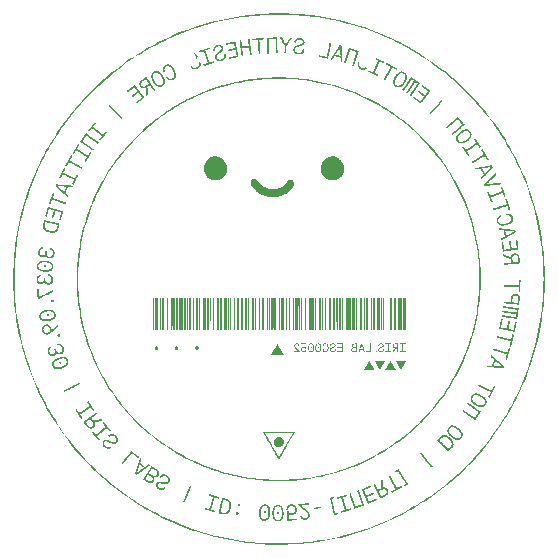
<source format=gbo>
G04 #@! TF.GenerationSoftware,KiCad,Pcbnew,9.0.2*
G04 #@! TF.CreationDate,2025-06-11T04:48:03-04:00*
G04 #@! TF.ProjectId,HackCharm,4861636b-4368-4617-926d-2e6b69636164,rev?*
G04 #@! TF.SameCoordinates,Original*
G04 #@! TF.FileFunction,Legend,Bot*
G04 #@! TF.FilePolarity,Positive*
%FSLAX46Y46*%
G04 Gerber Fmt 4.6, Leading zero omitted, Abs format (unit mm)*
G04 Created by KiCad (PCBNEW 9.0.2) date 2025-06-11 04:48:03*
%MOMM*%
%LPD*%
G01*
G04 APERTURE LIST*
%ADD10C,0.000000*%
%ADD11R,1.524000X1.524000*%
%ADD12C,1.524000*%
%ADD13R,1.700000X1.700000*%
%ADD14C,1.700000*%
G04 APERTURE END LIST*
D10*
G04 #@! TO.C,G\u002A\u002A\u002A*
G36*
X146475381Y-102337765D02*
G01*
X146475381Y-103694216D01*
X146357288Y-103693016D01*
X146239196Y-103691817D01*
X146238064Y-102336566D01*
X146236932Y-100981314D01*
X146356156Y-100981314D01*
X146475381Y-100981314D01*
X146475381Y-102337765D01*
G37*
G36*
X152359759Y-102337865D02*
G01*
X152359759Y-103694417D01*
X152320395Y-103693117D01*
X152281031Y-103691817D01*
X152279899Y-102336566D01*
X152278767Y-100981314D01*
X152319263Y-100981314D01*
X152359759Y-100981314D01*
X152359759Y-102337865D01*
G37*
G36*
X153295501Y-119185547D02*
G01*
X153295501Y-119268774D01*
X153210025Y-119268774D01*
X153124548Y-119268774D01*
X153124548Y-119185547D01*
X153124548Y-119102320D01*
X153210025Y-119102320D01*
X153295501Y-119102320D01*
X153295501Y-119185547D01*
G37*
G36*
X156057740Y-105230556D02*
G01*
X156057740Y-105277956D01*
X156013877Y-105276668D01*
X155970014Y-105275381D01*
X155968732Y-105229268D01*
X155967450Y-105183156D01*
X156012595Y-105183156D01*
X156057740Y-105183156D01*
X156057740Y-105230556D01*
G37*
G36*
X156669571Y-105230556D02*
G01*
X156669571Y-105277956D01*
X156625709Y-105276668D01*
X156581846Y-105275381D01*
X156580564Y-105229268D01*
X156579281Y-105183156D01*
X156624426Y-105183156D01*
X156669571Y-105183156D01*
X156669571Y-105230556D01*
G37*
G36*
X156988983Y-102337865D02*
G01*
X156988983Y-103694417D01*
X156949619Y-103693117D01*
X156910255Y-103691817D01*
X156909123Y-102336566D01*
X156907991Y-100981314D01*
X156948487Y-100981314D01*
X156988983Y-100981314D01*
X156988983Y-102337865D01*
G37*
G36*
X161582218Y-105525062D02*
G01*
X161582218Y-105583546D01*
X161525983Y-105583546D01*
X161469749Y-105583546D01*
X161469749Y-105525062D01*
X161469749Y-105466578D01*
X161525983Y-105466578D01*
X161582218Y-105466578D01*
X161582218Y-105525062D01*
G37*
G36*
X164079029Y-102337758D02*
G01*
X164079029Y-103694202D01*
X163947441Y-103693010D01*
X163815852Y-103691817D01*
X163814720Y-102336566D01*
X163813588Y-100981314D01*
X163946309Y-100981314D01*
X164079029Y-100981314D01*
X164079029Y-102337758D01*
G37*
G36*
X161103662Y-104873304D02*
G01*
X161103583Y-104873838D01*
X161103139Y-104881992D01*
X161102719Y-104898295D01*
X161102326Y-104922025D01*
X161101968Y-104952461D01*
X161101650Y-104988881D01*
X161101377Y-105030561D01*
X161101155Y-105076781D01*
X161100989Y-105126818D01*
X161100886Y-105179949D01*
X161100850Y-105235454D01*
X161100850Y-105583546D01*
X160880411Y-105583546D01*
X160659972Y-105583546D01*
X160659972Y-105547556D01*
X160659972Y-105511566D01*
X160842172Y-105511566D01*
X161024371Y-105511566D01*
X161024371Y-105185405D01*
X161024371Y-104859245D01*
X161065422Y-104859245D01*
X161106474Y-104859245D01*
X161103662Y-104873304D01*
G37*
G36*
X158676018Y-105221395D02*
G01*
X158676018Y-105583546D01*
X158451080Y-105583546D01*
X158226142Y-105583546D01*
X158226142Y-105547556D01*
X158226142Y-105511566D01*
X158412841Y-105511566D01*
X158599540Y-105511566D01*
X158599540Y-105376603D01*
X158599540Y-105241640D01*
X158421839Y-105241640D01*
X158244138Y-105241640D01*
X158244138Y-105203453D01*
X158244138Y-105165265D01*
X158420714Y-105164089D01*
X158597290Y-105162912D01*
X158598491Y-105047069D01*
X158599691Y-104931225D01*
X158412917Y-104931225D01*
X158226142Y-104931225D01*
X158226142Y-104895235D01*
X158226142Y-104859245D01*
X158451080Y-104859245D01*
X158676018Y-104859245D01*
X158676018Y-105221395D01*
G37*
G36*
X162796883Y-104895235D02*
G01*
X162796883Y-104931225D01*
X162695661Y-104931225D01*
X162594439Y-104931225D01*
X162594439Y-105221395D01*
X162594439Y-105511566D01*
X162695661Y-105511566D01*
X162796883Y-105511566D01*
X162796883Y-105547556D01*
X162796883Y-105583546D01*
X162551700Y-105583546D01*
X162306518Y-105583546D01*
X162306518Y-105547556D01*
X162306518Y-105511566D01*
X162409989Y-105511566D01*
X162513461Y-105511566D01*
X162513461Y-105221395D01*
X162513461Y-104931225D01*
X162409989Y-104931225D01*
X162306518Y-104931225D01*
X162306518Y-104895235D01*
X162306518Y-104859245D01*
X162551700Y-104859245D01*
X162796883Y-104859245D01*
X162796883Y-104895235D01*
G37*
G36*
X164020546Y-104895235D02*
G01*
X164020546Y-104931225D01*
X163919323Y-104931225D01*
X163818101Y-104931225D01*
X163818101Y-105221395D01*
X163818101Y-105511566D01*
X163919323Y-105511566D01*
X164020546Y-105511566D01*
X164020546Y-105547556D01*
X164020546Y-105583546D01*
X163775363Y-105583546D01*
X163530181Y-105583546D01*
X163530181Y-105547556D01*
X163530181Y-105511566D01*
X163633652Y-105511566D01*
X163737124Y-105511566D01*
X163737124Y-105221395D01*
X163737124Y-104931225D01*
X163633652Y-104931225D01*
X163530181Y-104931225D01*
X163530181Y-104895235D01*
X163530181Y-104859245D01*
X163775363Y-104859245D01*
X164020546Y-104859245D01*
X164020546Y-104895235D01*
G37*
G36*
X139514665Y-85205000D02*
G01*
X140041507Y-85746263D01*
X139998052Y-85790126D01*
X139993232Y-85794976D01*
X139977801Y-85810296D01*
X139965010Y-85822681D01*
X139956077Y-85830967D01*
X139952219Y-85833988D01*
X139952205Y-85833984D01*
X139948632Y-85830577D01*
X139939127Y-85821064D01*
X139924014Y-85805780D01*
X139903621Y-85785058D01*
X139878273Y-85759231D01*
X139848296Y-85728634D01*
X139814018Y-85693601D01*
X139775763Y-85654464D01*
X139733859Y-85611557D01*
X139688631Y-85565215D01*
X139640405Y-85515770D01*
X139589508Y-85463557D01*
X139536266Y-85408910D01*
X139481004Y-85352161D01*
X139424050Y-85293645D01*
X138898259Y-84753301D01*
X138943041Y-84708519D01*
X138987823Y-84663737D01*
X139514665Y-85205000D01*
G37*
G36*
X133450853Y-98225362D02*
G01*
X133454479Y-98225859D01*
X133467082Y-98226962D01*
X133485799Y-98228212D01*
X133508767Y-98229491D01*
X133534121Y-98230678D01*
X133605525Y-98233713D01*
X133602584Y-98301748D01*
X133602132Y-98311777D01*
X133600852Y-98336646D01*
X133599499Y-98358850D01*
X133598207Y-98376278D01*
X133597113Y-98386823D01*
X133595800Y-98393888D01*
X133592498Y-98401023D01*
X133587134Y-98401746D01*
X133583052Y-98401139D01*
X133570802Y-98400090D01*
X133552418Y-98398900D01*
X133529567Y-98397673D01*
X133503912Y-98396514D01*
X133428140Y-98393398D01*
X133430708Y-98359097D01*
X133431497Y-98348105D01*
X133433039Y-98324968D01*
X133434665Y-98298973D01*
X133436133Y-98273939D01*
X133438989Y-98223082D01*
X133450853Y-98225362D01*
G37*
G36*
X152015120Y-119061924D02*
G01*
X152026638Y-119062258D01*
X152043808Y-119063096D01*
X152064617Y-119064311D01*
X152087262Y-119065777D01*
X152109939Y-119067366D01*
X152130847Y-119068952D01*
X152148180Y-119070409D01*
X152160138Y-119071611D01*
X152164915Y-119072430D01*
X152165182Y-119076853D01*
X152164898Y-119088890D01*
X152164099Y-119107076D01*
X152162849Y-119129967D01*
X152161211Y-119156117D01*
X152155778Y-119238074D01*
X152103686Y-119235295D01*
X152086977Y-119234360D01*
X152061686Y-119232810D01*
X152038418Y-119231243D01*
X152020654Y-119229886D01*
X151989713Y-119227257D01*
X151992422Y-119195155D01*
X151993267Y-119184591D01*
X151994888Y-119162361D01*
X151996596Y-119137086D01*
X151998135Y-119112442D01*
X152001139Y-119061831D01*
X152015120Y-119061924D01*
G37*
G36*
X142709919Y-102334691D02*
G01*
X142709918Y-102351027D01*
X142709906Y-102460492D01*
X142709874Y-102567578D01*
X142709824Y-102671935D01*
X142709756Y-102773215D01*
X142709672Y-102871070D01*
X142709571Y-102965153D01*
X142709456Y-103055113D01*
X142709326Y-103140604D01*
X142709182Y-103221276D01*
X142709026Y-103296782D01*
X142708857Y-103366773D01*
X142708677Y-103430902D01*
X142708486Y-103488819D01*
X142708286Y-103540176D01*
X142708076Y-103584626D01*
X142707858Y-103621820D01*
X142707633Y-103651409D01*
X142707401Y-103673045D01*
X142707163Y-103686381D01*
X142706919Y-103691067D01*
X142706174Y-103691570D01*
X142698563Y-103693348D01*
X142686675Y-103694066D01*
X142669430Y-103694066D01*
X142669430Y-102337690D01*
X142669430Y-100981314D01*
X142689674Y-100981314D01*
X142709919Y-100981314D01*
X142709919Y-102334691D01*
G37*
G36*
X142946985Y-105109903D02*
G01*
X142976323Y-105117712D01*
X143002092Y-105131866D01*
X143026930Y-105153562D01*
X143035010Y-105162350D01*
X143054698Y-105191030D01*
X143066127Y-105222285D01*
X143069819Y-105257386D01*
X143066099Y-105290732D01*
X143054408Y-105323993D01*
X143035665Y-105353508D01*
X143010810Y-105378127D01*
X142980782Y-105396703D01*
X142946521Y-105408086D01*
X142920958Y-105410181D01*
X142890526Y-105406908D01*
X142859831Y-105398363D01*
X142843273Y-105389887D01*
X142822013Y-105373538D01*
X142801993Y-105352919D01*
X142785453Y-105330398D01*
X142774633Y-105308341D01*
X142767351Y-105276011D01*
X142767593Y-105240606D01*
X142776072Y-105206458D01*
X142792441Y-105174908D01*
X142816353Y-105147297D01*
X142832082Y-105134266D01*
X142860605Y-105117673D01*
X142891266Y-105109042D01*
X142925859Y-105107723D01*
X142946985Y-105109903D01*
G37*
G36*
X146083989Y-102334691D02*
G01*
X146083988Y-102350996D01*
X146083975Y-102460465D01*
X146083942Y-102567554D01*
X146083889Y-102671916D01*
X146083817Y-102773202D01*
X146083728Y-102871064D01*
X146083622Y-102965154D01*
X146083500Y-103055123D01*
X146083363Y-103140623D01*
X146083211Y-103221305D01*
X146083046Y-103296822D01*
X146082868Y-103366824D01*
X146082678Y-103430964D01*
X146082476Y-103488893D01*
X146082265Y-103540263D01*
X146082044Y-103584726D01*
X146081814Y-103621933D01*
X146081576Y-103651535D01*
X146081331Y-103673185D01*
X146081079Y-103686534D01*
X146080822Y-103691234D01*
X146080086Y-103691642D01*
X146072399Y-103692817D01*
X146058732Y-103693343D01*
X146041458Y-103693109D01*
X146005260Y-103691817D01*
X146004128Y-102336566D01*
X146002996Y-100981314D01*
X146043493Y-100981314D01*
X146083989Y-100981314D01*
X146083989Y-102334691D01*
G37*
G36*
X146632837Y-102334691D02*
G01*
X146632837Y-102350996D01*
X146632824Y-102460465D01*
X146632790Y-102567554D01*
X146632737Y-102671916D01*
X146632666Y-102773202D01*
X146632577Y-102871064D01*
X146632471Y-102965154D01*
X146632349Y-103055123D01*
X146632212Y-103140623D01*
X146632060Y-103221305D01*
X146631895Y-103296822D01*
X146631717Y-103366824D01*
X146631526Y-103430964D01*
X146631325Y-103488893D01*
X146631114Y-103540263D01*
X146630892Y-103584726D01*
X146630662Y-103621933D01*
X146630424Y-103651535D01*
X146630179Y-103673185D01*
X146629928Y-103686534D01*
X146629671Y-103691234D01*
X146628935Y-103691642D01*
X146621247Y-103692817D01*
X146607581Y-103693343D01*
X146590307Y-103693109D01*
X146554109Y-103691817D01*
X146552977Y-102336566D01*
X146551845Y-100981314D01*
X146592341Y-100981314D01*
X146632837Y-100981314D01*
X146632837Y-102334691D01*
G37*
G36*
X147496599Y-102334691D02*
G01*
X147496599Y-102350996D01*
X147496586Y-102460465D01*
X147496552Y-102567554D01*
X147496499Y-102671916D01*
X147496428Y-102773202D01*
X147496339Y-102871064D01*
X147496233Y-102965154D01*
X147496111Y-103055123D01*
X147495974Y-103140623D01*
X147495822Y-103221305D01*
X147495657Y-103296822D01*
X147495479Y-103366824D01*
X147495288Y-103430964D01*
X147495087Y-103488893D01*
X147494875Y-103540263D01*
X147494654Y-103584726D01*
X147494424Y-103621933D01*
X147494186Y-103651535D01*
X147493941Y-103673185D01*
X147493690Y-103686534D01*
X147493433Y-103691234D01*
X147492697Y-103691642D01*
X147485009Y-103692817D01*
X147471343Y-103693343D01*
X147454069Y-103693109D01*
X147417871Y-103691817D01*
X147416739Y-102336566D01*
X147415607Y-100981314D01*
X147456103Y-100981314D01*
X147496599Y-100981314D01*
X147496599Y-102334691D01*
G37*
G36*
X151654564Y-102332067D02*
G01*
X151654575Y-102345720D01*
X151654661Y-102455167D01*
X151654733Y-102562259D01*
X151654794Y-102666647D01*
X151654842Y-102767979D01*
X151654877Y-102865907D01*
X151654901Y-102960082D01*
X151654912Y-103050153D01*
X151654912Y-103135771D01*
X151654900Y-103216587D01*
X151654876Y-103292250D01*
X151654841Y-103362412D01*
X151654795Y-103426722D01*
X151654737Y-103484832D01*
X151654668Y-103536391D01*
X151654589Y-103581050D01*
X151654499Y-103618460D01*
X151654398Y-103648270D01*
X151654287Y-103670132D01*
X151654165Y-103683695D01*
X151654033Y-103688610D01*
X151652947Y-103690222D01*
X151646681Y-103692465D01*
X151633961Y-103693382D01*
X151613544Y-103693109D01*
X151574726Y-103691817D01*
X151573593Y-102336566D01*
X151572461Y-100981314D01*
X151612943Y-100981314D01*
X151653424Y-100981314D01*
X151654564Y-102332067D01*
G37*
G36*
X152517216Y-102334691D02*
G01*
X152517216Y-102350996D01*
X152517202Y-102460465D01*
X152517169Y-102567554D01*
X152517116Y-102671916D01*
X152517044Y-102773202D01*
X152516955Y-102871064D01*
X152516849Y-102965154D01*
X152516727Y-103055123D01*
X152516590Y-103140623D01*
X152516438Y-103221305D01*
X152516273Y-103296822D01*
X152516095Y-103366824D01*
X152515905Y-103430964D01*
X152515704Y-103488893D01*
X152515492Y-103540263D01*
X152515271Y-103584726D01*
X152515041Y-103621933D01*
X152514803Y-103651535D01*
X152514558Y-103673185D01*
X152514306Y-103686534D01*
X152514049Y-103691234D01*
X152513313Y-103691642D01*
X152505626Y-103692817D01*
X152491959Y-103693343D01*
X152474685Y-103693109D01*
X152438487Y-103691817D01*
X152437355Y-102336566D01*
X152436223Y-100981314D01*
X152476720Y-100981314D01*
X152517216Y-100981314D01*
X152517216Y-102334691D01*
G37*
G36*
X153380978Y-102334691D02*
G01*
X153380978Y-102350996D01*
X153380964Y-102460465D01*
X153380931Y-102567554D01*
X153380878Y-102671916D01*
X153380806Y-102773202D01*
X153380717Y-102871064D01*
X153380611Y-102965154D01*
X153380489Y-103055123D01*
X153380352Y-103140623D01*
X153380200Y-103221305D01*
X153380035Y-103296822D01*
X153379857Y-103366824D01*
X153379667Y-103430964D01*
X153379465Y-103488893D01*
X153379254Y-103540263D01*
X153379033Y-103584726D01*
X153378803Y-103621933D01*
X153378565Y-103651535D01*
X153378320Y-103673185D01*
X153378068Y-103686534D01*
X153377811Y-103691234D01*
X153377075Y-103691642D01*
X153369388Y-103692817D01*
X153355721Y-103693343D01*
X153338447Y-103693109D01*
X153302249Y-103691817D01*
X153301117Y-102336566D01*
X153299985Y-100981314D01*
X153340482Y-100981314D01*
X153380978Y-100981314D01*
X153380978Y-102334691D01*
G37*
G36*
X154244740Y-102334691D02*
G01*
X154244739Y-102351027D01*
X154244727Y-102460492D01*
X154244695Y-102567578D01*
X154244645Y-102671935D01*
X154244577Y-102773215D01*
X154244493Y-102871070D01*
X154244393Y-102965153D01*
X154244277Y-103055113D01*
X154244147Y-103140604D01*
X154244003Y-103221276D01*
X154243847Y-103296782D01*
X154243678Y-103366773D01*
X154243498Y-103430902D01*
X154243307Y-103488819D01*
X154243107Y-103540176D01*
X154242897Y-103584626D01*
X154242679Y-103621820D01*
X154242454Y-103651409D01*
X154242222Y-103673045D01*
X154241984Y-103686381D01*
X154241741Y-103691067D01*
X154240797Y-103691541D01*
X154232775Y-103692830D01*
X154218822Y-103693729D01*
X154201252Y-103694066D01*
X154163762Y-103694066D01*
X154163762Y-102337690D01*
X154163762Y-100981314D01*
X154204251Y-100981314D01*
X154244740Y-100981314D01*
X154244740Y-102334691D01*
G37*
G36*
X155577475Y-102332067D02*
G01*
X155577487Y-102345720D01*
X155577573Y-102455167D01*
X155577646Y-102562259D01*
X155577707Y-102666647D01*
X155577755Y-102767979D01*
X155577792Y-102865907D01*
X155577816Y-102960082D01*
X155577828Y-103050153D01*
X155577828Y-103135771D01*
X155577816Y-103216587D01*
X155577793Y-103292250D01*
X155577758Y-103362412D01*
X155577712Y-103426722D01*
X155577655Y-103484832D01*
X155577587Y-103536391D01*
X155577507Y-103581050D01*
X155577417Y-103618460D01*
X155577317Y-103648270D01*
X155577205Y-103670132D01*
X155577084Y-103683695D01*
X155576952Y-103688610D01*
X155575866Y-103690222D01*
X155569600Y-103692465D01*
X155556879Y-103693382D01*
X155536463Y-103693109D01*
X155497644Y-103691817D01*
X155496512Y-102336566D01*
X155495380Y-100981314D01*
X155535854Y-100981314D01*
X155576329Y-100981314D01*
X155577475Y-102332067D01*
G37*
G36*
X156440135Y-102334691D02*
G01*
X156440134Y-102350996D01*
X156440121Y-102460465D01*
X156440087Y-102567554D01*
X156440035Y-102671916D01*
X156439963Y-102773202D01*
X156439874Y-102871064D01*
X156439768Y-102965154D01*
X156439646Y-103055123D01*
X156439509Y-103140623D01*
X156439357Y-103221305D01*
X156439192Y-103296822D01*
X156439014Y-103366824D01*
X156438824Y-103430964D01*
X156438622Y-103488893D01*
X156438411Y-103540263D01*
X156438189Y-103584726D01*
X156437959Y-103621933D01*
X156437722Y-103651535D01*
X156437477Y-103673185D01*
X156437225Y-103686534D01*
X156436968Y-103691234D01*
X156436232Y-103691642D01*
X156428544Y-103692817D01*
X156414878Y-103693343D01*
X156397604Y-103693109D01*
X156361406Y-103691817D01*
X156360274Y-102336566D01*
X156359142Y-100981314D01*
X156399638Y-100981314D01*
X156440135Y-100981314D01*
X156440135Y-102334691D01*
G37*
G36*
X157303897Y-102334691D02*
G01*
X157303896Y-102350996D01*
X157303883Y-102460465D01*
X157303849Y-102567554D01*
X157303797Y-102671916D01*
X157303725Y-102773202D01*
X157303636Y-102871064D01*
X157303530Y-102965154D01*
X157303408Y-103055123D01*
X157303271Y-103140623D01*
X157303119Y-103221305D01*
X157302954Y-103296822D01*
X157302776Y-103366824D01*
X157302586Y-103430964D01*
X157302384Y-103488893D01*
X157302173Y-103540263D01*
X157301951Y-103584726D01*
X157301721Y-103621933D01*
X157301484Y-103651535D01*
X157301238Y-103673185D01*
X157300987Y-103686534D01*
X157300730Y-103691234D01*
X157299994Y-103691642D01*
X157292306Y-103692817D01*
X157278640Y-103693343D01*
X157261366Y-103693109D01*
X157225168Y-103691817D01*
X157224036Y-102336566D01*
X157222904Y-100981314D01*
X157263400Y-100981314D01*
X157303897Y-100981314D01*
X157303897Y-102334691D01*
G37*
G36*
X158716507Y-102334691D02*
G01*
X158716507Y-102350996D01*
X158716494Y-102460465D01*
X158716460Y-102567554D01*
X158716407Y-102671916D01*
X158716336Y-102773202D01*
X158716247Y-102871064D01*
X158716141Y-102965154D01*
X158716019Y-103055123D01*
X158715882Y-103140623D01*
X158715730Y-103221305D01*
X158715565Y-103296822D01*
X158715386Y-103366824D01*
X158715196Y-103430964D01*
X158714995Y-103488893D01*
X158714783Y-103540263D01*
X158714562Y-103584726D01*
X158714332Y-103621933D01*
X158714094Y-103651535D01*
X158713849Y-103673185D01*
X158713598Y-103686534D01*
X158713341Y-103691234D01*
X158712604Y-103691642D01*
X158704917Y-103692817D01*
X158691250Y-103693343D01*
X158673977Y-103693109D01*
X158637779Y-103691817D01*
X158636647Y-102336566D01*
X158635515Y-100981314D01*
X158676011Y-100981314D01*
X158716507Y-100981314D01*
X158716507Y-102334691D01*
G37*
G36*
X162481970Y-102334691D02*
G01*
X162481969Y-102350996D01*
X162481956Y-102460465D01*
X162481922Y-102567554D01*
X162481870Y-102671916D01*
X162481798Y-102773202D01*
X162481709Y-102871064D01*
X162481603Y-102965154D01*
X162481481Y-103055123D01*
X162481344Y-103140623D01*
X162481192Y-103221305D01*
X162481027Y-103296822D01*
X162480849Y-103366824D01*
X162480659Y-103430964D01*
X162480457Y-103488893D01*
X162480246Y-103540263D01*
X162480024Y-103584726D01*
X162479794Y-103621933D01*
X162479557Y-103651535D01*
X162479311Y-103673185D01*
X162479060Y-103686534D01*
X162478803Y-103691234D01*
X162478067Y-103691642D01*
X162470379Y-103692817D01*
X162456713Y-103693343D01*
X162439439Y-103693109D01*
X162403241Y-103691817D01*
X162402109Y-102336566D01*
X162400977Y-100981314D01*
X162441473Y-100981314D01*
X162481970Y-100981314D01*
X162481970Y-102334691D01*
G37*
G36*
X143573681Y-102334691D02*
G01*
X143573680Y-102351008D01*
X143573667Y-102460475D01*
X143573634Y-102567563D01*
X143573582Y-102671923D01*
X143573513Y-102773207D01*
X143573425Y-102871067D01*
X143573322Y-102965154D01*
X143573202Y-103055119D01*
X143573068Y-103140615D01*
X143572919Y-103221294D01*
X143572757Y-103296806D01*
X143572583Y-103366805D01*
X143572396Y-103430940D01*
X143572199Y-103488865D01*
X143571992Y-103540230D01*
X143571775Y-103584687D01*
X143571550Y-103621889D01*
X143571317Y-103651486D01*
X143571077Y-103673131D01*
X143570830Y-103686475D01*
X143570579Y-103691170D01*
X143567142Y-103691932D01*
X143555893Y-103692682D01*
X143538382Y-103693142D01*
X143516148Y-103693275D01*
X143490726Y-103693044D01*
X143413975Y-103691817D01*
X143412842Y-102336566D01*
X143411710Y-100981314D01*
X143492695Y-100981314D01*
X143573681Y-100981314D01*
X143573681Y-102334691D01*
G37*
G36*
X144279986Y-102334691D02*
G01*
X144279986Y-102351008D01*
X144279973Y-102460475D01*
X144279940Y-102567563D01*
X144279888Y-102671923D01*
X144279818Y-102773207D01*
X144279731Y-102871067D01*
X144279627Y-102965154D01*
X144279507Y-103055119D01*
X144279373Y-103140615D01*
X144279224Y-103221294D01*
X144279062Y-103296806D01*
X144278888Y-103366805D01*
X144278702Y-103430940D01*
X144278504Y-103488865D01*
X144278297Y-103540230D01*
X144278080Y-103584687D01*
X144277855Y-103621889D01*
X144277622Y-103651486D01*
X144277382Y-103673131D01*
X144277136Y-103686475D01*
X144276884Y-103691170D01*
X144273447Y-103691932D01*
X144262198Y-103692682D01*
X144244688Y-103693142D01*
X144222453Y-103693275D01*
X144197031Y-103693044D01*
X144120280Y-103691817D01*
X144119148Y-102336566D01*
X144118016Y-100981314D01*
X144199001Y-100981314D01*
X144279986Y-100981314D01*
X144279986Y-102334691D01*
G37*
G36*
X145616118Y-102330574D02*
G01*
X145616118Y-102342718D01*
X145616106Y-102452153D01*
X145616077Y-102559246D01*
X145616031Y-102663647D01*
X145615968Y-102765006D01*
X145615890Y-102862972D01*
X145615797Y-102957194D01*
X145615689Y-103047324D01*
X145615568Y-103133009D01*
X145615434Y-103213900D01*
X145615288Y-103289648D01*
X145615131Y-103359900D01*
X145614963Y-103424308D01*
X145614785Y-103482520D01*
X145614598Y-103534187D01*
X145614403Y-103578958D01*
X145614199Y-103616483D01*
X145613989Y-103646412D01*
X145613772Y-103668394D01*
X145613550Y-103682080D01*
X145613323Y-103687118D01*
X145613084Y-103687686D01*
X145609949Y-103691031D01*
X145603198Y-103692878D01*
X145591046Y-103693486D01*
X145571709Y-103693109D01*
X145532891Y-103691817D01*
X145531759Y-102336566D01*
X145530626Y-100981314D01*
X145573372Y-100981314D01*
X145616118Y-100981314D01*
X145616118Y-102330574D01*
G37*
G36*
X145850053Y-102334691D02*
G01*
X145850053Y-102351008D01*
X145850040Y-102460475D01*
X145850007Y-102567563D01*
X145849955Y-102671923D01*
X145849885Y-102773207D01*
X145849798Y-102871067D01*
X145849694Y-102965154D01*
X145849575Y-103055119D01*
X145849440Y-103140615D01*
X145849292Y-103221294D01*
X145849130Y-103296806D01*
X145848955Y-103366805D01*
X145848769Y-103430940D01*
X145848572Y-103488865D01*
X145848364Y-103540230D01*
X145848148Y-103584687D01*
X145847922Y-103621889D01*
X145847689Y-103651486D01*
X145847449Y-103673131D01*
X145847203Y-103686475D01*
X145846951Y-103691170D01*
X145843514Y-103691932D01*
X145832265Y-103692682D01*
X145814755Y-103693142D01*
X145792520Y-103693275D01*
X145767098Y-103693044D01*
X145690347Y-103691817D01*
X145689215Y-102336566D01*
X145688083Y-100981314D01*
X145769068Y-100981314D01*
X145850053Y-100981314D01*
X145850053Y-102334691D01*
G37*
G36*
X148202905Y-102334691D02*
G01*
X148202905Y-102351008D01*
X148202891Y-102460475D01*
X148202859Y-102567563D01*
X148202807Y-102671923D01*
X148202737Y-102773207D01*
X148202650Y-102871067D01*
X148202546Y-102965154D01*
X148202426Y-103055119D01*
X148202292Y-103140615D01*
X148202143Y-103221294D01*
X148201981Y-103296806D01*
X148201807Y-103366805D01*
X148201621Y-103430940D01*
X148201423Y-103488865D01*
X148201216Y-103540230D01*
X148200999Y-103584687D01*
X148200774Y-103621889D01*
X148200541Y-103651486D01*
X148200301Y-103673131D01*
X148200055Y-103686475D01*
X148199803Y-103691170D01*
X148196366Y-103691932D01*
X148185117Y-103692682D01*
X148167606Y-103693142D01*
X148145372Y-103693275D01*
X148119950Y-103693044D01*
X148043199Y-103691817D01*
X148042067Y-102336566D01*
X148040935Y-100981314D01*
X148121920Y-100981314D01*
X148202905Y-100981314D01*
X148202905Y-102334691D01*
G37*
G36*
X149539037Y-102330574D02*
G01*
X149539036Y-102342718D01*
X149539025Y-102452153D01*
X149538996Y-102559246D01*
X149538950Y-102663647D01*
X149538887Y-102765006D01*
X149538809Y-102862972D01*
X149538716Y-102957194D01*
X149538608Y-103047324D01*
X149538487Y-103133009D01*
X149538353Y-103213900D01*
X149538207Y-103289648D01*
X149538050Y-103359900D01*
X149537882Y-103424308D01*
X149537704Y-103482520D01*
X149537517Y-103534187D01*
X149537321Y-103578958D01*
X149537118Y-103616483D01*
X149536908Y-103646412D01*
X149536691Y-103668394D01*
X149536469Y-103682080D01*
X149536242Y-103687118D01*
X149536003Y-103687686D01*
X149532868Y-103691031D01*
X149526117Y-103692878D01*
X149513965Y-103693486D01*
X149494628Y-103693109D01*
X149455809Y-103691817D01*
X149454677Y-102336566D01*
X149453545Y-100981314D01*
X149496291Y-100981314D01*
X149539037Y-100981314D01*
X149539037Y-102330574D01*
G37*
G36*
X149930429Y-102334691D02*
G01*
X149930428Y-102351008D01*
X149930415Y-102460475D01*
X149930382Y-102567563D01*
X149930331Y-102671923D01*
X149930261Y-102773207D01*
X149930173Y-102871067D01*
X149930070Y-102965154D01*
X149929950Y-103055119D01*
X149929816Y-103140615D01*
X149929667Y-103221294D01*
X149929505Y-103296806D01*
X149929331Y-103366805D01*
X149929144Y-103430940D01*
X149928947Y-103488865D01*
X149928740Y-103540230D01*
X149928523Y-103584687D01*
X149928298Y-103621889D01*
X149928065Y-103651486D01*
X149927825Y-103673131D01*
X149927579Y-103686475D01*
X149927327Y-103691170D01*
X149923890Y-103691932D01*
X149912641Y-103692682D01*
X149895130Y-103693142D01*
X149872896Y-103693275D01*
X149847474Y-103693044D01*
X149770723Y-103691817D01*
X149769591Y-102336566D01*
X149768459Y-100981314D01*
X149849444Y-100981314D01*
X149930429Y-100981314D01*
X149930429Y-102334691D01*
G37*
G36*
X151185583Y-102334691D02*
G01*
X151185583Y-102351008D01*
X151185569Y-102460475D01*
X151185537Y-102567563D01*
X151185485Y-102671923D01*
X151185415Y-102773207D01*
X151185328Y-102871067D01*
X151185224Y-102965154D01*
X151185104Y-103055119D01*
X151184970Y-103140615D01*
X151184821Y-103221294D01*
X151184659Y-103296806D01*
X151184485Y-103366805D01*
X151184299Y-103430940D01*
X151184101Y-103488865D01*
X151183894Y-103540230D01*
X151183677Y-103584687D01*
X151183452Y-103621889D01*
X151183219Y-103651486D01*
X151182979Y-103673131D01*
X151182733Y-103686475D01*
X151182481Y-103691170D01*
X151179044Y-103691932D01*
X151167795Y-103692682D01*
X151150284Y-103693142D01*
X151128050Y-103693275D01*
X151102628Y-103693044D01*
X151025877Y-103691817D01*
X151024745Y-102336566D01*
X151023613Y-100981314D01*
X151104598Y-100981314D01*
X151185583Y-100981314D01*
X151185583Y-102334691D01*
G37*
G36*
X155108502Y-102334691D02*
G01*
X155108501Y-102351008D01*
X155108488Y-102460475D01*
X155108455Y-102567563D01*
X155108404Y-102671923D01*
X155108334Y-102773207D01*
X155108246Y-102871067D01*
X155108143Y-102965154D01*
X155108023Y-103055119D01*
X155107889Y-103140615D01*
X155107740Y-103221294D01*
X155107578Y-103296806D01*
X155107404Y-103366805D01*
X155107217Y-103430940D01*
X155107020Y-103488865D01*
X155106813Y-103540230D01*
X155106596Y-103584687D01*
X155106371Y-103621889D01*
X155106138Y-103651486D01*
X155105898Y-103673131D01*
X155105652Y-103686475D01*
X155105400Y-103691170D01*
X155101963Y-103691932D01*
X155090714Y-103692682D01*
X155073203Y-103693142D01*
X155050969Y-103693275D01*
X155025547Y-103693044D01*
X154948796Y-103691817D01*
X154947664Y-102336566D01*
X154946532Y-100981314D01*
X155027517Y-100981314D01*
X155108502Y-100981314D01*
X155108502Y-102334691D01*
G37*
G36*
X158325115Y-102334691D02*
G01*
X158325115Y-102351008D01*
X158325102Y-102460475D01*
X158325069Y-102567563D01*
X158325017Y-102671923D01*
X158324947Y-102773207D01*
X158324860Y-102871067D01*
X158324756Y-102965154D01*
X158324637Y-103055119D01*
X158324502Y-103140615D01*
X158324354Y-103221294D01*
X158324192Y-103296806D01*
X158324017Y-103366805D01*
X158323831Y-103430940D01*
X158323634Y-103488865D01*
X158323426Y-103540230D01*
X158323210Y-103584687D01*
X158322984Y-103621889D01*
X158322751Y-103651486D01*
X158322511Y-103673131D01*
X158322265Y-103686475D01*
X158322013Y-103691170D01*
X158318576Y-103691932D01*
X158307327Y-103692682D01*
X158289817Y-103693142D01*
X158267582Y-103693275D01*
X158242160Y-103693044D01*
X158165409Y-103691817D01*
X158164277Y-102336566D01*
X158163145Y-100981314D01*
X158244130Y-100981314D01*
X158325115Y-100981314D01*
X158325115Y-102334691D01*
G37*
G36*
X159422813Y-102334691D02*
G01*
X159422812Y-102351008D01*
X159422799Y-102460475D01*
X159422766Y-102567563D01*
X159422715Y-102671923D01*
X159422645Y-102773207D01*
X159422557Y-102871067D01*
X159422454Y-102965154D01*
X159422334Y-103055119D01*
X159422200Y-103140615D01*
X159422051Y-103221294D01*
X159421889Y-103296806D01*
X159421715Y-103366805D01*
X159421528Y-103430940D01*
X159421331Y-103488865D01*
X159421124Y-103540230D01*
X159420907Y-103584687D01*
X159420682Y-103621889D01*
X159420449Y-103651486D01*
X159420209Y-103673131D01*
X159419963Y-103686475D01*
X159419711Y-103691170D01*
X159416274Y-103691932D01*
X159405025Y-103692682D01*
X159387514Y-103693142D01*
X159365280Y-103693275D01*
X159339858Y-103693044D01*
X159263107Y-103691817D01*
X159261975Y-102336566D01*
X159260843Y-100981314D01*
X159341828Y-100981314D01*
X159422813Y-100981314D01*
X159422813Y-102334691D01*
G37*
G36*
X160286575Y-102334691D02*
G01*
X160286574Y-102351008D01*
X160286561Y-102460475D01*
X160286528Y-102567563D01*
X160286477Y-102671923D01*
X160286407Y-102773207D01*
X160286319Y-102871067D01*
X160286216Y-102965154D01*
X160286096Y-103055119D01*
X160285962Y-103140615D01*
X160285813Y-103221294D01*
X160285651Y-103296806D01*
X160285477Y-103366805D01*
X160285290Y-103430940D01*
X160285093Y-103488865D01*
X160284886Y-103540230D01*
X160284669Y-103584687D01*
X160284444Y-103621889D01*
X160284211Y-103651486D01*
X160283971Y-103673131D01*
X160283724Y-103686475D01*
X160283473Y-103691170D01*
X160280036Y-103691932D01*
X160268787Y-103692682D01*
X160251276Y-103693142D01*
X160229042Y-103693275D01*
X160203620Y-103693044D01*
X160126869Y-103691817D01*
X160125737Y-102336566D01*
X160124605Y-100981314D01*
X160205590Y-100981314D01*
X160286575Y-100981314D01*
X160286575Y-102334691D01*
G37*
G36*
X160835423Y-102334691D02*
G01*
X160835423Y-102351008D01*
X160835410Y-102460475D01*
X160835377Y-102567563D01*
X160835325Y-102671923D01*
X160835255Y-102773207D01*
X160835168Y-102871067D01*
X160835064Y-102965154D01*
X160834945Y-103055119D01*
X160834810Y-103140615D01*
X160834662Y-103221294D01*
X160834500Y-103296806D01*
X160834325Y-103366805D01*
X160834139Y-103430940D01*
X160833942Y-103488865D01*
X160833735Y-103540230D01*
X160833518Y-103584687D01*
X160833293Y-103621889D01*
X160833059Y-103651486D01*
X160832819Y-103673131D01*
X160832573Y-103686475D01*
X160832322Y-103691170D01*
X160828885Y-103691932D01*
X160817635Y-103692682D01*
X160800125Y-103693142D01*
X160777890Y-103693275D01*
X160752469Y-103693044D01*
X160675717Y-103691817D01*
X160674585Y-102336566D01*
X160673453Y-100981314D01*
X160754438Y-100981314D01*
X160835423Y-100981314D01*
X160835423Y-102334691D01*
G37*
G36*
X161384272Y-102334691D02*
G01*
X161384272Y-102351008D01*
X161384259Y-102460475D01*
X161384226Y-102567563D01*
X161384174Y-102671923D01*
X161384104Y-102773207D01*
X161384017Y-102871067D01*
X161383913Y-102965154D01*
X161383794Y-103055119D01*
X161383659Y-103140615D01*
X161383511Y-103221294D01*
X161383349Y-103296806D01*
X161383174Y-103366805D01*
X161382988Y-103430940D01*
X161382791Y-103488865D01*
X161382583Y-103540230D01*
X161382367Y-103584687D01*
X161382141Y-103621889D01*
X161381908Y-103651486D01*
X161381668Y-103673131D01*
X161381422Y-103686475D01*
X161381170Y-103691170D01*
X161377733Y-103691932D01*
X161366484Y-103692682D01*
X161348974Y-103693142D01*
X161326739Y-103693275D01*
X161301317Y-103693044D01*
X161224566Y-103691817D01*
X161223434Y-102336566D01*
X161222302Y-100981314D01*
X161303287Y-100981314D01*
X161384272Y-100981314D01*
X161384272Y-102334691D01*
G37*
G36*
X162014099Y-102330574D02*
G01*
X162014098Y-102342718D01*
X162014087Y-102452153D01*
X162014058Y-102559246D01*
X162014012Y-102663647D01*
X162013949Y-102765006D01*
X162013871Y-102862972D01*
X162013778Y-102957194D01*
X162013670Y-103047324D01*
X162013549Y-103133009D01*
X162013415Y-103213900D01*
X162013269Y-103289648D01*
X162013112Y-103359900D01*
X162012944Y-103424308D01*
X162012766Y-103482520D01*
X162012579Y-103534187D01*
X162012383Y-103578958D01*
X162012180Y-103616483D01*
X162011970Y-103646412D01*
X162011753Y-103668394D01*
X162011531Y-103682080D01*
X162011304Y-103687118D01*
X162011065Y-103687686D01*
X162007930Y-103691031D01*
X162001179Y-103692878D01*
X161989027Y-103693486D01*
X161969690Y-103693109D01*
X161930871Y-103691817D01*
X161929739Y-102336566D01*
X161928607Y-100981314D01*
X161971353Y-100981314D01*
X162014099Y-100981314D01*
X162014099Y-102330574D01*
G37*
G36*
X162171540Y-102330650D02*
G01*
X162171540Y-102342871D01*
X162171525Y-102452307D01*
X162171493Y-102559400D01*
X162171444Y-102663801D01*
X162171379Y-102765158D01*
X162171298Y-102863122D01*
X162171203Y-102957342D01*
X162171093Y-103047468D01*
X162170971Y-103133150D01*
X162170836Y-103214038D01*
X162170689Y-103289781D01*
X162170531Y-103360029D01*
X162170362Y-103424431D01*
X162170185Y-103482638D01*
X162169998Y-103534300D01*
X162169803Y-103579065D01*
X162169600Y-103616585D01*
X162169391Y-103646507D01*
X162169176Y-103668483D01*
X162168956Y-103682162D01*
X162168731Y-103687194D01*
X162168544Y-103687647D01*
X162165442Y-103691003D01*
X162158690Y-103692863D01*
X162146516Y-103693482D01*
X162127147Y-103693109D01*
X162088328Y-103691817D01*
X162087196Y-102336566D01*
X162086064Y-100981314D01*
X162128824Y-100981314D01*
X162171584Y-100981314D01*
X162171540Y-102330650D01*
G37*
G36*
X163503188Y-102334691D02*
G01*
X163503188Y-102351008D01*
X163503175Y-102460475D01*
X163503142Y-102567563D01*
X163503090Y-102671923D01*
X163503020Y-102773207D01*
X163502933Y-102871067D01*
X163502829Y-102965154D01*
X163502710Y-103055119D01*
X163502575Y-103140615D01*
X163502427Y-103221294D01*
X163502265Y-103296806D01*
X163502090Y-103366805D01*
X163501904Y-103430940D01*
X163501707Y-103488865D01*
X163501499Y-103540230D01*
X163501283Y-103584687D01*
X163501057Y-103621889D01*
X163500824Y-103651486D01*
X163500584Y-103673131D01*
X163500338Y-103686475D01*
X163500086Y-103691170D01*
X163496649Y-103691932D01*
X163485400Y-103692682D01*
X163467890Y-103693142D01*
X163445655Y-103693275D01*
X163420233Y-103693044D01*
X163343482Y-103691817D01*
X163342350Y-102336566D01*
X163341218Y-100981314D01*
X163422203Y-100981314D01*
X163503188Y-100981314D01*
X163503188Y-102334691D01*
G37*
G36*
X143024832Y-102334691D02*
G01*
X143024832Y-102351013D01*
X143024819Y-102460480D01*
X143024786Y-102567567D01*
X143024735Y-102671927D01*
X143024665Y-102773209D01*
X143024579Y-102871068D01*
X143024476Y-102965153D01*
X143024358Y-103055117D01*
X143024224Y-103140612D01*
X143024077Y-103221289D01*
X143023917Y-103296800D01*
X143023744Y-103366796D01*
X143023559Y-103430929D01*
X143023364Y-103488852D01*
X143023158Y-103540215D01*
X143022944Y-103584670D01*
X143022720Y-103621870D01*
X143022489Y-103651465D01*
X143022252Y-103673107D01*
X143022008Y-103686449D01*
X143021758Y-103691142D01*
X143017835Y-103691828D01*
X143005942Y-103692473D01*
X142987345Y-103692935D01*
X142963277Y-103693192D01*
X142934973Y-103693226D01*
X142903666Y-103693016D01*
X142788647Y-103691817D01*
X142787515Y-102336566D01*
X142786383Y-100981314D01*
X142905607Y-100981314D01*
X143024832Y-100981314D01*
X143024832Y-102334691D01*
G37*
G36*
X144513921Y-102337690D02*
G01*
X144513921Y-103694066D01*
X144435674Y-103694066D01*
X144432572Y-103694065D01*
X144403068Y-103693859D01*
X144381557Y-103693259D01*
X144367123Y-103692199D01*
X144358849Y-103690615D01*
X144355821Y-103688443D01*
X144355805Y-103688317D01*
X144355680Y-103682327D01*
X144355565Y-103667732D01*
X144355460Y-103644882D01*
X144355365Y-103614126D01*
X144355281Y-103575814D01*
X144355208Y-103530295D01*
X144355145Y-103477919D01*
X144355093Y-103419036D01*
X144355052Y-103353994D01*
X144355023Y-103283144D01*
X144355004Y-103206835D01*
X144354997Y-103125416D01*
X144355001Y-103039238D01*
X144355017Y-102948648D01*
X144355045Y-102853998D01*
X144355084Y-102755637D01*
X144355135Y-102653913D01*
X144355199Y-102549177D01*
X144355274Y-102441779D01*
X144355362Y-102332067D01*
X144356509Y-100981314D01*
X144435215Y-100981314D01*
X144513921Y-100981314D01*
X144513921Y-102337690D01*
G37*
G36*
X147105207Y-102334691D02*
G01*
X147105207Y-102351027D01*
X147105194Y-102460492D01*
X147105163Y-102567578D01*
X147105112Y-102671935D01*
X147105045Y-102773215D01*
X147104960Y-102871070D01*
X147104860Y-102965153D01*
X147104745Y-103055113D01*
X147104615Y-103140604D01*
X147104471Y-103221276D01*
X147104314Y-103296782D01*
X147104146Y-103366773D01*
X147103965Y-103430902D01*
X147103775Y-103488819D01*
X147103574Y-103540176D01*
X147103365Y-103584626D01*
X147103147Y-103621820D01*
X147102922Y-103651409D01*
X147102689Y-103673045D01*
X147102451Y-103686381D01*
X147102208Y-103691067D01*
X147098053Y-103691790D01*
X147085952Y-103692527D01*
X147067169Y-103693154D01*
X147042930Y-103693640D01*
X147014462Y-103693955D01*
X146982991Y-103694066D01*
X146866773Y-103694066D01*
X146866773Y-102337690D01*
X146866773Y-100981314D01*
X146985990Y-100981314D01*
X147105207Y-100981314D01*
X147105207Y-102334691D01*
G37*
G36*
X148436840Y-102337690D02*
G01*
X148436840Y-103694066D01*
X148358593Y-103694066D01*
X148355491Y-103694065D01*
X148325987Y-103693859D01*
X148304476Y-103693259D01*
X148290041Y-103692199D01*
X148281768Y-103690615D01*
X148278740Y-103688443D01*
X148278724Y-103688317D01*
X148278599Y-103682327D01*
X148278483Y-103667732D01*
X148278378Y-103644882D01*
X148278284Y-103614126D01*
X148278199Y-103575814D01*
X148278126Y-103530295D01*
X148278063Y-103477919D01*
X148278011Y-103419036D01*
X148277969Y-103353994D01*
X148277939Y-103283144D01*
X148277920Y-103206835D01*
X148277913Y-103125416D01*
X148277917Y-103039238D01*
X148277932Y-102948648D01*
X148277959Y-102853998D01*
X148277998Y-102755637D01*
X148278049Y-102653913D01*
X148278112Y-102549177D01*
X148278187Y-102441779D01*
X148278274Y-102332067D01*
X148279413Y-100981314D01*
X148358127Y-100981314D01*
X148436840Y-100981314D01*
X148436840Y-102337690D01*
G37*
G36*
X148909210Y-102334691D02*
G01*
X148909210Y-102351013D01*
X148909197Y-102460480D01*
X148909164Y-102567567D01*
X148909113Y-102671927D01*
X148909044Y-102773209D01*
X148908957Y-102871068D01*
X148908854Y-102965153D01*
X148908736Y-103055117D01*
X148908603Y-103140612D01*
X148908455Y-103221289D01*
X148908295Y-103296800D01*
X148908122Y-103366796D01*
X148907938Y-103430929D01*
X148907742Y-103488852D01*
X148907537Y-103540215D01*
X148907322Y-103584670D01*
X148907099Y-103621870D01*
X148906868Y-103651465D01*
X148906630Y-103673107D01*
X148906386Y-103686449D01*
X148906137Y-103691142D01*
X148902213Y-103691828D01*
X148890320Y-103692473D01*
X148871723Y-103692935D01*
X148847656Y-103693192D01*
X148819351Y-103693226D01*
X148788044Y-103693016D01*
X148673025Y-103691817D01*
X148671893Y-102336566D01*
X148670761Y-100981314D01*
X148789986Y-100981314D01*
X148909210Y-100981314D01*
X148909210Y-102334691D01*
G37*
G36*
X152832129Y-102334691D02*
G01*
X152832129Y-102351013D01*
X152832116Y-102460480D01*
X152832083Y-102567567D01*
X152832032Y-102671927D01*
X152831963Y-102773209D01*
X152831876Y-102871068D01*
X152831773Y-102965153D01*
X152831655Y-103055117D01*
X152831522Y-103140612D01*
X152831374Y-103221289D01*
X152831214Y-103296800D01*
X152831041Y-103366796D01*
X152830856Y-103430929D01*
X152830661Y-103488852D01*
X152830456Y-103540215D01*
X152830241Y-103584670D01*
X152830018Y-103621870D01*
X152829787Y-103651465D01*
X152829549Y-103673107D01*
X152829305Y-103686449D01*
X152829056Y-103691142D01*
X152825132Y-103691828D01*
X152813239Y-103692473D01*
X152794642Y-103692935D01*
X152770575Y-103693192D01*
X152742270Y-103693226D01*
X152710963Y-103693016D01*
X152595944Y-103691817D01*
X152594812Y-102336566D01*
X152593680Y-100981314D01*
X152712904Y-100981314D01*
X152832129Y-100981314D01*
X152832129Y-102334691D01*
G37*
G36*
X153066065Y-102337690D02*
G01*
X153066065Y-103694066D01*
X152987818Y-103694066D01*
X152984716Y-103694065D01*
X152955211Y-103693859D01*
X152933700Y-103693259D01*
X152919266Y-103692199D01*
X152910992Y-103690615D01*
X152907965Y-103688443D01*
X152907948Y-103688317D01*
X152907823Y-103682327D01*
X152907708Y-103667732D01*
X152907603Y-103644882D01*
X152907508Y-103614126D01*
X152907424Y-103575814D01*
X152907350Y-103530295D01*
X152907287Y-103477919D01*
X152907235Y-103419036D01*
X152907194Y-103353994D01*
X152907163Y-103283144D01*
X152907145Y-103206835D01*
X152907137Y-103125416D01*
X152907141Y-103039238D01*
X152907156Y-102948648D01*
X152907183Y-102853998D01*
X152907222Y-102755637D01*
X152907273Y-102653913D01*
X152907336Y-102549177D01*
X152907411Y-102441779D01*
X152907498Y-102332067D01*
X152908637Y-100981314D01*
X152987351Y-100981314D01*
X153066065Y-100981314D01*
X153066065Y-102337690D01*
G37*
G36*
X153695891Y-102334691D02*
G01*
X153695891Y-102351027D01*
X153695878Y-102460492D01*
X153695846Y-102567578D01*
X153695796Y-102671935D01*
X153695729Y-102773215D01*
X153695644Y-102871070D01*
X153695544Y-102965153D01*
X153695428Y-103055113D01*
X153695298Y-103140604D01*
X153695155Y-103221276D01*
X153694998Y-103296782D01*
X153694829Y-103366773D01*
X153694649Y-103430902D01*
X153694458Y-103488819D01*
X153694258Y-103540176D01*
X153694048Y-103584626D01*
X153693831Y-103621820D01*
X153693605Y-103651409D01*
X153693373Y-103673045D01*
X153693135Y-103686381D01*
X153692892Y-103691067D01*
X153688736Y-103691790D01*
X153676635Y-103692527D01*
X153657853Y-103693154D01*
X153633614Y-103693640D01*
X153605146Y-103693955D01*
X153573675Y-103694066D01*
X153457457Y-103694066D01*
X153457457Y-102337690D01*
X153457457Y-100981314D01*
X153576674Y-100981314D01*
X153695891Y-100981314D01*
X153695891Y-102334691D01*
G37*
G36*
X157695289Y-102337690D02*
G01*
X157695289Y-103694066D01*
X157617042Y-103694066D01*
X157613940Y-103694065D01*
X157584436Y-103693859D01*
X157562924Y-103693259D01*
X157548490Y-103692199D01*
X157540217Y-103690615D01*
X157537189Y-103688443D01*
X157537173Y-103688317D01*
X157537047Y-103682327D01*
X157536932Y-103667732D01*
X157536827Y-103644882D01*
X157536732Y-103614126D01*
X157536648Y-103575814D01*
X157536574Y-103530295D01*
X157536511Y-103477919D01*
X157536459Y-103419036D01*
X157536418Y-103353994D01*
X157536388Y-103283144D01*
X157536369Y-103206835D01*
X157536361Y-103125416D01*
X157536365Y-103039238D01*
X157536380Y-102948648D01*
X157536408Y-102853998D01*
X157536446Y-102755637D01*
X157536497Y-102653913D01*
X157536560Y-102549177D01*
X157536635Y-102441779D01*
X157536722Y-102332067D01*
X157537862Y-100981314D01*
X157616575Y-100981314D01*
X157695289Y-100981314D01*
X157695289Y-102337690D01*
G37*
G36*
X162874472Y-102332067D02*
G01*
X162874483Y-102345750D01*
X162874569Y-102455195D01*
X162874642Y-102562283D01*
X162874704Y-102666665D01*
X162874753Y-102767992D01*
X162874790Y-102865913D01*
X162874816Y-102960080D01*
X162874830Y-103050143D01*
X162874832Y-103135752D01*
X162874823Y-103216557D01*
X162874803Y-103292210D01*
X162874772Y-103362361D01*
X162874729Y-103426660D01*
X162874676Y-103484757D01*
X162874611Y-103536304D01*
X162874536Y-103580950D01*
X162874451Y-103618347D01*
X162874355Y-103648144D01*
X162874248Y-103669992D01*
X162874132Y-103683541D01*
X162874005Y-103688443D01*
X162873923Y-103688666D01*
X162870457Y-103690782D01*
X162861663Y-103692316D01*
X162846625Y-103693331D01*
X162824426Y-103693893D01*
X162794152Y-103694066D01*
X162715905Y-103694066D01*
X162715905Y-102337690D01*
X162715905Y-100981314D01*
X162794619Y-100981314D01*
X162873332Y-100981314D01*
X162874472Y-102332067D01*
G37*
G36*
X144752356Y-102330574D02*
G01*
X144752356Y-102342729D01*
X144752344Y-102452163D01*
X144752316Y-102559255D01*
X144752270Y-102663655D01*
X144752208Y-102765011D01*
X144752130Y-102862974D01*
X144752038Y-102957194D01*
X144751931Y-103047320D01*
X144751811Y-103133002D01*
X144751678Y-103213890D01*
X144751534Y-103289633D01*
X144751378Y-103359881D01*
X144751211Y-103424284D01*
X144751035Y-103482492D01*
X144750849Y-103534154D01*
X144750655Y-103578921D01*
X144750454Y-103616441D01*
X144750245Y-103646364D01*
X144750031Y-103668341D01*
X144749810Y-103682022D01*
X144749585Y-103687054D01*
X144749353Y-103687590D01*
X144747015Y-103690085D01*
X144741984Y-103691820D01*
X144733000Y-103692889D01*
X144718804Y-103693386D01*
X144698134Y-103693407D01*
X144669732Y-103693046D01*
X144592650Y-103691817D01*
X144591518Y-102336566D01*
X144590386Y-100981314D01*
X144671371Y-100981314D01*
X144752356Y-100981314D01*
X144752356Y-102330574D01*
G37*
G36*
X145143748Y-102334691D02*
G01*
X145143748Y-102351016D01*
X145143735Y-102460483D01*
X145143702Y-102567570D01*
X145143651Y-102671928D01*
X145143582Y-102773211D01*
X145143496Y-102871068D01*
X145143394Y-102965153D01*
X145143276Y-103055116D01*
X145143144Y-103140610D01*
X145142997Y-103221286D01*
X145142838Y-103296796D01*
X145142666Y-103366791D01*
X145142482Y-103430923D01*
X145142288Y-103488844D01*
X145142084Y-103540206D01*
X145141870Y-103584660D01*
X145141648Y-103621858D01*
X145141418Y-103651452D01*
X145141182Y-103673093D01*
X145140939Y-103686434D01*
X145140691Y-103691125D01*
X145137181Y-103691692D01*
X145125548Y-103692278D01*
X145106829Y-103692733D01*
X145082075Y-103693045D01*
X145052336Y-103693202D01*
X145018664Y-103693191D01*
X144982110Y-103692999D01*
X144826585Y-103691817D01*
X144825453Y-102336566D01*
X144824321Y-100981314D01*
X144984034Y-100981314D01*
X145143748Y-100981314D01*
X145143748Y-102334691D01*
G37*
G36*
X150245342Y-102330574D02*
G01*
X150245342Y-102342729D01*
X150245331Y-102452163D01*
X150245302Y-102559255D01*
X150245256Y-102663655D01*
X150245194Y-102765011D01*
X150245116Y-102862974D01*
X150245024Y-102957194D01*
X150244917Y-103047320D01*
X150244797Y-103133002D01*
X150244664Y-103213890D01*
X150244520Y-103289633D01*
X150244364Y-103359881D01*
X150244197Y-103424284D01*
X150244021Y-103482492D01*
X150243835Y-103534154D01*
X150243642Y-103578921D01*
X150243440Y-103616441D01*
X150243232Y-103646364D01*
X150243017Y-103668341D01*
X150242796Y-103682022D01*
X150242571Y-103687054D01*
X150242340Y-103687590D01*
X150240001Y-103690085D01*
X150234970Y-103691820D01*
X150225987Y-103692889D01*
X150211790Y-103693386D01*
X150191121Y-103693407D01*
X150162718Y-103693046D01*
X150085636Y-103691817D01*
X150084504Y-102336566D01*
X150083372Y-100981314D01*
X150164357Y-100981314D01*
X150245342Y-100981314D01*
X150245342Y-102330574D01*
G37*
G36*
X150794191Y-102330574D02*
G01*
X150794191Y-102342729D01*
X150794179Y-102452163D01*
X150794151Y-102559255D01*
X150794105Y-102663655D01*
X150794043Y-102765011D01*
X150793965Y-102862974D01*
X150793873Y-102957194D01*
X150793766Y-103047320D01*
X150793646Y-103133002D01*
X150793513Y-103213890D01*
X150793369Y-103289633D01*
X150793213Y-103359881D01*
X150793046Y-103424284D01*
X150792870Y-103482492D01*
X150792684Y-103534154D01*
X150792490Y-103578921D01*
X150792289Y-103616441D01*
X150792080Y-103646364D01*
X150791866Y-103668341D01*
X150791645Y-103682022D01*
X150791420Y-103687054D01*
X150791188Y-103687590D01*
X150788850Y-103690085D01*
X150783819Y-103691820D01*
X150774835Y-103692889D01*
X150760639Y-103693386D01*
X150739969Y-103693407D01*
X150711567Y-103693046D01*
X150634485Y-103691817D01*
X150633353Y-102336566D01*
X150632221Y-100981314D01*
X150713206Y-100981314D01*
X150794191Y-100981314D01*
X150794191Y-102330574D01*
G37*
G36*
X152049345Y-102330574D02*
G01*
X152049345Y-102342729D01*
X152049333Y-102452163D01*
X152049305Y-102559255D01*
X152049259Y-102663655D01*
X152049197Y-102765011D01*
X152049119Y-102862974D01*
X152049027Y-102957194D01*
X152048920Y-103047320D01*
X152048800Y-103133002D01*
X152048667Y-103213890D01*
X152048523Y-103289633D01*
X152048367Y-103359881D01*
X152048200Y-103424284D01*
X152048024Y-103482492D01*
X152047838Y-103534154D01*
X152047644Y-103578921D01*
X152047443Y-103616441D01*
X152047234Y-103646364D01*
X152047020Y-103668341D01*
X152046799Y-103682022D01*
X152046574Y-103687054D01*
X152046342Y-103687590D01*
X152044004Y-103690085D01*
X152038973Y-103691820D01*
X152029989Y-103692889D01*
X152015793Y-103693386D01*
X151995123Y-103693407D01*
X151966721Y-103693046D01*
X151889639Y-103691817D01*
X151888507Y-102336566D01*
X151887375Y-100981314D01*
X151968360Y-100981314D01*
X152049345Y-100981314D01*
X152049345Y-102330574D01*
G37*
G36*
X154010804Y-102330574D02*
G01*
X154010804Y-102342729D01*
X154010793Y-102452163D01*
X154010764Y-102559255D01*
X154010718Y-102663655D01*
X154010656Y-102765011D01*
X154010579Y-102862974D01*
X154010486Y-102957194D01*
X154010379Y-103047320D01*
X154010259Y-103133002D01*
X154010127Y-103213890D01*
X154009982Y-103289633D01*
X154009826Y-103359881D01*
X154009660Y-103424284D01*
X154009483Y-103482492D01*
X154009298Y-103534154D01*
X154009104Y-103578921D01*
X154008902Y-103616441D01*
X154008694Y-103646364D01*
X154008479Y-103668341D01*
X154008259Y-103682022D01*
X154008034Y-103687054D01*
X154007802Y-103687590D01*
X154005464Y-103690085D01*
X154000433Y-103691820D01*
X153991449Y-103692889D01*
X153977252Y-103693386D01*
X153956583Y-103693407D01*
X153928181Y-103693046D01*
X153851098Y-103691817D01*
X153849966Y-102336566D01*
X153848834Y-100981314D01*
X153929819Y-100981314D01*
X154010804Y-100981314D01*
X154010804Y-102330574D01*
G37*
G36*
X155972264Y-102330574D02*
G01*
X155972263Y-102342729D01*
X155972252Y-102452163D01*
X155972224Y-102559255D01*
X155972178Y-102663655D01*
X155972116Y-102765011D01*
X155972038Y-102862974D01*
X155971946Y-102957194D01*
X155971839Y-103047320D01*
X155971719Y-103133002D01*
X155971586Y-103213890D01*
X155971441Y-103289633D01*
X155971286Y-103359881D01*
X155971119Y-103424284D01*
X155970943Y-103482492D01*
X155970757Y-103534154D01*
X155970563Y-103578921D01*
X155970362Y-103616441D01*
X155970153Y-103646364D01*
X155969938Y-103668341D01*
X155969718Y-103682022D01*
X155969493Y-103687054D01*
X155969261Y-103687590D01*
X155966923Y-103690085D01*
X155961892Y-103691820D01*
X155952908Y-103692889D01*
X155938712Y-103693386D01*
X155918042Y-103693407D01*
X155889640Y-103693046D01*
X155812558Y-103691817D01*
X155811426Y-102336566D01*
X155810293Y-100981314D01*
X155891279Y-100981314D01*
X155972264Y-100981314D01*
X155972264Y-102330574D01*
G37*
G36*
X156283788Y-102332067D02*
G01*
X156283799Y-102345737D01*
X156283885Y-102455183D01*
X156283958Y-102562273D01*
X156284019Y-102666657D01*
X156284068Y-102767986D01*
X156284104Y-102865911D01*
X156284129Y-102960081D01*
X156284142Y-103050147D01*
X156284143Y-103135760D01*
X156284133Y-103216570D01*
X156284111Y-103292228D01*
X156284078Y-103362383D01*
X156284034Y-103426687D01*
X156283978Y-103484790D01*
X156283912Y-103536342D01*
X156283835Y-103580994D01*
X156283748Y-103618397D01*
X156283649Y-103648199D01*
X156283541Y-103670053D01*
X156283422Y-103683609D01*
X156283293Y-103688517D01*
X156282242Y-103689681D01*
X156277284Y-103691186D01*
X156267558Y-103692269D01*
X156252220Y-103692961D01*
X156230424Y-103693295D01*
X156201324Y-103693303D01*
X156164076Y-103693015D01*
X156046493Y-103691817D01*
X156045361Y-102336566D01*
X156044229Y-100981314D01*
X156163439Y-100981314D01*
X156282649Y-100981314D01*
X156283788Y-102332067D01*
G37*
G36*
X156836026Y-102330574D02*
G01*
X156836025Y-102342729D01*
X156836014Y-102452163D01*
X156835986Y-102559255D01*
X156835940Y-102663655D01*
X156835878Y-102765011D01*
X156835800Y-102862974D01*
X156835707Y-102957194D01*
X156835601Y-103047320D01*
X156835481Y-103133002D01*
X156835348Y-103213890D01*
X156835203Y-103289633D01*
X156835047Y-103359881D01*
X156834881Y-103424284D01*
X156834705Y-103482492D01*
X156834519Y-103534154D01*
X156834325Y-103578921D01*
X156834124Y-103616441D01*
X156833915Y-103646364D01*
X156833700Y-103668341D01*
X156833480Y-103682022D01*
X156833255Y-103687054D01*
X156833023Y-103687590D01*
X156830685Y-103690085D01*
X156825654Y-103691820D01*
X156816670Y-103692889D01*
X156802474Y-103693386D01*
X156781804Y-103693407D01*
X156753402Y-103693046D01*
X156676320Y-103691817D01*
X156675188Y-102336566D01*
X156674055Y-100981314D01*
X156755041Y-100981314D01*
X156836026Y-100981314D01*
X156836026Y-102330574D01*
G37*
G36*
X154874566Y-102330574D02*
G01*
X154874566Y-102342735D01*
X154874555Y-102452168D01*
X154874526Y-102559260D01*
X154874481Y-102663658D01*
X154874419Y-102765013D01*
X154874341Y-102862975D01*
X154874249Y-102957194D01*
X154874143Y-103047318D01*
X154874024Y-103132998D01*
X154873892Y-103213884D01*
X154873747Y-103289625D01*
X154873592Y-103359872D01*
X154873426Y-103424273D01*
X154873251Y-103482479D01*
X154873066Y-103534139D01*
X154872873Y-103578903D01*
X154872672Y-103616420D01*
X154872465Y-103646342D01*
X154872251Y-103668316D01*
X154872031Y-103681994D01*
X154871807Y-103687024D01*
X154870661Y-103688768D01*
X154867434Y-103690549D01*
X154861297Y-103691855D01*
X154851237Y-103692735D01*
X154836237Y-103693241D01*
X154815285Y-103693423D01*
X154787366Y-103693331D01*
X154751465Y-103693015D01*
X154633882Y-103691817D01*
X154632750Y-102336566D01*
X154631618Y-100981314D01*
X154753092Y-100981314D01*
X154874566Y-100981314D01*
X154874566Y-102330574D01*
G37*
G36*
X163671774Y-106312961D02*
G01*
X163737160Y-106313044D01*
X163798651Y-106313199D01*
X163853798Y-106313428D01*
X164079129Y-106314594D01*
X163855828Y-106705049D01*
X163836355Y-106739077D01*
X163805912Y-106792178D01*
X163776906Y-106842658D01*
X163749639Y-106889998D01*
X163724413Y-106933677D01*
X163701529Y-106973176D01*
X163681290Y-107007976D01*
X163663997Y-107037557D01*
X163649952Y-107061400D01*
X163639456Y-107078984D01*
X163632813Y-107089790D01*
X163630322Y-107093299D01*
X163629413Y-107091842D01*
X163624490Y-107083453D01*
X163615585Y-107068084D01*
X163603000Y-107046262D01*
X163587039Y-107018516D01*
X163568005Y-106985376D01*
X163546202Y-106947369D01*
X163521933Y-106905024D01*
X163495501Y-106858871D01*
X163467211Y-106809437D01*
X163437364Y-106757252D01*
X163406265Y-106702843D01*
X163184415Y-106314594D01*
X163406441Y-106313428D01*
X163420229Y-106313360D01*
X163476720Y-106313151D01*
X163539107Y-106313015D01*
X163604941Y-106312951D01*
X163671774Y-106312961D01*
G37*
G36*
X144671960Y-105110659D02*
G01*
X144700941Y-105120315D01*
X144722296Y-105133557D01*
X144744198Y-105152560D01*
X144762965Y-105174144D01*
X144775896Y-105195597D01*
X144783479Y-105218997D01*
X144787589Y-105250224D01*
X144786317Y-105281797D01*
X144779547Y-105310028D01*
X144771584Y-105327290D01*
X144751794Y-105355477D01*
X144726266Y-105379350D01*
X144696822Y-105397350D01*
X144665282Y-105407916D01*
X144657151Y-105409514D01*
X144645778Y-105411391D01*
X144636685Y-105411722D01*
X144626159Y-105410492D01*
X144610489Y-105407684D01*
X144602579Y-105406091D01*
X144575658Y-105397747D01*
X144552639Y-105384669D01*
X144530022Y-105365001D01*
X144523020Y-105357729D01*
X144505927Y-105335846D01*
X144494514Y-105312355D01*
X144486871Y-105283660D01*
X144486167Y-105279777D01*
X144484867Y-105245924D01*
X144491649Y-105212861D01*
X144505723Y-105181959D01*
X144526295Y-105154590D01*
X144552574Y-105132125D01*
X144583766Y-105115936D01*
X144606934Y-105109640D01*
X144639522Y-105107059D01*
X144671960Y-105110659D01*
G37*
G36*
X146376790Y-105076637D02*
G01*
X146406748Y-105082923D01*
X146433445Y-105096195D01*
X146458923Y-105117201D01*
X146465121Y-105123461D01*
X146484044Y-105146204D01*
X146496148Y-105169017D01*
X146502592Y-105194659D01*
X146504533Y-105225894D01*
X146504530Y-105231285D01*
X146503993Y-105250785D01*
X146502154Y-105265228D01*
X146498410Y-105277819D01*
X146492159Y-105291763D01*
X146489775Y-105296386D01*
X146470170Y-105324332D01*
X146444629Y-105348044D01*
X146415182Y-105365934D01*
X146383859Y-105376416D01*
X146375692Y-105378021D01*
X146364307Y-105379899D01*
X146355209Y-105380230D01*
X146344683Y-105379000D01*
X146329015Y-105376193D01*
X146314918Y-105373153D01*
X146291178Y-105364899D01*
X146270188Y-105352175D01*
X146248582Y-105333181D01*
X146233412Y-105316546D01*
X146216167Y-105289538D01*
X146206524Y-105259987D01*
X146203646Y-105225894D01*
X146205388Y-105198862D01*
X146211981Y-105172500D01*
X146224599Y-105148640D01*
X146244412Y-105124371D01*
X146261376Y-105108023D01*
X146286502Y-105090880D01*
X146314279Y-105080667D01*
X146347166Y-105076231D01*
X146376790Y-105076637D01*
G37*
G36*
X134850139Y-106389024D02*
G01*
X134854731Y-106400094D01*
X134861181Y-106416410D01*
X134868850Y-106436273D01*
X134877096Y-106457982D01*
X134885278Y-106479838D01*
X134892758Y-106500141D01*
X134898893Y-106517191D01*
X134903044Y-106529289D01*
X134904570Y-106534735D01*
X134902228Y-106537011D01*
X134892740Y-106542274D01*
X134877238Y-106549531D01*
X134857104Y-106558145D01*
X134833714Y-106567478D01*
X134816131Y-106574196D01*
X134793887Y-106582476D01*
X134775356Y-106589123D01*
X134762091Y-106593582D01*
X134755645Y-106595300D01*
X134751977Y-106593074D01*
X134746921Y-106585315D01*
X134740173Y-106571264D01*
X134731370Y-106550166D01*
X134720152Y-106521265D01*
X134713215Y-106502592D01*
X134705073Y-106479324D01*
X134699224Y-106460823D01*
X134696035Y-106448278D01*
X134695874Y-106442875D01*
X134696160Y-106442645D01*
X134702477Y-106439473D01*
X134715114Y-106434070D01*
X134732442Y-106427056D01*
X134752830Y-106419053D01*
X134774648Y-106410680D01*
X134796266Y-106402556D01*
X134816053Y-106395302D01*
X134832381Y-106389538D01*
X134843618Y-106385885D01*
X134848134Y-106384961D01*
X134850139Y-106389024D01*
G37*
G36*
X133793986Y-102376895D02*
G01*
X133797857Y-102379304D01*
X133798308Y-102383231D01*
X133799921Y-102394860D01*
X133802496Y-102412616D01*
X133805814Y-102434990D01*
X133809657Y-102460478D01*
X133812879Y-102482192D01*
X133816054Y-102504817D01*
X133818389Y-102522931D01*
X133819699Y-102535075D01*
X133819797Y-102539791D01*
X133817528Y-102540429D01*
X133807691Y-102542348D01*
X133791496Y-102545181D01*
X133770470Y-102548665D01*
X133746139Y-102552536D01*
X133726347Y-102555658D01*
X133700521Y-102559724D01*
X133681715Y-102562342D01*
X133668748Y-102563318D01*
X133660438Y-102562457D01*
X133655603Y-102559564D01*
X133653061Y-102554447D01*
X133651632Y-102546910D01*
X133650132Y-102536760D01*
X133647781Y-102522512D01*
X133642850Y-102491203D01*
X133638666Y-102462638D01*
X133635385Y-102438041D01*
X133633165Y-102418636D01*
X133632165Y-102405648D01*
X133632541Y-102400302D01*
X133633295Y-102399924D01*
X133640898Y-102398019D01*
X133655039Y-102395260D01*
X133673915Y-102391932D01*
X133695719Y-102388323D01*
X133718647Y-102384718D01*
X133740894Y-102381403D01*
X133760655Y-102378664D01*
X133776127Y-102376787D01*
X133785503Y-102376058D01*
X133793986Y-102376895D01*
G37*
G36*
X162141164Y-106313117D02*
G01*
X162181662Y-106313176D01*
X162216205Y-106313269D01*
X162244183Y-106313395D01*
X162264988Y-106313554D01*
X162278012Y-106313745D01*
X162282648Y-106313968D01*
X162281519Y-106316390D01*
X162276312Y-106326051D01*
X162267152Y-106342593D01*
X162254335Y-106365491D01*
X162238160Y-106394222D01*
X162218924Y-106428265D01*
X162196924Y-106467097D01*
X162172458Y-106510193D01*
X162145824Y-106557033D01*
X162117319Y-106607092D01*
X162087241Y-106659849D01*
X162055887Y-106714780D01*
X162023554Y-106771362D01*
X161990541Y-106829073D01*
X161957145Y-106887391D01*
X161923663Y-106945791D01*
X161890393Y-107003751D01*
X161857632Y-107060750D01*
X161852701Y-107069152D01*
X161843370Y-107083536D01*
X161837152Y-107090331D01*
X161833675Y-107089991D01*
X161832834Y-107088537D01*
X161827970Y-107080064D01*
X161819104Y-107064593D01*
X161806545Y-107042663D01*
X161790599Y-107014811D01*
X161771576Y-106981575D01*
X161749784Y-106943494D01*
X161725529Y-106901106D01*
X161699120Y-106854948D01*
X161670865Y-106805559D01*
X161641071Y-106753476D01*
X161610047Y-106699238D01*
X161390043Y-106314594D01*
X161835512Y-106313448D01*
X161870622Y-106313362D01*
X161931776Y-106313239D01*
X161990016Y-106313154D01*
X162044732Y-106313106D01*
X162095318Y-106313094D01*
X162141164Y-106313117D01*
G37*
G36*
X134714994Y-104062954D02*
G01*
X134718319Y-104073764D01*
X134723169Y-104090438D01*
X134729120Y-104111430D01*
X134735747Y-104135195D01*
X134742625Y-104160188D01*
X134749330Y-104184863D01*
X134755436Y-104207676D01*
X134760519Y-104227082D01*
X134764154Y-104241535D01*
X134765917Y-104249491D01*
X134765988Y-104250038D01*
X134765383Y-104253112D01*
X134762269Y-104256142D01*
X134755611Y-104259510D01*
X134744377Y-104263601D01*
X134727533Y-104268799D01*
X134704046Y-104275487D01*
X134672884Y-104284050D01*
X134661994Y-104287006D01*
X134634766Y-104294305D01*
X134610746Y-104300614D01*
X134591300Y-104305582D01*
X134577795Y-104308858D01*
X134571596Y-104310090D01*
X134569323Y-104308785D01*
X134565719Y-104302650D01*
X134561086Y-104290798D01*
X134555163Y-104272471D01*
X134547689Y-104246908D01*
X134538405Y-104213349D01*
X134535431Y-104202301D01*
X134528116Y-104174050D01*
X134522254Y-104149783D01*
X134518103Y-104130664D01*
X134515924Y-104117859D01*
X134515976Y-104112535D01*
X134517124Y-104111875D01*
X134525402Y-104108855D01*
X134540127Y-104104274D01*
X134559790Y-104098536D01*
X134582880Y-104092045D01*
X134607888Y-104085207D01*
X134633305Y-104078426D01*
X134657622Y-104072107D01*
X134679328Y-104066654D01*
X134696916Y-104062472D01*
X134708874Y-104059965D01*
X134713694Y-104059538D01*
X134714994Y-104062954D01*
G37*
G36*
X149691900Y-119152070D02*
G01*
X149707084Y-119153732D01*
X149728014Y-119156671D01*
X149753405Y-119160711D01*
X149781970Y-119165679D01*
X149793922Y-119167836D01*
X149821292Y-119172742D01*
X149845118Y-119176967D01*
X149864075Y-119180279D01*
X149876833Y-119182445D01*
X149882067Y-119183232D01*
X149883419Y-119183611D01*
X149884665Y-119185845D01*
X149884995Y-119190966D01*
X149884289Y-119199966D01*
X149882430Y-119213841D01*
X149879297Y-119233582D01*
X149874773Y-119260185D01*
X149868737Y-119294642D01*
X149866711Y-119306032D01*
X149861784Y-119332932D01*
X149857346Y-119356071D01*
X149853655Y-119374173D01*
X149850966Y-119385961D01*
X149849536Y-119390156D01*
X149848426Y-119390057D01*
X149839732Y-119388752D01*
X149824531Y-119386169D01*
X149804360Y-119382595D01*
X149780755Y-119378316D01*
X149755253Y-119373618D01*
X149729390Y-119368787D01*
X149704702Y-119364111D01*
X149682725Y-119359875D01*
X149664997Y-119356366D01*
X149653052Y-119353869D01*
X149648428Y-119352672D01*
X149648304Y-119351983D01*
X149648931Y-119344584D01*
X149650853Y-119330398D01*
X149653805Y-119310969D01*
X149657522Y-119287843D01*
X149661739Y-119262564D01*
X149666194Y-119236678D01*
X149670619Y-119211730D01*
X149674752Y-119189265D01*
X149678328Y-119170829D01*
X149681082Y-119157965D01*
X149682749Y-119152220D01*
X149683751Y-119151859D01*
X149691900Y-119152070D01*
G37*
G36*
X149817027Y-118406934D02*
G01*
X149826526Y-118408444D01*
X149842347Y-118411118D01*
X149862974Y-118414686D01*
X149886893Y-118418879D01*
X149912588Y-118423427D01*
X149938545Y-118428060D01*
X149963249Y-118432508D01*
X149985184Y-118436503D01*
X150002835Y-118439774D01*
X150014688Y-118442051D01*
X150019228Y-118443066D01*
X150019186Y-118444321D01*
X150017990Y-118452821D01*
X150015498Y-118468265D01*
X150011920Y-118489392D01*
X150007470Y-118514939D01*
X150002358Y-118543645D01*
X149999710Y-118558389D01*
X149994807Y-118585831D01*
X149990599Y-118609567D01*
X149987314Y-118628310D01*
X149985177Y-118640773D01*
X149984414Y-118645668D01*
X149984413Y-118645715D01*
X149981040Y-118647906D01*
X149979839Y-118647806D01*
X149971126Y-118646529D01*
X149955906Y-118644000D01*
X149935715Y-118640500D01*
X149912091Y-118636308D01*
X149886570Y-118631706D01*
X149860689Y-118626974D01*
X149835986Y-118622392D01*
X149813998Y-118618241D01*
X149796260Y-118614800D01*
X149784312Y-118612351D01*
X149779689Y-118611174D01*
X149779739Y-118609205D01*
X149780972Y-118599804D01*
X149783385Y-118584036D01*
X149786717Y-118563423D01*
X149790706Y-118539486D01*
X149795088Y-118513747D01*
X149799602Y-118487729D01*
X149803984Y-118462953D01*
X149807973Y-118440941D01*
X149811306Y-118423215D01*
X149813720Y-118411297D01*
X149814953Y-118406708D01*
X149817027Y-118406934D01*
G37*
G36*
X134219788Y-101165482D02*
G01*
X134221151Y-101175422D01*
X134223153Y-101191679D01*
X134225625Y-101212729D01*
X134228401Y-101237044D01*
X134231310Y-101263101D01*
X134234186Y-101289374D01*
X134236861Y-101314337D01*
X134239165Y-101336464D01*
X134240930Y-101354231D01*
X134241990Y-101366112D01*
X134242175Y-101370582D01*
X134241088Y-101370820D01*
X134232803Y-101371995D01*
X134217462Y-101373941D01*
X134196358Y-101376501D01*
X134170783Y-101379516D01*
X134142030Y-101382828D01*
X134128817Y-101384335D01*
X134101100Y-101387506D01*
X134077008Y-101390277D01*
X134057869Y-101392495D01*
X134045013Y-101394004D01*
X134039769Y-101394652D01*
X134037219Y-101392729D01*
X134034333Y-101385078D01*
X134034218Y-101384498D01*
X134032885Y-101375436D01*
X134030887Y-101359478D01*
X134028416Y-101338383D01*
X134025659Y-101313910D01*
X134022808Y-101287819D01*
X134020052Y-101261868D01*
X134017581Y-101237817D01*
X134015585Y-101217426D01*
X134014254Y-101202453D01*
X134013778Y-101194657D01*
X134014076Y-101192071D01*
X134015793Y-101189491D01*
X134020006Y-101187270D01*
X134027792Y-101185192D01*
X134040226Y-101183039D01*
X134058382Y-101180593D01*
X134083336Y-101177637D01*
X134116162Y-101173954D01*
X134132689Y-101172127D01*
X134160310Y-101169112D01*
X134184046Y-101166568D01*
X134202631Y-101164628D01*
X134214803Y-101163426D01*
X134219297Y-101163094D01*
X134219788Y-101165482D01*
G37*
G36*
X149066667Y-102334691D02*
G01*
X149066667Y-102351027D01*
X149066654Y-102460492D01*
X149066622Y-102567578D01*
X149066572Y-102671935D01*
X149066504Y-102773215D01*
X149066420Y-102871070D01*
X149066320Y-102965153D01*
X149066204Y-103055113D01*
X149066074Y-103140604D01*
X149065930Y-103221276D01*
X149065774Y-103296782D01*
X149065605Y-103366773D01*
X149065425Y-103430902D01*
X149065234Y-103488819D01*
X149065034Y-103540176D01*
X149064824Y-103584626D01*
X149064606Y-103621820D01*
X149064381Y-103651409D01*
X149064149Y-103673045D01*
X149063911Y-103686381D01*
X149063668Y-103691067D01*
X149059069Y-103692782D01*
X149047756Y-103694016D01*
X149032617Y-103694353D01*
X149016215Y-103693879D01*
X149001110Y-103692679D01*
X148989866Y-103690838D01*
X148985046Y-103688443D01*
X148985029Y-103688317D01*
X148984904Y-103682327D01*
X148984789Y-103667732D01*
X148984684Y-103644882D01*
X148984589Y-103614126D01*
X148984505Y-103575814D01*
X148984432Y-103530295D01*
X148984369Y-103477919D01*
X148984317Y-103419036D01*
X148984276Y-103353994D01*
X148984247Y-103283144D01*
X148984228Y-103206835D01*
X148984221Y-103125416D01*
X148984225Y-103039238D01*
X148984241Y-102948648D01*
X148984269Y-102853998D01*
X148984308Y-102755637D01*
X148984360Y-102653913D01*
X148984423Y-102549177D01*
X148984499Y-102441779D01*
X148984586Y-102332067D01*
X148985733Y-100981314D01*
X149026200Y-100981314D01*
X149066667Y-100981314D01*
X149066667Y-102334691D01*
G37*
G36*
X143339745Y-102334691D02*
G01*
X143339745Y-102351027D01*
X143339732Y-102460492D01*
X143339700Y-102567578D01*
X143339650Y-102671935D01*
X143339583Y-102773215D01*
X143339498Y-102871070D01*
X143339398Y-102965153D01*
X143339282Y-103055113D01*
X143339152Y-103140604D01*
X143339009Y-103221276D01*
X143338852Y-103296782D01*
X143338683Y-103366773D01*
X143338503Y-103430902D01*
X143338313Y-103488819D01*
X143338112Y-103540176D01*
X143337902Y-103584626D01*
X143337685Y-103621820D01*
X143337459Y-103651409D01*
X143337227Y-103673045D01*
X143336989Y-103686381D01*
X143336746Y-103691067D01*
X143335891Y-103691512D01*
X143328021Y-103692815D01*
X143314192Y-103693724D01*
X143296738Y-103694066D01*
X143280739Y-103693849D01*
X143267545Y-103692803D01*
X143260209Y-103690607D01*
X143256999Y-103686950D01*
X143256975Y-103686832D01*
X143256753Y-103680838D01*
X143256537Y-103666236D01*
X143256326Y-103643376D01*
X143256121Y-103612607D01*
X143255923Y-103574280D01*
X143255733Y-103528746D01*
X143255551Y-103476354D01*
X143255378Y-103417454D01*
X143255215Y-103352398D01*
X143255063Y-103281534D01*
X143254921Y-103205214D01*
X143254792Y-103123788D01*
X143254675Y-103037605D01*
X143254571Y-102947017D01*
X143254482Y-102852372D01*
X143254407Y-102754023D01*
X143254347Y-102652318D01*
X143254304Y-102547608D01*
X143254278Y-102440243D01*
X143254269Y-102330574D01*
X143254269Y-100981314D01*
X143297007Y-100981314D01*
X143339745Y-100981314D01*
X143339745Y-102334691D01*
G37*
G36*
X143888594Y-102334691D02*
G01*
X143888594Y-102351027D01*
X143888581Y-102460492D01*
X143888549Y-102567578D01*
X143888499Y-102671935D01*
X143888431Y-102773215D01*
X143888347Y-102871070D01*
X143888247Y-102965153D01*
X143888131Y-103055113D01*
X143888001Y-103140604D01*
X143887857Y-103221276D01*
X143887701Y-103296782D01*
X143887532Y-103366773D01*
X143887352Y-103430902D01*
X143887161Y-103488819D01*
X143886961Y-103540176D01*
X143886751Y-103584626D01*
X143886533Y-103621820D01*
X143886308Y-103651409D01*
X143886076Y-103673045D01*
X143885838Y-103686381D01*
X143885595Y-103691067D01*
X143884740Y-103691512D01*
X143876869Y-103692815D01*
X143863041Y-103693724D01*
X143845587Y-103694066D01*
X143829588Y-103693849D01*
X143816394Y-103692803D01*
X143809057Y-103690607D01*
X143805848Y-103686950D01*
X143805823Y-103686832D01*
X143805602Y-103680838D01*
X143805385Y-103666236D01*
X143805174Y-103643376D01*
X143804970Y-103612607D01*
X143804772Y-103574280D01*
X143804581Y-103528746D01*
X143804400Y-103476354D01*
X143804227Y-103417454D01*
X143804064Y-103352398D01*
X143803911Y-103281534D01*
X143803770Y-103205214D01*
X143803641Y-103123788D01*
X143803524Y-103037605D01*
X143803420Y-102947017D01*
X143803331Y-102852372D01*
X143803256Y-102754023D01*
X143803196Y-102652318D01*
X143803153Y-102547608D01*
X143803126Y-102440243D01*
X143803117Y-102330574D01*
X143803117Y-100981314D01*
X143845856Y-100981314D01*
X143888594Y-100981314D01*
X143888594Y-102334691D01*
G37*
G36*
X147811513Y-102334691D02*
G01*
X147811512Y-102351027D01*
X147811500Y-102460492D01*
X147811468Y-102567578D01*
X147811418Y-102671935D01*
X147811350Y-102773215D01*
X147811266Y-102871070D01*
X147811165Y-102965153D01*
X147811050Y-103055113D01*
X147810920Y-103140604D01*
X147810776Y-103221276D01*
X147810620Y-103296782D01*
X147810451Y-103366773D01*
X147810271Y-103430902D01*
X147810080Y-103488819D01*
X147809880Y-103540176D01*
X147809670Y-103584626D01*
X147809452Y-103621820D01*
X147809227Y-103651409D01*
X147808995Y-103673045D01*
X147808757Y-103686381D01*
X147808513Y-103691067D01*
X147807659Y-103691512D01*
X147799788Y-103692815D01*
X147785960Y-103693724D01*
X147768506Y-103694066D01*
X147752506Y-103693849D01*
X147739312Y-103692803D01*
X147731976Y-103690607D01*
X147728767Y-103686950D01*
X147728742Y-103686832D01*
X147728521Y-103680838D01*
X147728304Y-103666236D01*
X147728093Y-103643376D01*
X147727888Y-103612607D01*
X147727691Y-103574280D01*
X147727500Y-103528746D01*
X147727319Y-103476354D01*
X147727146Y-103417454D01*
X147726983Y-103352398D01*
X147726830Y-103281534D01*
X147726689Y-103205214D01*
X147726559Y-103123788D01*
X147726443Y-103037605D01*
X147726339Y-102947017D01*
X147726249Y-102852372D01*
X147726175Y-102754023D01*
X147726115Y-102652318D01*
X147726072Y-102547608D01*
X147726045Y-102440243D01*
X147726036Y-102330574D01*
X147726036Y-100981314D01*
X147768774Y-100981314D01*
X147811513Y-100981314D01*
X147811513Y-102334691D01*
G37*
G36*
X149224123Y-102334691D02*
G01*
X149224123Y-102351027D01*
X149224110Y-102460492D01*
X149224079Y-102567578D01*
X149224029Y-102671935D01*
X149223961Y-102773215D01*
X149223877Y-102871070D01*
X149223776Y-102965153D01*
X149223661Y-103055113D01*
X149223531Y-103140604D01*
X149223387Y-103221276D01*
X149223230Y-103296782D01*
X149223062Y-103366773D01*
X149222882Y-103430902D01*
X149222691Y-103488819D01*
X149222490Y-103540176D01*
X149222281Y-103584626D01*
X149222063Y-103621820D01*
X149221838Y-103651409D01*
X149221606Y-103673045D01*
X149221367Y-103686381D01*
X149221124Y-103691067D01*
X149220270Y-103691512D01*
X149212399Y-103692815D01*
X149198571Y-103693724D01*
X149181117Y-103694066D01*
X149165117Y-103693849D01*
X149151923Y-103692803D01*
X149144587Y-103690607D01*
X149141378Y-103686950D01*
X149141353Y-103686832D01*
X149141132Y-103680838D01*
X149140915Y-103666236D01*
X149140704Y-103643376D01*
X149140499Y-103612607D01*
X149140301Y-103574280D01*
X149140111Y-103528746D01*
X149139929Y-103476354D01*
X149139756Y-103417454D01*
X149139593Y-103352398D01*
X149139441Y-103281534D01*
X149139300Y-103205214D01*
X149139170Y-103123788D01*
X149139053Y-103037605D01*
X149138950Y-102947017D01*
X149138860Y-102852372D01*
X149138785Y-102754023D01*
X149138726Y-102652318D01*
X149138682Y-102547608D01*
X149138656Y-102440243D01*
X149138647Y-102330574D01*
X149138647Y-100981314D01*
X149181385Y-100981314D01*
X149224123Y-100981314D01*
X149224123Y-102334691D01*
G37*
G36*
X151343039Y-102330574D02*
G01*
X151343039Y-102342748D01*
X151343028Y-102452181D01*
X151343000Y-102559270D01*
X151342955Y-102663666D01*
X151342894Y-102765019D01*
X151342817Y-102862978D01*
X151342726Y-102957193D01*
X151342621Y-103047314D01*
X151342503Y-103132990D01*
X151342372Y-103213871D01*
X151342229Y-103289608D01*
X151342075Y-103359849D01*
X151341911Y-103424245D01*
X151341737Y-103482446D01*
X151341555Y-103534100D01*
X151341364Y-103578859D01*
X151341165Y-103616371D01*
X151340959Y-103646286D01*
X151340748Y-103668255D01*
X151340531Y-103681926D01*
X151340309Y-103686950D01*
X151337934Y-103690061D01*
X151331491Y-103692491D01*
X151319522Y-103693724D01*
X151300301Y-103694066D01*
X151283918Y-103693841D01*
X151270786Y-103692789D01*
X151263487Y-103690594D01*
X151260294Y-103686950D01*
X151260269Y-103686832D01*
X151260048Y-103680838D01*
X151259831Y-103666236D01*
X151259620Y-103643376D01*
X151259415Y-103612607D01*
X151259217Y-103574280D01*
X151259027Y-103528746D01*
X151258845Y-103476354D01*
X151258672Y-103417454D01*
X151258509Y-103352398D01*
X151258357Y-103281534D01*
X151258216Y-103205214D01*
X151258086Y-103123788D01*
X151257969Y-103037605D01*
X151257866Y-102947017D01*
X151257776Y-102852372D01*
X151257701Y-102754023D01*
X151257642Y-102652318D01*
X151257598Y-102547608D01*
X151257572Y-102440243D01*
X151257563Y-102330574D01*
X151257563Y-100981314D01*
X151300301Y-100981314D01*
X151343039Y-100981314D01*
X151343039Y-102330574D01*
G37*
G36*
X154559653Y-102334691D02*
G01*
X154559653Y-102351027D01*
X154559640Y-102460492D01*
X154559608Y-102567578D01*
X154559558Y-102671935D01*
X154559490Y-102773215D01*
X154559406Y-102871070D01*
X154559306Y-102965153D01*
X154559190Y-103055113D01*
X154559060Y-103140604D01*
X154558917Y-103221276D01*
X154558760Y-103296782D01*
X154558591Y-103366773D01*
X154558411Y-103430902D01*
X154558220Y-103488819D01*
X154558020Y-103540176D01*
X154557810Y-103584626D01*
X154557593Y-103621820D01*
X154557367Y-103651409D01*
X154557135Y-103673045D01*
X154556897Y-103686381D01*
X154556654Y-103691067D01*
X154555799Y-103691512D01*
X154547929Y-103692815D01*
X154534100Y-103693724D01*
X154516646Y-103694066D01*
X154500647Y-103693849D01*
X154487453Y-103692803D01*
X154480116Y-103690607D01*
X154476907Y-103686950D01*
X154476883Y-103686832D01*
X154476661Y-103680838D01*
X154476445Y-103666236D01*
X154476233Y-103643376D01*
X154476029Y-103612607D01*
X154475831Y-103574280D01*
X154475641Y-103528746D01*
X154475459Y-103476354D01*
X154475286Y-103417454D01*
X154475123Y-103352398D01*
X154474970Y-103281534D01*
X154474829Y-103205214D01*
X154474700Y-103123788D01*
X154474583Y-103037605D01*
X154474479Y-102947017D01*
X154474390Y-102852372D01*
X154474315Y-102754023D01*
X154474255Y-102652318D01*
X154474212Y-102547608D01*
X154474185Y-102440243D01*
X154474176Y-102330574D01*
X154474176Y-100981314D01*
X154516915Y-100981314D01*
X154559653Y-100981314D01*
X154559653Y-102334691D01*
G37*
G36*
X155265958Y-102330574D02*
G01*
X155265958Y-102342748D01*
X155265947Y-102452181D01*
X155265919Y-102559270D01*
X155265874Y-102663666D01*
X155265812Y-102765019D01*
X155265736Y-102862978D01*
X155265645Y-102957193D01*
X155265540Y-103047314D01*
X155265421Y-103132990D01*
X155265291Y-103213871D01*
X155265148Y-103289608D01*
X155264994Y-103359849D01*
X155264830Y-103424245D01*
X155264656Y-103482446D01*
X155264474Y-103534100D01*
X155264282Y-103578859D01*
X155264084Y-103616371D01*
X155263878Y-103646286D01*
X155263667Y-103668255D01*
X155263449Y-103681926D01*
X155263228Y-103686950D01*
X155260853Y-103690061D01*
X155254410Y-103692491D01*
X155242441Y-103693724D01*
X155223220Y-103694066D01*
X155206837Y-103693841D01*
X155193705Y-103692789D01*
X155186406Y-103690594D01*
X155183213Y-103686950D01*
X155183188Y-103686832D01*
X155182966Y-103680838D01*
X155182750Y-103666236D01*
X155182539Y-103643376D01*
X155182334Y-103612607D01*
X155182136Y-103574280D01*
X155181946Y-103528746D01*
X155181764Y-103476354D01*
X155181591Y-103417454D01*
X155181428Y-103352398D01*
X155181276Y-103281534D01*
X155181135Y-103205214D01*
X155181005Y-103123788D01*
X155180888Y-103037605D01*
X155180785Y-102947017D01*
X155180695Y-102852372D01*
X155180620Y-102754023D01*
X155180561Y-102652318D01*
X155180517Y-102547608D01*
X155180491Y-102440243D01*
X155180482Y-102330574D01*
X155180482Y-100981314D01*
X155223220Y-100981314D01*
X155265958Y-100981314D01*
X155265958Y-102330574D01*
G37*
G36*
X159895182Y-102330574D02*
G01*
X159895182Y-102342748D01*
X159895171Y-102452181D01*
X159895143Y-102559270D01*
X159895098Y-102663666D01*
X159895037Y-102765019D01*
X159894960Y-102862978D01*
X159894869Y-102957193D01*
X159894764Y-103047314D01*
X159894646Y-103132990D01*
X159894515Y-103213871D01*
X159894372Y-103289608D01*
X159894218Y-103359849D01*
X159894054Y-103424245D01*
X159893881Y-103482446D01*
X159893698Y-103534100D01*
X159893507Y-103578859D01*
X159893308Y-103616371D01*
X159893103Y-103646286D01*
X159892891Y-103668255D01*
X159892674Y-103681926D01*
X159892452Y-103686950D01*
X159890077Y-103690061D01*
X159883634Y-103692491D01*
X159871665Y-103693724D01*
X159852444Y-103694066D01*
X159836062Y-103693841D01*
X159822930Y-103692789D01*
X159815630Y-103690594D01*
X159812437Y-103686950D01*
X159812412Y-103686832D01*
X159812191Y-103680838D01*
X159811974Y-103666236D01*
X159811763Y-103643376D01*
X159811558Y-103612607D01*
X159811360Y-103574280D01*
X159811170Y-103528746D01*
X159810988Y-103476354D01*
X159810816Y-103417454D01*
X159810653Y-103352398D01*
X159810500Y-103281534D01*
X159810359Y-103205214D01*
X159810229Y-103123788D01*
X159810112Y-103037605D01*
X159810009Y-102947017D01*
X159809919Y-102852372D01*
X159809844Y-102754023D01*
X159809785Y-102652318D01*
X159809742Y-102547608D01*
X159809715Y-102440243D01*
X159809706Y-102330574D01*
X159809706Y-100981314D01*
X159852444Y-100981314D01*
X159895182Y-100981314D01*
X159895182Y-102330574D01*
G37*
G36*
X160601488Y-102330574D02*
G01*
X160601488Y-102342748D01*
X160601477Y-102452181D01*
X160601448Y-102559270D01*
X160601403Y-102663666D01*
X160601342Y-102765019D01*
X160601265Y-102862978D01*
X160601174Y-102957193D01*
X160601069Y-103047314D01*
X160600951Y-103132990D01*
X160600820Y-103213871D01*
X160600678Y-103289608D01*
X160600524Y-103359849D01*
X160600360Y-103424245D01*
X160600186Y-103482446D01*
X160600003Y-103534100D01*
X160599812Y-103578859D01*
X160599613Y-103616371D01*
X160599408Y-103646286D01*
X160599196Y-103668255D01*
X160598979Y-103681926D01*
X160598757Y-103686950D01*
X160596382Y-103690061D01*
X160589939Y-103692491D01*
X160577970Y-103693724D01*
X160558750Y-103694066D01*
X160542367Y-103693841D01*
X160529235Y-103692789D01*
X160521935Y-103690594D01*
X160518742Y-103686950D01*
X160518717Y-103686832D01*
X160518496Y-103680838D01*
X160518279Y-103666236D01*
X160518068Y-103643376D01*
X160517864Y-103612607D01*
X160517666Y-103574280D01*
X160517476Y-103528746D01*
X160517294Y-103476354D01*
X160517121Y-103417454D01*
X160516958Y-103352398D01*
X160516805Y-103281534D01*
X160516664Y-103205214D01*
X160516535Y-103123788D01*
X160516418Y-103037605D01*
X160516314Y-102947017D01*
X160516225Y-102852372D01*
X160516150Y-102754023D01*
X160516090Y-102652318D01*
X160516047Y-102547608D01*
X160516020Y-102440243D01*
X160516011Y-102330574D01*
X160516011Y-100981314D01*
X160558750Y-100981314D01*
X160601488Y-100981314D01*
X160601488Y-102330574D01*
G37*
G36*
X161150337Y-102334691D02*
G01*
X161150336Y-102351027D01*
X161150324Y-102460492D01*
X161150292Y-102567578D01*
X161150242Y-102671935D01*
X161150174Y-102773215D01*
X161150090Y-102871070D01*
X161149989Y-102965153D01*
X161149874Y-103055113D01*
X161149744Y-103140604D01*
X161149600Y-103221276D01*
X161149444Y-103296782D01*
X161149275Y-103366773D01*
X161149095Y-103430902D01*
X161148904Y-103488819D01*
X161148704Y-103540176D01*
X161148494Y-103584626D01*
X161148276Y-103621820D01*
X161148051Y-103651409D01*
X161147819Y-103673045D01*
X161147581Y-103686381D01*
X161147337Y-103691067D01*
X161146483Y-103691512D01*
X161138612Y-103692815D01*
X161124784Y-103693724D01*
X161107330Y-103694066D01*
X161091330Y-103693849D01*
X161078136Y-103692803D01*
X161070800Y-103690607D01*
X161067591Y-103686950D01*
X161067566Y-103686832D01*
X161067345Y-103680838D01*
X161067128Y-103666236D01*
X161066917Y-103643376D01*
X161066712Y-103612607D01*
X161066515Y-103574280D01*
X161066324Y-103528746D01*
X161066142Y-103476354D01*
X161065970Y-103417454D01*
X161065807Y-103352398D01*
X161065654Y-103281534D01*
X161065513Y-103205214D01*
X161065383Y-103123788D01*
X161065266Y-103037605D01*
X161065163Y-102947017D01*
X161065073Y-102852372D01*
X161064998Y-102754023D01*
X161064939Y-102652318D01*
X161064896Y-102547608D01*
X161064869Y-102440243D01*
X161064860Y-102330574D01*
X161064860Y-100981314D01*
X161107598Y-100981314D01*
X161150337Y-100981314D01*
X161150337Y-102334691D01*
G37*
G36*
X153178901Y-104896003D02*
G01*
X153182970Y-104902754D01*
X153191026Y-104916500D01*
X153202733Y-104936650D01*
X153217753Y-104962618D01*
X153235749Y-104993812D01*
X153256384Y-105029645D01*
X153279321Y-105069528D01*
X153304222Y-105112872D01*
X153330752Y-105159089D01*
X153358572Y-105207588D01*
X153387346Y-105257782D01*
X153416736Y-105309082D01*
X153446405Y-105360898D01*
X153476017Y-105412643D01*
X153505233Y-105463726D01*
X153533718Y-105513560D01*
X153561133Y-105561555D01*
X153587142Y-105607123D01*
X153611408Y-105649674D01*
X153633594Y-105688620D01*
X153653361Y-105723373D01*
X153670375Y-105753342D01*
X153684296Y-105777940D01*
X153694789Y-105796578D01*
X153701515Y-105808666D01*
X153704139Y-105813616D01*
X153702933Y-105813892D01*
X153694062Y-105814385D01*
X153677030Y-105814856D01*
X153652378Y-105815301D01*
X153620649Y-105815716D01*
X153582385Y-105816097D01*
X153538126Y-105816441D01*
X153488417Y-105816742D01*
X153433797Y-105816998D01*
X153374809Y-105817203D01*
X153311996Y-105817355D01*
X153245898Y-105817449D01*
X153177058Y-105817481D01*
X152648477Y-105817481D01*
X152912313Y-105356358D01*
X152933623Y-105319128D01*
X152966849Y-105261134D01*
X152998670Y-105205659D01*
X153028808Y-105153186D01*
X153056985Y-105104196D01*
X153082923Y-105059170D01*
X153106345Y-105018588D01*
X153126972Y-104982933D01*
X153144527Y-104952685D01*
X153158731Y-104928326D01*
X153169308Y-104910337D01*
X153175979Y-104899199D01*
X153178466Y-104895393D01*
X153178901Y-104896003D01*
G37*
G36*
X153323143Y-112775512D02*
G01*
X153359312Y-112779143D01*
X153389675Y-112785181D01*
X153424799Y-112796328D01*
X153480950Y-112821218D01*
X153532243Y-112853119D01*
X153578108Y-112891447D01*
X153617975Y-112935621D01*
X153651274Y-112985060D01*
X153677432Y-113039181D01*
X153695880Y-113097402D01*
X153699038Y-113112148D01*
X153702420Y-113135564D01*
X153704266Y-113162413D01*
X153704825Y-113195448D01*
X153704819Y-113198788D01*
X153702981Y-113244883D01*
X153697521Y-113285569D01*
X153687901Y-113323713D01*
X153673585Y-113362179D01*
X153651952Y-113405379D01*
X153618820Y-113454134D01*
X153579061Y-113498020D01*
X153533587Y-113536286D01*
X153483308Y-113568187D01*
X153429136Y-113592973D01*
X153371980Y-113609897D01*
X153361289Y-113611947D01*
X153326447Y-113615886D01*
X153287351Y-113617124D01*
X153247175Y-113615735D01*
X153209094Y-113611792D01*
X153176284Y-113605369D01*
X153120960Y-113586451D01*
X153068152Y-113559386D01*
X153019594Y-113525111D01*
X152976000Y-113484298D01*
X152938085Y-113437618D01*
X152906566Y-113385742D01*
X152882157Y-113329342D01*
X152865870Y-113283174D01*
X152865870Y-113195448D01*
X152865870Y-113107722D01*
X152882157Y-113061554D01*
X152903016Y-113012035D01*
X152934007Y-112958899D01*
X152971639Y-112911138D01*
X153015298Y-112869328D01*
X153064368Y-112834047D01*
X153118235Y-112805872D01*
X153176284Y-112785380D01*
X153177654Y-112785010D01*
X153208423Y-112779038D01*
X153244837Y-112775462D01*
X153284031Y-112774286D01*
X153323143Y-112775512D01*
G37*
G36*
X147339143Y-102334691D02*
G01*
X147339143Y-102351027D01*
X147339130Y-102460492D01*
X147339098Y-102567578D01*
X147339048Y-102671935D01*
X147338980Y-102773215D01*
X147338896Y-102871070D01*
X147338796Y-102965153D01*
X147338680Y-103055113D01*
X147338550Y-103140604D01*
X147338406Y-103221276D01*
X147338250Y-103296782D01*
X147338081Y-103366773D01*
X147337901Y-103430902D01*
X147337710Y-103488819D01*
X147337510Y-103540176D01*
X147337300Y-103584626D01*
X147337082Y-103621820D01*
X147336857Y-103651409D01*
X147336625Y-103673045D01*
X147336387Y-103686381D01*
X147336144Y-103691067D01*
X147333077Y-103691806D01*
X147322196Y-103692706D01*
X147305005Y-103693422D01*
X147283055Y-103693895D01*
X147257897Y-103694066D01*
X147230667Y-103693970D01*
X147209983Y-103693591D01*
X147195824Y-103692814D01*
X147186933Y-103691525D01*
X147182051Y-103689609D01*
X147179918Y-103686950D01*
X147179894Y-103686832D01*
X147179672Y-103680838D01*
X147179456Y-103666236D01*
X147179244Y-103643376D01*
X147179040Y-103612607D01*
X147178842Y-103574280D01*
X147178652Y-103528746D01*
X147178470Y-103476354D01*
X147178297Y-103417454D01*
X147178134Y-103352398D01*
X147177981Y-103281534D01*
X147177840Y-103205214D01*
X147177711Y-103123788D01*
X147177594Y-103037605D01*
X147177490Y-102947017D01*
X147177401Y-102852372D01*
X147177326Y-102754023D01*
X147177266Y-102652318D01*
X147177223Y-102547608D01*
X147177196Y-102440243D01*
X147177187Y-102330574D01*
X147177187Y-100981314D01*
X147258165Y-100981314D01*
X147339143Y-100981314D01*
X147339143Y-102334691D01*
G37*
G36*
X150555756Y-102334691D02*
G01*
X150555756Y-102351027D01*
X150555743Y-102460492D01*
X150555712Y-102567578D01*
X150555662Y-102671935D01*
X150555594Y-102773215D01*
X150555510Y-102871070D01*
X150555409Y-102965153D01*
X150555294Y-103055113D01*
X150555164Y-103140604D01*
X150555020Y-103221276D01*
X150554863Y-103296782D01*
X150554695Y-103366773D01*
X150554515Y-103430902D01*
X150554324Y-103488819D01*
X150554123Y-103540176D01*
X150553914Y-103584626D01*
X150553696Y-103621820D01*
X150553471Y-103651409D01*
X150553239Y-103673045D01*
X150553000Y-103686381D01*
X150552757Y-103691067D01*
X150549690Y-103691806D01*
X150538810Y-103692706D01*
X150521619Y-103693422D01*
X150499668Y-103693895D01*
X150474510Y-103694066D01*
X150447281Y-103693970D01*
X150426596Y-103693591D01*
X150412438Y-103692814D01*
X150403547Y-103691525D01*
X150398664Y-103689609D01*
X150396532Y-103686950D01*
X150396507Y-103686832D01*
X150396286Y-103680838D01*
X150396069Y-103666236D01*
X150395858Y-103643376D01*
X150395653Y-103612607D01*
X150395455Y-103574280D01*
X150395265Y-103528746D01*
X150395083Y-103476354D01*
X150394911Y-103417454D01*
X150394748Y-103352398D01*
X150394595Y-103281534D01*
X150394454Y-103205214D01*
X150394324Y-103123788D01*
X150394207Y-103037605D01*
X150394104Y-102947017D01*
X150394014Y-102852372D01*
X150393939Y-102754023D01*
X150393880Y-102652318D01*
X150393837Y-102547608D01*
X150393810Y-102440243D01*
X150393801Y-102330574D01*
X150393801Y-100981314D01*
X150474779Y-100981314D01*
X150555756Y-100981314D01*
X150555756Y-102334691D01*
G37*
G36*
X158010202Y-102334691D02*
G01*
X158010202Y-102351027D01*
X158010189Y-102460492D01*
X158010157Y-102567578D01*
X158010107Y-102671935D01*
X158010040Y-102773215D01*
X158009955Y-102871070D01*
X158009855Y-102965153D01*
X158009739Y-103055113D01*
X158009609Y-103140604D01*
X158009466Y-103221276D01*
X158009309Y-103296782D01*
X158009140Y-103366773D01*
X158008960Y-103430902D01*
X158008769Y-103488819D01*
X158008569Y-103540176D01*
X158008359Y-103584626D01*
X158008142Y-103621820D01*
X158007916Y-103651409D01*
X158007684Y-103673045D01*
X158007446Y-103686381D01*
X158007203Y-103691067D01*
X158004136Y-103691806D01*
X157993256Y-103692706D01*
X157976064Y-103693422D01*
X157954114Y-103693895D01*
X157928956Y-103694066D01*
X157901726Y-103693970D01*
X157881042Y-103693591D01*
X157866883Y-103692814D01*
X157857992Y-103691525D01*
X157853110Y-103689609D01*
X157850977Y-103686950D01*
X157850953Y-103686832D01*
X157850731Y-103680838D01*
X157850515Y-103666236D01*
X157850304Y-103643376D01*
X157850099Y-103612607D01*
X157849901Y-103574280D01*
X157849711Y-103528746D01*
X157849529Y-103476354D01*
X157849356Y-103417454D01*
X157849193Y-103352398D01*
X157849041Y-103281534D01*
X157848899Y-103205214D01*
X157848770Y-103123788D01*
X157848653Y-103037605D01*
X157848549Y-102947017D01*
X157848460Y-102852372D01*
X157848385Y-102754023D01*
X157848325Y-102652318D01*
X157848282Y-102547608D01*
X157848256Y-102440243D01*
X157848247Y-102330574D01*
X157848247Y-100981314D01*
X157929224Y-100981314D01*
X158010202Y-100981314D01*
X158010202Y-102334691D01*
G37*
G36*
X158559051Y-102334691D02*
G01*
X158559050Y-102351027D01*
X158559038Y-102460492D01*
X158559006Y-102567578D01*
X158558956Y-102671935D01*
X158558888Y-102773215D01*
X158558804Y-102871070D01*
X158558704Y-102965153D01*
X158558588Y-103055113D01*
X158558458Y-103140604D01*
X158558314Y-103221276D01*
X158558158Y-103296782D01*
X158557989Y-103366773D01*
X158557809Y-103430902D01*
X158557618Y-103488819D01*
X158557418Y-103540176D01*
X158557208Y-103584626D01*
X158556990Y-103621820D01*
X158556765Y-103651409D01*
X158556533Y-103673045D01*
X158556295Y-103686381D01*
X158556052Y-103691067D01*
X158552985Y-103691806D01*
X158542104Y-103692706D01*
X158524913Y-103693422D01*
X158502962Y-103693895D01*
X158477805Y-103694066D01*
X158450575Y-103693970D01*
X158429891Y-103693591D01*
X158415732Y-103692814D01*
X158406841Y-103691525D01*
X158401959Y-103689609D01*
X158399826Y-103686950D01*
X158399801Y-103686832D01*
X158399580Y-103680838D01*
X158399363Y-103666236D01*
X158399152Y-103643376D01*
X158398948Y-103612607D01*
X158398750Y-103574280D01*
X158398560Y-103528746D01*
X158398378Y-103476354D01*
X158398205Y-103417454D01*
X158398042Y-103352398D01*
X158397889Y-103281534D01*
X158397748Y-103205214D01*
X158397619Y-103123788D01*
X158397502Y-103037605D01*
X158397398Y-102947017D01*
X158397309Y-102852372D01*
X158397234Y-102754023D01*
X158397174Y-102652318D01*
X158397131Y-102547608D01*
X158397104Y-102440243D01*
X158397095Y-102330574D01*
X158397095Y-100981314D01*
X158478073Y-100981314D01*
X158559051Y-100981314D01*
X158559051Y-102334691D01*
G37*
G36*
X163188275Y-102334691D02*
G01*
X163188275Y-102351027D01*
X163188262Y-102460492D01*
X163188230Y-102567578D01*
X163188180Y-102671935D01*
X163188113Y-102773215D01*
X163188028Y-102871070D01*
X163187928Y-102965153D01*
X163187812Y-103055113D01*
X163187682Y-103140604D01*
X163187539Y-103221276D01*
X163187382Y-103296782D01*
X163187213Y-103366773D01*
X163187033Y-103430902D01*
X163186842Y-103488819D01*
X163186642Y-103540176D01*
X163186432Y-103584626D01*
X163186215Y-103621820D01*
X163185989Y-103651409D01*
X163185757Y-103673045D01*
X163185519Y-103686381D01*
X163185276Y-103691067D01*
X163182209Y-103691806D01*
X163171329Y-103692706D01*
X163154137Y-103693422D01*
X163132187Y-103693895D01*
X163107029Y-103694066D01*
X163079799Y-103693970D01*
X163059115Y-103693591D01*
X163044956Y-103692814D01*
X163036065Y-103691525D01*
X163031183Y-103689609D01*
X163029050Y-103686950D01*
X163029026Y-103686832D01*
X163028804Y-103680838D01*
X163028588Y-103666236D01*
X163028377Y-103643376D01*
X163028172Y-103612607D01*
X163027974Y-103574280D01*
X163027784Y-103528746D01*
X163027602Y-103476354D01*
X163027429Y-103417454D01*
X163027266Y-103352398D01*
X163027114Y-103281534D01*
X163026972Y-103205214D01*
X163026843Y-103123788D01*
X163026726Y-103037605D01*
X163026622Y-102947017D01*
X163026533Y-102852372D01*
X163026458Y-102754023D01*
X163026398Y-102652318D01*
X163026355Y-102547608D01*
X163026329Y-102440243D01*
X163026320Y-102330574D01*
X163026320Y-100981314D01*
X163107297Y-100981314D01*
X163188275Y-100981314D01*
X163188275Y-102334691D01*
G37*
G36*
X163737124Y-102334691D02*
G01*
X163737123Y-102351027D01*
X163737111Y-102460492D01*
X163737079Y-102567578D01*
X163737029Y-102671935D01*
X163736961Y-102773215D01*
X163736877Y-102871070D01*
X163736777Y-102965153D01*
X163736661Y-103055113D01*
X163736531Y-103140604D01*
X163736387Y-103221276D01*
X163736231Y-103296782D01*
X163736062Y-103366773D01*
X163735882Y-103430902D01*
X163735691Y-103488819D01*
X163735491Y-103540176D01*
X163735281Y-103584626D01*
X163735063Y-103621820D01*
X163734838Y-103651409D01*
X163734606Y-103673045D01*
X163734368Y-103686381D01*
X163734125Y-103691067D01*
X163731058Y-103691806D01*
X163720177Y-103692706D01*
X163702986Y-103693422D01*
X163681035Y-103693895D01*
X163655878Y-103694066D01*
X163628648Y-103693970D01*
X163607963Y-103693591D01*
X163593805Y-103692814D01*
X163584914Y-103691525D01*
X163580032Y-103689609D01*
X163577899Y-103686950D01*
X163577874Y-103686832D01*
X163577653Y-103680838D01*
X163577436Y-103666236D01*
X163577225Y-103643376D01*
X163577021Y-103612607D01*
X163576823Y-103574280D01*
X163576632Y-103528746D01*
X163576451Y-103476354D01*
X163576278Y-103417454D01*
X163576115Y-103352398D01*
X163575962Y-103281534D01*
X163575821Y-103205214D01*
X163575692Y-103123788D01*
X163575575Y-103037605D01*
X163575471Y-102947017D01*
X163575382Y-102852372D01*
X163575307Y-102754023D01*
X163575247Y-102652318D01*
X163575204Y-102547608D01*
X163575177Y-102440243D01*
X163575168Y-102330574D01*
X163575168Y-100981314D01*
X163656146Y-100981314D01*
X163737124Y-100981314D01*
X163737124Y-102334691D01*
G37*
G36*
X159737726Y-102334691D02*
G01*
X159737726Y-102351027D01*
X159737713Y-102460492D01*
X159737681Y-102567578D01*
X159737631Y-102671935D01*
X159737563Y-102773215D01*
X159737479Y-102871070D01*
X159737379Y-102965153D01*
X159737263Y-103055113D01*
X159737133Y-103140604D01*
X159736989Y-103221276D01*
X159736833Y-103296782D01*
X159736664Y-103366773D01*
X159736484Y-103430902D01*
X159736293Y-103488819D01*
X159736093Y-103540176D01*
X159735883Y-103584626D01*
X159735666Y-103621820D01*
X159735440Y-103651409D01*
X159735208Y-103673045D01*
X159734970Y-103686381D01*
X159734727Y-103691067D01*
X159730672Y-103691782D01*
X159718661Y-103692521D01*
X159699959Y-103693151D01*
X159675794Y-103693639D01*
X159647395Y-103693954D01*
X159615991Y-103694066D01*
X159600163Y-103694051D01*
X159566263Y-103693861D01*
X159540232Y-103693425D01*
X159521262Y-103692704D01*
X159508546Y-103691659D01*
X159501277Y-103690251D01*
X159498648Y-103688443D01*
X159498632Y-103688317D01*
X159498507Y-103682327D01*
X159498391Y-103667732D01*
X159498286Y-103644882D01*
X159498191Y-103614126D01*
X159498107Y-103575814D01*
X159498034Y-103530295D01*
X159497971Y-103477919D01*
X159497918Y-103419036D01*
X159497877Y-103353994D01*
X159497847Y-103283144D01*
X159497828Y-103206835D01*
X159497821Y-103125416D01*
X159497825Y-103039238D01*
X159497840Y-102948648D01*
X159497867Y-102853998D01*
X159497906Y-102755637D01*
X159497957Y-102653913D01*
X159498019Y-102549177D01*
X159498094Y-102441779D01*
X159498182Y-102332067D01*
X159499321Y-100981314D01*
X159618523Y-100981314D01*
X159737726Y-100981314D01*
X159737726Y-102334691D01*
G37*
G36*
X159188877Y-102334691D02*
G01*
X159188877Y-102351027D01*
X159188864Y-102460492D01*
X159188832Y-102567578D01*
X159188782Y-102671935D01*
X159188715Y-102773215D01*
X159188630Y-102871070D01*
X159188530Y-102965153D01*
X159188414Y-103055113D01*
X159188284Y-103140604D01*
X159188141Y-103221276D01*
X159187984Y-103296782D01*
X159187815Y-103366773D01*
X159187635Y-103430902D01*
X159187445Y-103488819D01*
X159187244Y-103540176D01*
X159187035Y-103584626D01*
X159186817Y-103621820D01*
X159186591Y-103651409D01*
X159186359Y-103673045D01*
X159186121Y-103686381D01*
X159185878Y-103691067D01*
X159181823Y-103691782D01*
X159169813Y-103692521D01*
X159151111Y-103693151D01*
X159126946Y-103693639D01*
X159098547Y-103693954D01*
X159067142Y-103694066D01*
X159044593Y-103694047D01*
X159013862Y-103693907D01*
X158990499Y-103693577D01*
X158973490Y-103692996D01*
X158961818Y-103692104D01*
X158954468Y-103690840D01*
X158950426Y-103689142D01*
X158948675Y-103686950D01*
X158948650Y-103686832D01*
X158948429Y-103680838D01*
X158948212Y-103666236D01*
X158948001Y-103643376D01*
X158947796Y-103612607D01*
X158947598Y-103574280D01*
X158947408Y-103528746D01*
X158947226Y-103476354D01*
X158947054Y-103417454D01*
X158946891Y-103352398D01*
X158946738Y-103281534D01*
X158946597Y-103205214D01*
X158946467Y-103123788D01*
X158946350Y-103037605D01*
X158946247Y-102947017D01*
X158946157Y-102852372D01*
X158946082Y-102754023D01*
X158946023Y-102652318D01*
X158945980Y-102547608D01*
X158945953Y-102440243D01*
X158945944Y-102330574D01*
X158945944Y-100981314D01*
X159067411Y-100981314D01*
X159188877Y-100981314D01*
X159188877Y-102334691D01*
G37*
G36*
X145458661Y-102330574D02*
G01*
X145458661Y-102342748D01*
X145458650Y-102452181D01*
X145458622Y-102559270D01*
X145458576Y-102663666D01*
X145458515Y-102765019D01*
X145458439Y-102862978D01*
X145458348Y-102957193D01*
X145458242Y-103047314D01*
X145458124Y-103132990D01*
X145457993Y-103213871D01*
X145457851Y-103289608D01*
X145457697Y-103359849D01*
X145457533Y-103424245D01*
X145457359Y-103482446D01*
X145457176Y-103534100D01*
X145456985Y-103578859D01*
X145456787Y-103616371D01*
X145456581Y-103646286D01*
X145456369Y-103668255D01*
X145456152Y-103681926D01*
X145455930Y-103686950D01*
X145455073Y-103688355D01*
X145452039Y-103690235D01*
X145446094Y-103691659D01*
X145436223Y-103692688D01*
X145421412Y-103693382D01*
X145400646Y-103693803D01*
X145372912Y-103694011D01*
X145337195Y-103694066D01*
X145314280Y-103694047D01*
X145283581Y-103693905D01*
X145260242Y-103693574D01*
X145243250Y-103692993D01*
X145231589Y-103692100D01*
X145224247Y-103690836D01*
X145220208Y-103689140D01*
X145218459Y-103686950D01*
X145218434Y-103686832D01*
X145218213Y-103680838D01*
X145217996Y-103666236D01*
X145217785Y-103643376D01*
X145217580Y-103612607D01*
X145217382Y-103574280D01*
X145217192Y-103528746D01*
X145217010Y-103476354D01*
X145216838Y-103417454D01*
X145216675Y-103352398D01*
X145216522Y-103281534D01*
X145216381Y-103205214D01*
X145216251Y-103123788D01*
X145216134Y-103037605D01*
X145216031Y-102947017D01*
X145215941Y-102852372D01*
X145215866Y-102754023D01*
X145215807Y-102652318D01*
X145215764Y-102547608D01*
X145215737Y-102440243D01*
X145215728Y-102330574D01*
X145215728Y-100981314D01*
X145337195Y-100981314D01*
X145458661Y-100981314D01*
X145458661Y-102330574D01*
G37*
G36*
X161856642Y-102330574D02*
G01*
X161856642Y-102342748D01*
X161856631Y-102452181D01*
X161856602Y-102559270D01*
X161856557Y-102663666D01*
X161856496Y-102765019D01*
X161856420Y-102862978D01*
X161856328Y-102957193D01*
X161856223Y-103047314D01*
X161856105Y-103132990D01*
X161855974Y-103213871D01*
X161855832Y-103289608D01*
X161855678Y-103359849D01*
X161855514Y-103424245D01*
X161855340Y-103482446D01*
X161855157Y-103534100D01*
X161854966Y-103578859D01*
X161854767Y-103616371D01*
X161854562Y-103646286D01*
X161854350Y-103668255D01*
X161854133Y-103681926D01*
X161853911Y-103686950D01*
X161853054Y-103688355D01*
X161850020Y-103690235D01*
X161844075Y-103691659D01*
X161834204Y-103692688D01*
X161819392Y-103693382D01*
X161798627Y-103693803D01*
X161770893Y-103694011D01*
X161735175Y-103694066D01*
X161712261Y-103694047D01*
X161681562Y-103693905D01*
X161658223Y-103693574D01*
X161641230Y-103692993D01*
X161629570Y-103692100D01*
X161622228Y-103690836D01*
X161618189Y-103689140D01*
X161616440Y-103686950D01*
X161616415Y-103686832D01*
X161616194Y-103680838D01*
X161615977Y-103666236D01*
X161615766Y-103643376D01*
X161615561Y-103612607D01*
X161615363Y-103574280D01*
X161615173Y-103528746D01*
X161614991Y-103476354D01*
X161614818Y-103417454D01*
X161614655Y-103352398D01*
X161614503Y-103281534D01*
X161614362Y-103205214D01*
X161614232Y-103123788D01*
X161614115Y-103037605D01*
X161614012Y-102947017D01*
X161613922Y-102852372D01*
X161613847Y-102754023D01*
X161613788Y-102652318D01*
X161613744Y-102547608D01*
X161613718Y-102440243D01*
X161613709Y-102330574D01*
X161613709Y-100981314D01*
X161735175Y-100981314D01*
X161856642Y-100981314D01*
X161856642Y-102330574D01*
G37*
G36*
X156861450Y-118669637D02*
G01*
X156863566Y-118679867D01*
X156866399Y-118695337D01*
X156869619Y-118714034D01*
X156872897Y-118733943D01*
X156875903Y-118753051D01*
X156878307Y-118769344D01*
X156879778Y-118780809D01*
X156879988Y-118785432D01*
X156879223Y-118785640D01*
X156871399Y-118787161D01*
X156855732Y-118790004D01*
X156832961Y-118794038D01*
X156803824Y-118799137D01*
X156769060Y-118805171D01*
X156729409Y-118812012D01*
X156685609Y-118819532D01*
X156638400Y-118827603D01*
X156588520Y-118836095D01*
X156541610Y-118844056D01*
X156486385Y-118853391D01*
X156439009Y-118861340D01*
X156398902Y-118867991D01*
X156365482Y-118873430D01*
X156338168Y-118877742D01*
X156316381Y-118881016D01*
X156299539Y-118883336D01*
X156287062Y-118884791D01*
X156278368Y-118885466D01*
X156272877Y-118885448D01*
X156270009Y-118884823D01*
X156269182Y-118883678D01*
X156269173Y-118883508D01*
X156268316Y-118877426D01*
X156266262Y-118864449D01*
X156263298Y-118846353D01*
X156259711Y-118824918D01*
X156259255Y-118822210D01*
X156255884Y-118801260D01*
X156253367Y-118783997D01*
X156251940Y-118772146D01*
X156251838Y-118767431D01*
X156252079Y-118767335D01*
X156258370Y-118766024D01*
X156272468Y-118763447D01*
X156293495Y-118759752D01*
X156320574Y-118755082D01*
X156352826Y-118749585D01*
X156389375Y-118743404D01*
X156429341Y-118736687D01*
X156471848Y-118729577D01*
X156516017Y-118722220D01*
X156560971Y-118714762D01*
X156605831Y-118707348D01*
X156649720Y-118700124D01*
X156691759Y-118693235D01*
X156731072Y-118686827D01*
X156766780Y-118681044D01*
X156798006Y-118676032D01*
X156823871Y-118671937D01*
X156843498Y-118668904D01*
X156856008Y-118667078D01*
X156860524Y-118666606D01*
X156861450Y-118669637D01*
G37*
G36*
X167072291Y-84220721D02*
G01*
X167079611Y-84226190D01*
X167091014Y-84235681D01*
X167104976Y-84247823D01*
X167119975Y-84261246D01*
X167134488Y-84274581D01*
X167146992Y-84286458D01*
X167155965Y-84295506D01*
X167159883Y-84300355D01*
X167159885Y-84300374D01*
X167156833Y-84304282D01*
X167148021Y-84314458D01*
X167133760Y-84330556D01*
X167114365Y-84352230D01*
X167090150Y-84379135D01*
X167061428Y-84410926D01*
X167028514Y-84447256D01*
X166991720Y-84487781D01*
X166951361Y-84532154D01*
X166907751Y-84580031D01*
X166861202Y-84631065D01*
X166812030Y-84684911D01*
X166760547Y-84741223D01*
X166707068Y-84799656D01*
X166651905Y-84859864D01*
X166649813Y-84862147D01*
X166594684Y-84922268D01*
X166541203Y-84980556D01*
X166489686Y-85036668D01*
X166440451Y-85090261D01*
X166393813Y-85140991D01*
X166350088Y-85188515D01*
X166309592Y-85232491D01*
X166272643Y-85272576D01*
X166239555Y-85308426D01*
X166210646Y-85339697D01*
X166186232Y-85366048D01*
X166166628Y-85387135D01*
X166152151Y-85402615D01*
X166143118Y-85412145D01*
X166139844Y-85415382D01*
X166139401Y-85415177D01*
X166133938Y-85410826D01*
X166123564Y-85401688D01*
X166109557Y-85388908D01*
X166093199Y-85373633D01*
X166049186Y-85332107D01*
X166558251Y-84776645D01*
X166559911Y-84774833D01*
X166615044Y-84714690D01*
X166668536Y-84656361D01*
X166720071Y-84600192D01*
X166769332Y-84546526D01*
X166816002Y-84495709D01*
X166859764Y-84448084D01*
X166900302Y-84403996D01*
X166937298Y-84363789D01*
X166970436Y-84327808D01*
X166999399Y-84296396D01*
X167023870Y-84269899D01*
X167043532Y-84248660D01*
X167058068Y-84233024D01*
X167067162Y-84223335D01*
X167070497Y-84219938D01*
X167072291Y-84220721D01*
G37*
G36*
X160941743Y-106315744D02*
G01*
X160945777Y-106322186D01*
X160953777Y-106335577D01*
X160965377Y-106355278D01*
X160980209Y-106380649D01*
X160997904Y-106411049D01*
X161018095Y-106445839D01*
X161040413Y-106484379D01*
X161064490Y-106526029D01*
X161089960Y-106570150D01*
X161116453Y-106616101D01*
X161143601Y-106663242D01*
X161171038Y-106710934D01*
X161198394Y-106758537D01*
X161225302Y-106805411D01*
X161251393Y-106850916D01*
X161276300Y-106894412D01*
X161299656Y-106935260D01*
X161321091Y-106972819D01*
X161340237Y-107006450D01*
X161356728Y-107035513D01*
X161370195Y-107059367D01*
X161380270Y-107077374D01*
X161386584Y-107088892D01*
X161388771Y-107093283D01*
X161387226Y-107093437D01*
X161377804Y-107093689D01*
X161360344Y-107093929D01*
X161335450Y-107094154D01*
X161303727Y-107094363D01*
X161265777Y-107094551D01*
X161222205Y-107094717D01*
X161173615Y-107094859D01*
X161120610Y-107094973D01*
X161063794Y-107095058D01*
X161003771Y-107095111D01*
X160941144Y-107095129D01*
X160903922Y-107095123D01*
X160842759Y-107095087D01*
X160784554Y-107095020D01*
X160729913Y-107094925D01*
X160679439Y-107094804D01*
X160633736Y-107094659D01*
X160593407Y-107094493D01*
X160559057Y-107094307D01*
X160531289Y-107094104D01*
X160510708Y-107093887D01*
X160497916Y-107093658D01*
X160493518Y-107093419D01*
X160493826Y-107092623D01*
X160497590Y-107085425D01*
X160505344Y-107071353D01*
X160516718Y-107051047D01*
X160531346Y-107025145D01*
X160548861Y-106994285D01*
X160568894Y-106959107D01*
X160591080Y-106920247D01*
X160615049Y-106878346D01*
X160640434Y-106834042D01*
X160666869Y-106787972D01*
X160693985Y-106740776D01*
X160721416Y-106693092D01*
X160748793Y-106645559D01*
X160775750Y-106598815D01*
X160801918Y-106553499D01*
X160826931Y-106510248D01*
X160850421Y-106469703D01*
X160872020Y-106432500D01*
X160891361Y-106399279D01*
X160908077Y-106370679D01*
X160921800Y-106347337D01*
X160932163Y-106329893D01*
X160938798Y-106318984D01*
X160941338Y-106315249D01*
X160941743Y-106315744D01*
G37*
G36*
X162734888Y-106319219D02*
G01*
X162739001Y-106324216D01*
X162744996Y-106332778D01*
X162753105Y-106345292D01*
X162763560Y-106362147D01*
X162776592Y-106383731D01*
X162792431Y-106410432D01*
X162811309Y-106442639D01*
X162833457Y-106480738D01*
X162859107Y-106525118D01*
X162888489Y-106576169D01*
X162921834Y-106634276D01*
X162959374Y-106699829D01*
X162977405Y-106731342D01*
X163007849Y-106784566D01*
X163036851Y-106835286D01*
X163064109Y-106882973D01*
X163089320Y-106927096D01*
X163112180Y-106967124D01*
X163132388Y-107002527D01*
X163149639Y-107032775D01*
X163163631Y-107057336D01*
X163174062Y-107075680D01*
X163180628Y-107087278D01*
X163183026Y-107091597D01*
X163181561Y-107091895D01*
X163172274Y-107092377D01*
X163154950Y-107092836D01*
X163130190Y-107093266D01*
X163098595Y-107093664D01*
X163060766Y-107094024D01*
X163017304Y-107094342D01*
X162968809Y-107094613D01*
X162915883Y-107094831D01*
X162859126Y-107094994D01*
X162799140Y-107095094D01*
X162736524Y-107095129D01*
X162698984Y-107095121D01*
X162637806Y-107095073D01*
X162579590Y-107094984D01*
X162524940Y-107094858D01*
X162474459Y-107094697D01*
X162428750Y-107094504D01*
X162388418Y-107094283D01*
X162354065Y-107094036D01*
X162326296Y-107093767D01*
X162305713Y-107093479D01*
X162292921Y-107093174D01*
X162288523Y-107092856D01*
X162288608Y-107092615D01*
X162291619Y-107086896D01*
X162298673Y-107074145D01*
X162309401Y-107055006D01*
X162323436Y-107030122D01*
X162340409Y-107000137D01*
X162359953Y-106965696D01*
X162381699Y-106927441D01*
X162405280Y-106886018D01*
X162430326Y-106842069D01*
X162456472Y-106796238D01*
X162483347Y-106749170D01*
X162510584Y-106701508D01*
X162537816Y-106653896D01*
X162564673Y-106606978D01*
X162590789Y-106561397D01*
X162615794Y-106517798D01*
X162639322Y-106476824D01*
X162661003Y-106439119D01*
X162680470Y-106405326D01*
X162697355Y-106376091D01*
X162711290Y-106352056D01*
X162721906Y-106333866D01*
X162728836Y-106322163D01*
X162731711Y-106317593D01*
X162732428Y-106317398D01*
X162734888Y-106319219D01*
G37*
G36*
X165343465Y-114099717D02*
G01*
X165347078Y-114103627D01*
X165356032Y-114114102D01*
X165370010Y-114130755D01*
X165388692Y-114153202D01*
X165411763Y-114181055D01*
X165438905Y-114213931D01*
X165469800Y-114251442D01*
X165504131Y-114293204D01*
X165541581Y-114338830D01*
X165581833Y-114387935D01*
X165624569Y-114440134D01*
X165669471Y-114495040D01*
X165716223Y-114552268D01*
X165764507Y-114611433D01*
X165806688Y-114663144D01*
X165855414Y-114722878D01*
X165902976Y-114781180D01*
X165948996Y-114837590D01*
X165993097Y-114891645D01*
X166034903Y-114942884D01*
X166074037Y-114990844D01*
X166110122Y-115035065D01*
X166142781Y-115075084D01*
X166171637Y-115110439D01*
X166196314Y-115140669D01*
X166216434Y-115165312D01*
X166231622Y-115183906D01*
X166241499Y-115195990D01*
X166301081Y-115268813D01*
X166253626Y-115307334D01*
X166248847Y-115311200D01*
X166231749Y-115324795D01*
X166217458Y-115335799D01*
X166207352Y-115343167D01*
X166202809Y-115345855D01*
X166201588Y-115344688D01*
X166195211Y-115337404D01*
X166183738Y-115323830D01*
X166167527Y-115304406D01*
X166146939Y-115279574D01*
X166122333Y-115249775D01*
X166094069Y-115215450D01*
X166062507Y-115177042D01*
X166028006Y-115134992D01*
X165990927Y-115089740D01*
X165951629Y-115041729D01*
X165910472Y-114991400D01*
X165867815Y-114939195D01*
X165824019Y-114885554D01*
X165779443Y-114830920D01*
X165734447Y-114775734D01*
X165689391Y-114720436D01*
X165644634Y-114665470D01*
X165600536Y-114611276D01*
X165557458Y-114558295D01*
X165515758Y-114506969D01*
X165475797Y-114457740D01*
X165437934Y-114411049D01*
X165402529Y-114367338D01*
X165369943Y-114327047D01*
X165340534Y-114290619D01*
X165314662Y-114258495D01*
X165292687Y-114231116D01*
X165274970Y-114208923D01*
X165261869Y-114192359D01*
X165253745Y-114181865D01*
X165250956Y-114177881D01*
X165251927Y-114176103D01*
X165258334Y-114169235D01*
X165269375Y-114158897D01*
X165283452Y-114146441D01*
X165298966Y-114133218D01*
X165314318Y-114120581D01*
X165327910Y-114109881D01*
X165338143Y-114102470D01*
X165343419Y-114099699D01*
X165343465Y-114099717D01*
G37*
G36*
X154840842Y-104844153D02*
G01*
X154878513Y-104852887D01*
X154910490Y-104867038D01*
X154929192Y-104879700D01*
X154951551Y-104898700D01*
X154971319Y-104919399D01*
X154985686Y-104939105D01*
X154995921Y-104959810D01*
X155005251Y-104985530D01*
X155011651Y-105011081D01*
X155014028Y-105032848D01*
X155014028Y-105052692D01*
X154976418Y-105052692D01*
X154938808Y-105052692D01*
X154936313Y-105028523D01*
X154929454Y-104998578D01*
X154914605Y-104970899D01*
X154892408Y-104948035D01*
X154863319Y-104930599D01*
X154842670Y-104924101D01*
X154815904Y-104920344D01*
X154787623Y-104919973D01*
X154761099Y-104923016D01*
X154739603Y-104929502D01*
X154736995Y-104930730D01*
X154708361Y-104949125D01*
X154686459Y-104972992D01*
X154671583Y-105001553D01*
X154664028Y-105034035D01*
X154664087Y-105069660D01*
X154672056Y-105107652D01*
X154673574Y-105112293D01*
X154686686Y-105142187D01*
X154706000Y-105174710D01*
X154730373Y-105207899D01*
X154735224Y-105213389D01*
X154746186Y-105225123D01*
X154762179Y-105241894D01*
X154782499Y-105262974D01*
X154806441Y-105287635D01*
X154833301Y-105315149D01*
X154862375Y-105344790D01*
X154892957Y-105375828D01*
X155041020Y-105525762D01*
X155041020Y-105554654D01*
X155041020Y-105583546D01*
X154793413Y-105583546D01*
X154545806Y-105583546D01*
X154547106Y-105544182D01*
X154548406Y-105504817D01*
X154726586Y-105503642D01*
X154904766Y-105502466D01*
X154809713Y-105406918D01*
X154790338Y-105387352D01*
X154756732Y-105352797D01*
X154728344Y-105322558D01*
X154704205Y-105295496D01*
X154683350Y-105270472D01*
X154664810Y-105246347D01*
X154647619Y-105221982D01*
X154630811Y-105196239D01*
X154628206Y-105192089D01*
X154610270Y-105161160D01*
X154597732Y-105133690D01*
X154589782Y-105107045D01*
X154585607Y-105078595D01*
X154584396Y-105045704D01*
X154584429Y-105031405D01*
X154584871Y-105013478D01*
X154586288Y-105000139D01*
X154589245Y-104988646D01*
X154594311Y-104976257D01*
X154602050Y-104960228D01*
X154616020Y-104935561D01*
X154642774Y-104901998D01*
X154674826Y-104875640D01*
X154711932Y-104856632D01*
X154753850Y-104845120D01*
X154800337Y-104841250D01*
X154840842Y-104844153D01*
G37*
G36*
X163390719Y-105221395D02*
G01*
X163390719Y-105583546D01*
X163352480Y-105583546D01*
X163314240Y-105583546D01*
X163314240Y-105419227D01*
X163314240Y-105254908D01*
X163244140Y-105256147D01*
X163174039Y-105257386D01*
X163083309Y-105420447D01*
X162992579Y-105583508D01*
X162944217Y-105583527D01*
X162928076Y-105583412D01*
X162911401Y-105582977D01*
X162900048Y-105582294D01*
X162895856Y-105581441D01*
X162896326Y-105580373D01*
X162900312Y-105572707D01*
X162907987Y-105558391D01*
X162918898Y-105538258D01*
X162932590Y-105513140D01*
X162948611Y-105483871D01*
X162966506Y-105451283D01*
X162985823Y-105416210D01*
X163075790Y-105253084D01*
X163051100Y-105247476D01*
X163022660Y-105238817D01*
X162993783Y-105223367D01*
X162967438Y-105200742D01*
X162953027Y-105183940D01*
X162932952Y-105149986D01*
X162920201Y-105111426D01*
X162915639Y-105074442D01*
X162991762Y-105074442D01*
X162996924Y-105104663D01*
X163001436Y-105117062D01*
X163016210Y-105141401D01*
X163036402Y-105160988D01*
X163060142Y-105173780D01*
X163065204Y-105175162D01*
X163077894Y-105177142D01*
X163096584Y-105178769D01*
X163122024Y-105180090D01*
X163154962Y-105181148D01*
X163196148Y-105181989D01*
X163314240Y-105183928D01*
X163314240Y-105057577D01*
X163314240Y-104931225D01*
X163203763Y-104931225D01*
X163199491Y-104931228D01*
X163162560Y-104931498D01*
X163130406Y-104932181D01*
X163104084Y-104933235D01*
X163084647Y-104934620D01*
X163073150Y-104936296D01*
X163069169Y-104937467D01*
X163049284Y-104947361D01*
X163029560Y-104962664D01*
X163012783Y-104980905D01*
X163001738Y-104999615D01*
X162997924Y-105010757D01*
X162992158Y-105041773D01*
X162991762Y-105074442D01*
X162915639Y-105074442D01*
X162914954Y-105068890D01*
X162917388Y-105023011D01*
X162921819Y-104998427D01*
X162934738Y-104959507D01*
X162954111Y-104926850D01*
X162979964Y-104900425D01*
X163012324Y-104880199D01*
X163051220Y-104866141D01*
X163058063Y-104864610D01*
X163068923Y-104862966D01*
X163082925Y-104861676D01*
X163101043Y-104860703D01*
X163124255Y-104860010D01*
X163153536Y-104859561D01*
X163189862Y-104859318D01*
X163234208Y-104859245D01*
X163390719Y-104859245D01*
X163390719Y-105057577D01*
X163390719Y-105221395D01*
G37*
G36*
X136388570Y-108164268D02*
G01*
X136393848Y-108173197D01*
X136401369Y-108187075D01*
X136410206Y-108204062D01*
X136419436Y-108222316D01*
X136428132Y-108239995D01*
X136435370Y-108255259D01*
X136440226Y-108266266D01*
X136441773Y-108271175D01*
X136441767Y-108271187D01*
X136437509Y-108273797D01*
X136425689Y-108280331D01*
X136406722Y-108290569D01*
X136381022Y-108304294D01*
X136349004Y-108321288D01*
X136311083Y-108341332D01*
X136267672Y-108364209D01*
X136219187Y-108389701D01*
X136166043Y-108417590D01*
X136108653Y-108447658D01*
X136047432Y-108479687D01*
X135982795Y-108513459D01*
X135915157Y-108548756D01*
X135844931Y-108585359D01*
X135772533Y-108623052D01*
X135770575Y-108624071D01*
X135698241Y-108661680D01*
X135628071Y-108698111D01*
X135560479Y-108733149D01*
X135495882Y-108766582D01*
X135434695Y-108798196D01*
X135377331Y-108827779D01*
X135324208Y-108855118D01*
X135275740Y-108879998D01*
X135232341Y-108902208D01*
X135194428Y-108921534D01*
X135162416Y-108937762D01*
X135136719Y-108950680D01*
X135117753Y-108960075D01*
X135105934Y-108965733D01*
X135101675Y-108967441D01*
X135099781Y-108965062D01*
X135093926Y-108955613D01*
X135086080Y-108941430D01*
X135077140Y-108924320D01*
X135068001Y-108906088D01*
X135059562Y-108888543D01*
X135052717Y-108873489D01*
X135048365Y-108862734D01*
X135047400Y-108858084D01*
X135049313Y-108856939D01*
X135058519Y-108851930D01*
X135074857Y-108843231D01*
X135097823Y-108831105D01*
X135126914Y-108815812D01*
X135161625Y-108797616D01*
X135201454Y-108776776D01*
X135245896Y-108753556D01*
X135294448Y-108728216D01*
X135346606Y-108701018D01*
X135401867Y-108672225D01*
X135459727Y-108642096D01*
X135519681Y-108610895D01*
X135581228Y-108578883D01*
X135643862Y-108546321D01*
X135707080Y-108513471D01*
X135770379Y-108480595D01*
X135833254Y-108447954D01*
X135895203Y-108415809D01*
X135955721Y-108384424D01*
X136014306Y-108354059D01*
X136070452Y-108324975D01*
X136123657Y-108297435D01*
X136173416Y-108271700D01*
X136219227Y-108248032D01*
X136260585Y-108226692D01*
X136296987Y-108207942D01*
X136327930Y-108192044D01*
X136352908Y-108179260D01*
X136371420Y-108169850D01*
X136382961Y-108164076D01*
X136387027Y-108162201D01*
X136388570Y-108164268D01*
G37*
G36*
X160503886Y-105342454D02*
G01*
X160518046Y-105385847D01*
X160530376Y-105423647D01*
X160540392Y-105454375D01*
X160582586Y-105583883D01*
X160544031Y-105582590D01*
X160505477Y-105581296D01*
X160475618Y-105486822D01*
X160445759Y-105392348D01*
X160297378Y-105391164D01*
X160148996Y-105389980D01*
X160118046Y-105486763D01*
X160087096Y-105583546D01*
X160049623Y-105583546D01*
X160043240Y-105583486D01*
X160027359Y-105582739D01*
X160016300Y-105581317D01*
X160012150Y-105579449D01*
X160012211Y-105579133D01*
X160014129Y-105572666D01*
X160018560Y-105558548D01*
X160025260Y-105537525D01*
X160033989Y-105510338D01*
X160044504Y-105477733D01*
X160056563Y-105440452D01*
X160069925Y-105399239D01*
X160084347Y-105354838D01*
X160096293Y-105318119D01*
X160170727Y-105318119D01*
X160296613Y-105318119D01*
X160327459Y-105318085D01*
X160358180Y-105317925D01*
X160381550Y-105317588D01*
X160398479Y-105317025D01*
X160409877Y-105316189D01*
X160416653Y-105315031D01*
X160419718Y-105313502D01*
X160419981Y-105311554D01*
X160419172Y-105309203D01*
X160415790Y-105298963D01*
X160410126Y-105281620D01*
X160402478Y-105258090D01*
X160393141Y-105229288D01*
X160382414Y-105196129D01*
X160370592Y-105159528D01*
X160357973Y-105120400D01*
X160349940Y-105095544D01*
X160337878Y-105058489D01*
X160326816Y-105024830D01*
X160317043Y-104995429D01*
X160308850Y-104971148D01*
X160302525Y-104952851D01*
X160298359Y-104941399D01*
X160296639Y-104937656D01*
X160295646Y-104940114D01*
X160292073Y-104950272D01*
X160286210Y-104967482D01*
X160278349Y-104990874D01*
X160268783Y-105019574D01*
X160257802Y-105052711D01*
X160245697Y-105089414D01*
X160232761Y-105128810D01*
X160170727Y-105318119D01*
X160096293Y-105318119D01*
X160099588Y-105307992D01*
X160115406Y-105259445D01*
X160131559Y-105209941D01*
X160147805Y-105160223D01*
X160163902Y-105111036D01*
X160179609Y-105063121D01*
X160194682Y-105017224D01*
X160208881Y-104974088D01*
X160221964Y-104934456D01*
X160246929Y-104858958D01*
X160296834Y-104860227D01*
X160346739Y-104861495D01*
X160422469Y-105093181D01*
X160422529Y-105093365D01*
X160438598Y-105142535D01*
X160455251Y-105193508D01*
X160472005Y-105244805D01*
X160488378Y-105294947D01*
X160493799Y-105311554D01*
X160503886Y-105342454D01*
G37*
G36*
X155611282Y-105071812D02*
G01*
X155610113Y-105284378D01*
X155569435Y-105285659D01*
X155528756Y-105286940D01*
X155521139Y-105269675D01*
X155505425Y-105243614D01*
X155482759Y-105220137D01*
X155455915Y-105202550D01*
X155446716Y-105198227D01*
X155434886Y-105193828D01*
X155422557Y-105191311D01*
X155406899Y-105190172D01*
X155385081Y-105189904D01*
X155364838Y-105190096D01*
X155349131Y-105191089D01*
X155336722Y-105193461D01*
X155324667Y-105197793D01*
X155310020Y-105204663D01*
X155281239Y-105222309D01*
X155255209Y-105247314D01*
X155236566Y-105277067D01*
X155225537Y-105311062D01*
X155222348Y-105348791D01*
X155227227Y-105389747D01*
X155234026Y-105414143D01*
X155249917Y-105448178D01*
X155271622Y-105476800D01*
X155298342Y-105499040D01*
X155329283Y-105513929D01*
X155350064Y-105518613D01*
X155379390Y-105520703D01*
X155410522Y-105519203D01*
X155440052Y-105514308D01*
X155464569Y-105506212D01*
X155465441Y-105505807D01*
X155496808Y-105486437D01*
X155521675Y-105460996D01*
X155539605Y-105430058D01*
X155550156Y-105394198D01*
X155554840Y-105367605D01*
X155588424Y-105367605D01*
X155622008Y-105367605D01*
X155618932Y-105393473D01*
X155615909Y-105412767D01*
X155603243Y-105456120D01*
X155583407Y-105494860D01*
X155556993Y-105528321D01*
X155524595Y-105555832D01*
X155486808Y-105576726D01*
X155444224Y-105590333D01*
X155426267Y-105593657D01*
X155379532Y-105596811D01*
X155334918Y-105592065D01*
X155293221Y-105579879D01*
X155255237Y-105560714D01*
X155221760Y-105535031D01*
X155193585Y-105503290D01*
X155171507Y-105465953D01*
X155156322Y-105423480D01*
X155149677Y-105391266D01*
X155146106Y-105342809D01*
X155150822Y-105297157D01*
X155163742Y-105254660D01*
X155184783Y-105215667D01*
X155213864Y-105180526D01*
X155222768Y-105172038D01*
X155256483Y-105146806D01*
X155293934Y-105129128D01*
X155335892Y-105118707D01*
X155383125Y-105115246D01*
X155419090Y-105117086D01*
X155455337Y-105124321D01*
X155487945Y-105137660D01*
X155519014Y-105157761D01*
X155540383Y-105174099D01*
X155540383Y-105054912D01*
X155540383Y-104935724D01*
X155362682Y-104935724D01*
X155184981Y-104935724D01*
X155184981Y-104897485D01*
X155184981Y-104859245D01*
X155398716Y-104859245D01*
X155612451Y-104859245D01*
X155611282Y-105071812D01*
G37*
G36*
X145767556Y-116877715D02*
G01*
X145778834Y-116882149D01*
X145794283Y-116888946D01*
X145812132Y-116897249D01*
X145830609Y-116906201D01*
X145847943Y-116914946D01*
X145862362Y-116922628D01*
X145872093Y-116928388D01*
X145875365Y-116931371D01*
X145873982Y-116934615D01*
X145869228Y-116945738D01*
X145861279Y-116964334D01*
X145850320Y-116989963D01*
X145836540Y-117022190D01*
X145820125Y-117060575D01*
X145801262Y-117104681D01*
X145780139Y-117154071D01*
X145756942Y-117208308D01*
X145731860Y-117266952D01*
X145705079Y-117329567D01*
X145676786Y-117395715D01*
X145647169Y-117464959D01*
X145616415Y-117536860D01*
X145584710Y-117610981D01*
X145559061Y-117670945D01*
X145527994Y-117743578D01*
X145497985Y-117813739D01*
X145469224Y-117880981D01*
X145441904Y-117944858D01*
X145416214Y-118004924D01*
X145392346Y-118060734D01*
X145370490Y-118111840D01*
X145350837Y-118157797D01*
X145333577Y-118198158D01*
X145318902Y-118232477D01*
X145307003Y-118260309D01*
X145298070Y-118281207D01*
X145292294Y-118294725D01*
X145289866Y-118300416D01*
X145289070Y-118302240D01*
X145284259Y-118311335D01*
X145280762Y-118315037D01*
X145277791Y-118314381D01*
X145267815Y-118310735D01*
X145253165Y-118304636D01*
X145235691Y-118296939D01*
X145217244Y-118288497D01*
X145199675Y-118280161D01*
X145184834Y-118272786D01*
X145174572Y-118267223D01*
X145170740Y-118264328D01*
X145171374Y-118262646D01*
X145175126Y-118253533D01*
X145182055Y-118236985D01*
X145191939Y-118213525D01*
X145204553Y-118183678D01*
X145219675Y-118147967D01*
X145237081Y-118106915D01*
X145256549Y-118061047D01*
X145277855Y-118010885D01*
X145300777Y-117956954D01*
X145325090Y-117899777D01*
X145350573Y-117839877D01*
X145377001Y-117777779D01*
X145404152Y-117714006D01*
X145431802Y-117649081D01*
X145459729Y-117583529D01*
X145487709Y-117517872D01*
X145515520Y-117452635D01*
X145542937Y-117388341D01*
X145569738Y-117325514D01*
X145595701Y-117264677D01*
X145620600Y-117206354D01*
X145644215Y-117151069D01*
X145666320Y-117099345D01*
X145686694Y-117051706D01*
X145705113Y-117008675D01*
X145721354Y-116970777D01*
X145735194Y-116938535D01*
X145746410Y-116912472D01*
X145754778Y-116893112D01*
X145760076Y-116880979D01*
X145762080Y-116876596D01*
X145762223Y-116876501D01*
X145767556Y-116877715D01*
G37*
G36*
X147997538Y-89010880D02*
G01*
X148066919Y-89020397D01*
X148133125Y-89034786D01*
X148193907Y-89053864D01*
X148262693Y-89081335D01*
X148330274Y-89112913D01*
X148391822Y-89147177D01*
X148448858Y-89185059D01*
X148502902Y-89227489D01*
X148555475Y-89275401D01*
X148578329Y-89298140D01*
X148630331Y-89354320D01*
X148676749Y-89411669D01*
X148718377Y-89471487D01*
X148756011Y-89535071D01*
X148790444Y-89603719D01*
X148822472Y-89678732D01*
X148852889Y-89761406D01*
X148856469Y-89771916D01*
X148875270Y-89831349D01*
X148889533Y-89885404D01*
X148899573Y-89935938D01*
X148905702Y-89984808D01*
X148908234Y-90033873D01*
X148907483Y-90084989D01*
X148902455Y-90158995D01*
X148890480Y-90250381D01*
X148872145Y-90336061D01*
X148847182Y-90416661D01*
X148815318Y-90492803D01*
X148776285Y-90565112D01*
X148729813Y-90634214D01*
X148675632Y-90700732D01*
X148613472Y-90765291D01*
X148569329Y-90804996D01*
X148498579Y-90858648D01*
X148422176Y-90905608D01*
X148340508Y-90945714D01*
X148253966Y-90978802D01*
X148162936Y-91004711D01*
X148067807Y-91023279D01*
X147968969Y-91034343D01*
X147954168Y-91035423D01*
X147936372Y-91036761D01*
X147923362Y-91037785D01*
X147917233Y-91038333D01*
X147915479Y-91038366D01*
X147905964Y-91038012D01*
X147889961Y-91037162D01*
X147869161Y-91035909D01*
X147845253Y-91034348D01*
X147799366Y-91030244D01*
X147716798Y-91017323D01*
X147637615Y-90997261D01*
X147560896Y-90969704D01*
X147485718Y-90934296D01*
X147411161Y-90890683D01*
X147336302Y-90838511D01*
X147298427Y-90808554D01*
X147233904Y-90749438D01*
X147175584Y-90684664D01*
X147123333Y-90613996D01*
X147077014Y-90537200D01*
X147036494Y-90454042D01*
X147001637Y-90364286D01*
X146972309Y-90267699D01*
X146948374Y-90164045D01*
X146937039Y-90092131D01*
X146931297Y-90005606D01*
X146934282Y-89919077D01*
X146946030Y-89832166D01*
X146966576Y-89744495D01*
X146995956Y-89655685D01*
X146997980Y-89650370D01*
X147036252Y-89562813D01*
X147081696Y-89480496D01*
X147133997Y-89403682D01*
X147192839Y-89332631D01*
X147257907Y-89267608D01*
X147328886Y-89208874D01*
X147405460Y-89156691D01*
X147487315Y-89111321D01*
X147574136Y-89073028D01*
X147665607Y-89042072D01*
X147761413Y-89018718D01*
X147792814Y-89013386D01*
X147858238Y-89007192D01*
X147927228Y-89006417D01*
X147997538Y-89010880D01*
G37*
G36*
X157829525Y-89006533D02*
G01*
X157887522Y-89010020D01*
X157945041Y-89016657D01*
X157999531Y-89026248D01*
X158048441Y-89038596D01*
X158069866Y-89045443D01*
X158122398Y-89064895D01*
X158177359Y-89088479D01*
X158231912Y-89114860D01*
X158283222Y-89142698D01*
X158328452Y-89170657D01*
X158339830Y-89178403D01*
X158407120Y-89230062D01*
X158471276Y-89289342D01*
X158531489Y-89355295D01*
X158586952Y-89426972D01*
X158636856Y-89503425D01*
X158680394Y-89583705D01*
X158698575Y-89622864D01*
X158720675Y-89675765D01*
X158741629Y-89731517D01*
X158760734Y-89788012D01*
X158777282Y-89843142D01*
X158790570Y-89894799D01*
X158799891Y-89940874D01*
X158802971Y-89965721D01*
X158805214Y-90000460D01*
X158806173Y-90040173D01*
X158805893Y-90082781D01*
X158804421Y-90126202D01*
X158801802Y-90168353D01*
X158798081Y-90207155D01*
X158793305Y-90240524D01*
X158777137Y-90317729D01*
X158753402Y-90399623D01*
X158723513Y-90476026D01*
X158686962Y-90547923D01*
X158643239Y-90616301D01*
X158591836Y-90682148D01*
X158532243Y-90746450D01*
X158479746Y-90795130D01*
X158407394Y-90851440D01*
X158329841Y-90900565D01*
X158247360Y-90942385D01*
X158160224Y-90976781D01*
X158068706Y-91003635D01*
X157973078Y-91022826D01*
X157873614Y-91034237D01*
X157807886Y-91036485D01*
X157731032Y-91033195D01*
X157654135Y-91023998D01*
X157579710Y-91009205D01*
X157510270Y-90989129D01*
X157479222Y-90977646D01*
X157419669Y-90951383D01*
X157358579Y-90919383D01*
X157298123Y-90882822D01*
X157240468Y-90842876D01*
X157232066Y-90836485D01*
X157202162Y-90811832D01*
X157169897Y-90782800D01*
X157137211Y-90751303D01*
X157106049Y-90719254D01*
X157078351Y-90688568D01*
X157056060Y-90661158D01*
X157039830Y-90638975D01*
X156991893Y-90564578D01*
X156949800Y-90484513D01*
X156913358Y-90398339D01*
X156882374Y-90305615D01*
X156856656Y-90205900D01*
X156851151Y-90179881D01*
X156837136Y-90088680D01*
X156831796Y-89999069D01*
X156835179Y-89910658D01*
X156847333Y-89823056D01*
X156868309Y-89735875D01*
X156898153Y-89648723D01*
X156936915Y-89561211D01*
X156959123Y-89518347D01*
X156997003Y-89454817D01*
X157039053Y-89395818D01*
X157086825Y-89339247D01*
X157141866Y-89283000D01*
X157197962Y-89233372D01*
X157271550Y-89178866D01*
X157350531Y-89130897D01*
X157434107Y-89089850D01*
X157521483Y-89056109D01*
X157611862Y-89030057D01*
X157704447Y-89012077D01*
X157722300Y-89009798D01*
X157773601Y-89006394D01*
X157829525Y-89006533D01*
G37*
G36*
X156879565Y-105248588D02*
G01*
X156875575Y-105304071D01*
X156867793Y-105356623D01*
X156856271Y-105404478D01*
X156841062Y-105445869D01*
X156840389Y-105447345D01*
X156816560Y-105490332D01*
X156787849Y-105526551D01*
X156754752Y-105555567D01*
X156717766Y-105576939D01*
X156677387Y-105590230D01*
X156631944Y-105596481D01*
X156587194Y-105594785D01*
X156545751Y-105584816D01*
X156507969Y-105566744D01*
X156474201Y-105540740D01*
X156444803Y-105506978D01*
X156420128Y-105465627D01*
X156406342Y-105434785D01*
X156392466Y-105394238D01*
X156382522Y-105350992D01*
X156376265Y-105303596D01*
X156373450Y-105250601D01*
X156373534Y-105237402D01*
X156451623Y-105237402D01*
X156453220Y-105277976D01*
X156456471Y-105314714D01*
X156461379Y-105345111D01*
X156465277Y-105361992D01*
X156477960Y-105405128D01*
X156493087Y-105440429D01*
X156511084Y-105468614D01*
X156532378Y-105490399D01*
X156557397Y-105506504D01*
X156557938Y-105506774D01*
X156573730Y-105514036D01*
X156587135Y-105518175D01*
X156601939Y-105520002D01*
X156621928Y-105520329D01*
X156626444Y-105520258D01*
X156663157Y-105516005D01*
X156694743Y-105504900D01*
X156721899Y-105486482D01*
X156745326Y-105460294D01*
X156765724Y-105425874D01*
X156779828Y-105390906D01*
X156791566Y-105346363D01*
X156799358Y-105297208D01*
X156803214Y-105245257D01*
X156803142Y-105192325D01*
X156799150Y-105140228D01*
X156791248Y-105090782D01*
X156779442Y-105045803D01*
X156763743Y-105007106D01*
X156753453Y-104988716D01*
X156729891Y-104957989D01*
X156702363Y-104935324D01*
X156670884Y-104920735D01*
X156635474Y-104914235D01*
X156602066Y-104915194D01*
X156568586Y-104923916D01*
X156539093Y-104940674D01*
X156513617Y-104965438D01*
X156492188Y-104998178D01*
X156474838Y-105038864D01*
X156461597Y-105087463D01*
X156456740Y-105117685D01*
X156453385Y-105154753D01*
X156451679Y-105195493D01*
X156451623Y-105237402D01*
X156373534Y-105237402D01*
X156373834Y-105190558D01*
X156375288Y-105157403D01*
X156380241Y-105103314D01*
X156388445Y-105055850D01*
X156400209Y-105013765D01*
X156415842Y-104975812D01*
X156435651Y-104940746D01*
X156455886Y-104913453D01*
X156487531Y-104882753D01*
X156523360Y-104859903D01*
X156562935Y-104845106D01*
X156605819Y-104838564D01*
X156651576Y-104840482D01*
X156661326Y-104841958D01*
X156705336Y-104853791D01*
X156744965Y-104873348D01*
X156779913Y-104900358D01*
X156809885Y-104934551D01*
X156834582Y-104975660D01*
X156853706Y-105023413D01*
X156856537Y-105032682D01*
X156868248Y-105082221D01*
X156875954Y-105135896D01*
X156879708Y-105191941D01*
X156879573Y-105245257D01*
X156879565Y-105248588D01*
G37*
G36*
X156267776Y-105237318D02*
G01*
X156264990Y-105288629D01*
X156259402Y-105337285D01*
X156251202Y-105380282D01*
X156245658Y-105400934D01*
X156227654Y-105449177D01*
X156204263Y-105491362D01*
X156175889Y-105527030D01*
X156142939Y-105555723D01*
X156105817Y-105576985D01*
X156064930Y-105590358D01*
X156034374Y-105595399D01*
X155989187Y-105596417D01*
X155947299Y-105589276D01*
X155908961Y-105574196D01*
X155874425Y-105551398D01*
X155843942Y-105521102D01*
X155817765Y-105483530D01*
X155796144Y-105438903D01*
X155779332Y-105387441D01*
X155767580Y-105329366D01*
X155764750Y-105305177D01*
X155762318Y-105269253D01*
X155761143Y-105229790D01*
X155761180Y-105216653D01*
X155838462Y-105216653D01*
X155839285Y-105255714D01*
X155840570Y-105274543D01*
X155847624Y-105332734D01*
X155858887Y-105383185D01*
X155874336Y-105425843D01*
X155893947Y-105460651D01*
X155917698Y-105487557D01*
X155945566Y-105506504D01*
X155946107Y-105506774D01*
X155961899Y-105514036D01*
X155975304Y-105518175D01*
X155990108Y-105520002D01*
X156010097Y-105520329D01*
X156014612Y-105520258D01*
X156051326Y-105516005D01*
X156082911Y-105504900D01*
X156110068Y-105486482D01*
X156133495Y-105460294D01*
X156153892Y-105425874D01*
X156154198Y-105425252D01*
X156168054Y-105390133D01*
X156178968Y-105348265D01*
X156186716Y-105301443D01*
X156191071Y-105251462D01*
X156191808Y-105200116D01*
X156188701Y-105149201D01*
X156185481Y-105122949D01*
X156175134Y-105070487D01*
X156160372Y-105025348D01*
X156141288Y-104987668D01*
X156117979Y-104957581D01*
X156090538Y-104935224D01*
X156059061Y-104920730D01*
X156023642Y-104914235D01*
X156015105Y-104913843D01*
X155979348Y-104916542D01*
X155948161Y-104926754D01*
X155921160Y-104944719D01*
X155897961Y-104970675D01*
X155878179Y-105004864D01*
X155876436Y-105008609D01*
X155867332Y-105030191D01*
X155859263Y-105052300D01*
X155853801Y-105070687D01*
X155849067Y-105093797D01*
X155843607Y-105132446D01*
X155839987Y-105174481D01*
X155838462Y-105216653D01*
X155761180Y-105216653D01*
X155761255Y-105189777D01*
X155762684Y-105152203D01*
X155765460Y-105120055D01*
X155770285Y-105088045D01*
X155782582Y-105035583D01*
X155799485Y-104987950D01*
X155820571Y-104946066D01*
X155845422Y-104910852D01*
X155873617Y-104883227D01*
X155908695Y-104860966D01*
X155947187Y-104846273D01*
X155987805Y-104839050D01*
X156029284Y-104839182D01*
X156070359Y-104846555D01*
X156109768Y-104861054D01*
X156146244Y-104882563D01*
X156178524Y-104910967D01*
X156189327Y-104923256D01*
X156213202Y-104957376D01*
X156232478Y-104996615D01*
X156247443Y-105041770D01*
X156258384Y-105093640D01*
X156265587Y-105153021D01*
X156267570Y-105186360D01*
X156267626Y-105200116D01*
X156267776Y-105237318D01*
G37*
G36*
X141138307Y-114192649D02*
G01*
X141140348Y-114194329D01*
X141186360Y-114232275D01*
X141230316Y-114268617D01*
X141271725Y-114302946D01*
X141310096Y-114334851D01*
X141344941Y-114363922D01*
X141375770Y-114389748D01*
X141402092Y-114411920D01*
X141423417Y-114430026D01*
X141439256Y-114443656D01*
X141449119Y-114452401D01*
X141452515Y-114455849D01*
X141452194Y-114456802D01*
X141447775Y-114463736D01*
X141438975Y-114475735D01*
X141426828Y-114491422D01*
X141412368Y-114509418D01*
X141401205Y-114522991D01*
X141388213Y-114538276D01*
X141379102Y-114547958D01*
X141372879Y-114552940D01*
X141368553Y-114554126D01*
X141365131Y-114552418D01*
X141362800Y-114550464D01*
X141353966Y-114543134D01*
X141339334Y-114531027D01*
X141319591Y-114514709D01*
X141295425Y-114494747D01*
X141267522Y-114471708D01*
X141236570Y-114446158D01*
X141203255Y-114418665D01*
X141168265Y-114389795D01*
X141132286Y-114360115D01*
X141096006Y-114330192D01*
X141060113Y-114300591D01*
X141025292Y-114271881D01*
X140992230Y-114244627D01*
X140961616Y-114219396D01*
X140934136Y-114196756D01*
X140910477Y-114177272D01*
X140891326Y-114161512D01*
X140877371Y-114150042D01*
X140869298Y-114143430D01*
X140848432Y-114126427D01*
X140464413Y-114592103D01*
X140443234Y-114617778D01*
X140397458Y-114673227D01*
X140353385Y-114726550D01*
X140311351Y-114777345D01*
X140271689Y-114825210D01*
X140234734Y-114869743D01*
X140200820Y-114910543D01*
X140170282Y-114947207D01*
X140143455Y-114979335D01*
X140120673Y-115006524D01*
X140102270Y-115028372D01*
X140088581Y-115044478D01*
X140079940Y-115054441D01*
X140076682Y-115057857D01*
X140076488Y-115057827D01*
X140071221Y-115054603D01*
X140060782Y-115046926D01*
X140046696Y-115036034D01*
X140030489Y-115023160D01*
X140013687Y-115009541D01*
X139997816Y-114996412D01*
X139984402Y-114985008D01*
X139974971Y-114976566D01*
X139971048Y-114972320D01*
X139971926Y-114971012D01*
X139977744Y-114963536D01*
X139988679Y-114949855D01*
X140004348Y-114930437D01*
X140024367Y-114905749D01*
X140048352Y-114876258D01*
X140075919Y-114842434D01*
X140106685Y-114804742D01*
X140140265Y-114763651D01*
X140176275Y-114719629D01*
X140214332Y-114673143D01*
X140254052Y-114624661D01*
X140295051Y-114574650D01*
X140336945Y-114523578D01*
X140379350Y-114471913D01*
X140421882Y-114420122D01*
X140464158Y-114368673D01*
X140505793Y-114318034D01*
X140546404Y-114268672D01*
X140585607Y-114221055D01*
X140623017Y-114175651D01*
X140658252Y-114132927D01*
X140690927Y-114093350D01*
X140720658Y-114057390D01*
X140747062Y-114025512D01*
X140769754Y-113998185D01*
X140788351Y-113975877D01*
X140802468Y-113959055D01*
X140811723Y-113948187D01*
X140824099Y-113933887D01*
X141138307Y-114192649D01*
G37*
G36*
X153386662Y-78938819D02*
G01*
X153405268Y-78939309D01*
X153428587Y-78940041D01*
X153455217Y-78940981D01*
X153540390Y-78944137D01*
X153697994Y-79244301D01*
X153700125Y-79248360D01*
X153725339Y-79296319D01*
X153749329Y-79341842D01*
X153771766Y-79384314D01*
X153792323Y-79423120D01*
X153810673Y-79457646D01*
X153826488Y-79487275D01*
X153839440Y-79511392D01*
X153849202Y-79529384D01*
X153855447Y-79540634D01*
X153857846Y-79544527D01*
X153857891Y-79544503D01*
X153860883Y-79540163D01*
X153868129Y-79528762D01*
X153879265Y-79510894D01*
X153893927Y-79487152D01*
X153911751Y-79458131D01*
X153932372Y-79424426D01*
X153955427Y-79386631D01*
X153980551Y-79345339D01*
X154007379Y-79301145D01*
X154035547Y-79254643D01*
X154210999Y-78964697D01*
X154269483Y-78965065D01*
X154293695Y-78965418D01*
X154318419Y-78966147D01*
X154339927Y-78967137D01*
X154355329Y-78968282D01*
X154382690Y-78971130D01*
X154156258Y-79328338D01*
X154135159Y-79361626D01*
X154099530Y-79417857D01*
X154068281Y-79467231D01*
X154041124Y-79510232D01*
X154017772Y-79547341D01*
X153997938Y-79579040D01*
X153981336Y-79605810D01*
X153967678Y-79628134D01*
X153956678Y-79646494D01*
X153948048Y-79661372D01*
X153941502Y-79673248D01*
X153936753Y-79682606D01*
X153933514Y-79689928D01*
X153931497Y-79695694D01*
X153930417Y-79700388D01*
X153929985Y-79704490D01*
X153929916Y-79708483D01*
X153929891Y-79714345D01*
X153929645Y-79731008D01*
X153929163Y-79754701D01*
X153928476Y-79784423D01*
X153927612Y-79819173D01*
X153926600Y-79857948D01*
X153925470Y-79899748D01*
X153924250Y-79943570D01*
X153922970Y-79988413D01*
X153921658Y-80033276D01*
X153920345Y-80077157D01*
X153919058Y-80119054D01*
X153917827Y-80157966D01*
X153916681Y-80192892D01*
X153915650Y-80222829D01*
X153914762Y-80246776D01*
X153914046Y-80263731D01*
X153913531Y-80272694D01*
X153911052Y-80301109D01*
X153837575Y-80299686D01*
X153820579Y-80299269D01*
X153797666Y-80298399D01*
X153779004Y-80297319D01*
X153766177Y-80296126D01*
X153760764Y-80294918D01*
X153760463Y-80292862D01*
X153760197Y-80282707D01*
X153760189Y-80264753D01*
X153760428Y-80239735D01*
X153760900Y-80208392D01*
X153761591Y-80171459D01*
X153762490Y-80129674D01*
X153763582Y-80083773D01*
X153764856Y-80034493D01*
X153766297Y-79982570D01*
X153775162Y-79673567D01*
X153571727Y-79306603D01*
X153565175Y-79294782D01*
X153536060Y-79242225D01*
X153508300Y-79192066D01*
X153482198Y-79144850D01*
X153458053Y-79101124D01*
X153436168Y-79061437D01*
X153416844Y-79026334D01*
X153400381Y-78996362D01*
X153387080Y-78972069D01*
X153377244Y-78954002D01*
X153371173Y-78942707D01*
X153369169Y-78938732D01*
X153369195Y-78938717D01*
X153374170Y-78938610D01*
X153386662Y-78938819D01*
G37*
G36*
X157270772Y-104842153D02*
G01*
X157309061Y-104849841D01*
X157342923Y-104863704D01*
X157373984Y-104884420D01*
X157403870Y-104912669D01*
X157424316Y-104937851D01*
X157449038Y-104979879D01*
X157468232Y-105028800D01*
X157481919Y-105084682D01*
X157490116Y-105147591D01*
X157492845Y-105217592D01*
X157492844Y-105218941D01*
X157491150Y-105278687D01*
X157486032Y-105331407D01*
X157477236Y-105378471D01*
X157464508Y-105421245D01*
X157447593Y-105461100D01*
X157427244Y-105495850D01*
X157398092Y-105531095D01*
X157364021Y-105559809D01*
X157325916Y-105581266D01*
X157284661Y-105594741D01*
X157246750Y-105600166D01*
X157201518Y-105599607D01*
X157158124Y-105591578D01*
X157118444Y-105576289D01*
X157090600Y-105557990D01*
X157063496Y-105530934D01*
X157039812Y-105497200D01*
X157020167Y-105457844D01*
X157005179Y-105413919D01*
X156995466Y-105366480D01*
X156992461Y-105345111D01*
X157031211Y-105345111D01*
X157040761Y-105345146D01*
X157056105Y-105345593D01*
X157064945Y-105346841D01*
X157068992Y-105349246D01*
X157069961Y-105353164D01*
X157071126Y-105363324D01*
X157075006Y-105380574D01*
X157080808Y-105400823D01*
X157087698Y-105421203D01*
X157094844Y-105438847D01*
X157099651Y-105448821D01*
X157116277Y-105475532D01*
X157136102Y-105495737D01*
X157160820Y-105511297D01*
X157176214Y-105518395D01*
X157189786Y-105522634D01*
X157204825Y-105524589D01*
X157225085Y-105525062D01*
X157227795Y-105525052D01*
X157258908Y-105523018D01*
X157284392Y-105516800D01*
X157306832Y-105505478D01*
X157328810Y-105488133D01*
X157339314Y-105477486D01*
X157361222Y-105447193D01*
X157379450Y-105409907D01*
X157393776Y-105366573D01*
X157403979Y-105318136D01*
X157409838Y-105265542D01*
X157411131Y-105209737D01*
X157407637Y-105151665D01*
X157401795Y-105107209D01*
X157391381Y-105058817D01*
X157377328Y-105017855D01*
X157359450Y-104983799D01*
X157337559Y-104956128D01*
X157324433Y-104943620D01*
X157305456Y-104929960D01*
X157284920Y-104921321D01*
X157260449Y-104916810D01*
X157229667Y-104915532D01*
X157219902Y-104915586D01*
X157200448Y-104916240D01*
X157186191Y-104917992D01*
X157174418Y-104921287D01*
X157162417Y-104926569D01*
X157142713Y-104937985D01*
X157122240Y-104955203D01*
X157105207Y-104976997D01*
X157090941Y-105004465D01*
X157078771Y-105038703D01*
X157068025Y-105080809D01*
X157067997Y-105080938D01*
X157066345Y-105086888D01*
X157063345Y-105090509D01*
X157057085Y-105092379D01*
X157045654Y-105093077D01*
X157027137Y-105093181D01*
X157013367Y-105093218D01*
X157000731Y-105092650D01*
X156993079Y-105090123D01*
X156989795Y-105084269D01*
X156990259Y-105073722D01*
X156993853Y-105057113D01*
X156999958Y-105033075D01*
X157004965Y-105015073D01*
X157022273Y-104969351D01*
X157044381Y-104929971D01*
X157070888Y-104897570D01*
X157101391Y-104872781D01*
X157101536Y-104872688D01*
X157129423Y-104857440D01*
X157158469Y-104847312D01*
X157191081Y-104841687D01*
X157229667Y-104839949D01*
X157270772Y-104842153D01*
G37*
G36*
X132950929Y-100204849D02*
G01*
X132951043Y-100205269D01*
X132951789Y-100212303D01*
X132953014Y-100227449D01*
X132954671Y-100250020D01*
X132956715Y-100279331D01*
X132959101Y-100314698D01*
X132961781Y-100355434D01*
X132964711Y-100400855D01*
X132967845Y-100450274D01*
X132971137Y-100503008D01*
X132974541Y-100558370D01*
X132975475Y-100573655D01*
X132978843Y-100628349D01*
X132982075Y-100680215D01*
X132985127Y-100728571D01*
X132987952Y-100772731D01*
X132990508Y-100812014D01*
X132992749Y-100845734D01*
X132994629Y-100873208D01*
X132996105Y-100893752D01*
X132997131Y-100906683D01*
X132997664Y-100911316D01*
X133001297Y-100909776D01*
X133012560Y-100904458D01*
X133031005Y-100895561D01*
X133056183Y-100883307D01*
X133087641Y-100867920D01*
X133124928Y-100849621D01*
X133167594Y-100828632D01*
X133215186Y-100805176D01*
X133267253Y-100779474D01*
X133323344Y-100751750D01*
X133383009Y-100722225D01*
X133445795Y-100691122D01*
X133511252Y-100658662D01*
X133578927Y-100625068D01*
X133642085Y-100593728D01*
X133707736Y-100561206D01*
X133770761Y-100530043D01*
X133830709Y-100500459D01*
X133887128Y-100472675D01*
X133939565Y-100446912D01*
X133987567Y-100423392D01*
X134030682Y-100402337D01*
X134068459Y-100383967D01*
X134100444Y-100368503D01*
X134126186Y-100356168D01*
X134145231Y-100347181D01*
X134157128Y-100341765D01*
X134161424Y-100340141D01*
X134162424Y-100344844D01*
X134163900Y-100356687D01*
X134165687Y-100373869D01*
X134167634Y-100394603D01*
X134169592Y-100417103D01*
X134171411Y-100439582D01*
X134172942Y-100460254D01*
X134174033Y-100477332D01*
X134174535Y-100489030D01*
X134174298Y-100493561D01*
X134170500Y-100495410D01*
X134159046Y-100500979D01*
X134140386Y-100510048D01*
X134114973Y-100522398D01*
X134083257Y-100537810D01*
X134045690Y-100556064D01*
X134002723Y-100576941D01*
X133954807Y-100600222D01*
X133902395Y-100625686D01*
X133845938Y-100653116D01*
X133785886Y-100682291D01*
X133722692Y-100712993D01*
X133656807Y-100745001D01*
X133588682Y-100778097D01*
X133003843Y-101062217D01*
X132947609Y-101066111D01*
X132941268Y-101066552D01*
X132913227Y-101068520D01*
X132892726Y-101069834D01*
X132878555Y-101070364D01*
X132869503Y-101069979D01*
X132864360Y-101068548D01*
X132861913Y-101065939D01*
X132860952Y-101062023D01*
X132860267Y-101056668D01*
X132860065Y-101054879D01*
X132859248Y-101044737D01*
X132857985Y-101026880D01*
X132856323Y-101002067D01*
X132854308Y-100971056D01*
X132851984Y-100934607D01*
X132849397Y-100893478D01*
X132846594Y-100848428D01*
X132843619Y-100800217D01*
X132840520Y-100749602D01*
X132837340Y-100697343D01*
X132834126Y-100644199D01*
X132830924Y-100590928D01*
X132827779Y-100538290D01*
X132824737Y-100487043D01*
X132821844Y-100437946D01*
X132819145Y-100391759D01*
X132816686Y-100349239D01*
X132814512Y-100311146D01*
X132812670Y-100278239D01*
X132811204Y-100251277D01*
X132810162Y-100231018D01*
X132809587Y-100218221D01*
X132809527Y-100213646D01*
X132810958Y-100213223D01*
X132819605Y-100212122D01*
X132834383Y-100210790D01*
X132853404Y-100209343D01*
X132874780Y-100207901D01*
X132896624Y-100206579D01*
X132917048Y-100205495D01*
X132934166Y-100204768D01*
X132946089Y-100204513D01*
X132950929Y-100204849D01*
G37*
G36*
X157583801Y-79403725D02*
G01*
X157597691Y-79406402D01*
X157615862Y-79410182D01*
X157636460Y-79414652D01*
X157657632Y-79419401D01*
X157677524Y-79424014D01*
X157694282Y-79428079D01*
X157706053Y-79431183D01*
X157710983Y-79432912D01*
X157710671Y-79435592D01*
X157708763Y-79446442D01*
X157705260Y-79465068D01*
X157700283Y-79490878D01*
X157693951Y-79523281D01*
X157686384Y-79561686D01*
X157677702Y-79605502D01*
X157668023Y-79654137D01*
X157657469Y-79706999D01*
X157646157Y-79763498D01*
X157634209Y-79823042D01*
X157621743Y-79885040D01*
X157608880Y-79948901D01*
X157595738Y-80014032D01*
X157582438Y-80079843D01*
X157569099Y-80145742D01*
X157555840Y-80211139D01*
X157542782Y-80275441D01*
X157530044Y-80338057D01*
X157517746Y-80398396D01*
X157506007Y-80455867D01*
X157494947Y-80509878D01*
X157484685Y-80559838D01*
X157475341Y-80605156D01*
X157467035Y-80645240D01*
X157459887Y-80679498D01*
X157454015Y-80707340D01*
X157449541Y-80728174D01*
X157446582Y-80741409D01*
X157445259Y-80746454D01*
X157443081Y-80747799D01*
X157435481Y-80747700D01*
X157430462Y-80746636D01*
X157417193Y-80743875D01*
X157396361Y-80739560D01*
X157368608Y-80733823D01*
X157334576Y-80726797D01*
X157294906Y-80718615D01*
X157250239Y-80709408D01*
X157201216Y-80699308D01*
X157148480Y-80688449D01*
X157092670Y-80676962D01*
X157034430Y-80664979D01*
X156978006Y-80653363D01*
X156922425Y-80641900D01*
X156870015Y-80631070D01*
X156821403Y-80621004D01*
X156777216Y-80611832D01*
X156738081Y-80603685D01*
X156704625Y-80596694D01*
X156677474Y-80590989D01*
X156657256Y-80586700D01*
X156644599Y-80583958D01*
X156640128Y-80582894D01*
X156640083Y-80582645D01*
X156640912Y-80576640D01*
X156643227Y-80564129D01*
X156646626Y-80547014D01*
X156650706Y-80527202D01*
X156655066Y-80506596D01*
X156659303Y-80487102D01*
X156663016Y-80470623D01*
X156665803Y-80459065D01*
X156667261Y-80454332D01*
X156667304Y-80454320D01*
X156672462Y-80455111D01*
X156685696Y-80457569D01*
X156706324Y-80461558D01*
X156733661Y-80466941D01*
X156767025Y-80473583D01*
X156805730Y-80481345D01*
X156849095Y-80490093D01*
X156896435Y-80499688D01*
X156947066Y-80509995D01*
X157000306Y-80520877D01*
X157004501Y-80521736D01*
X157057556Y-80532578D01*
X157107943Y-80542837D01*
X157154980Y-80552376D01*
X157197985Y-80561058D01*
X157236274Y-80568746D01*
X157269165Y-80575304D01*
X157295975Y-80580595D01*
X157316020Y-80584481D01*
X157328618Y-80586828D01*
X157333087Y-80587497D01*
X157333327Y-80586530D01*
X157335108Y-80578225D01*
X157338523Y-80561844D01*
X157343469Y-80537898D01*
X157349840Y-80506898D01*
X157357533Y-80469356D01*
X157366442Y-80425784D01*
X157376464Y-80376691D01*
X157387494Y-80322590D01*
X157399428Y-80263992D01*
X157412162Y-80201407D01*
X157425590Y-80135348D01*
X157439608Y-80066326D01*
X157454113Y-79994851D01*
X157460741Y-79962182D01*
X157475036Y-79891766D01*
X157488797Y-79824040D01*
X157501920Y-79759514D01*
X157514299Y-79698699D01*
X157525831Y-79642105D01*
X157536412Y-79590244D01*
X157545936Y-79543626D01*
X157554301Y-79502762D01*
X157561401Y-79468162D01*
X157567132Y-79440338D01*
X157571390Y-79419800D01*
X157574070Y-79407059D01*
X157575069Y-79402625D01*
X157576045Y-79402566D01*
X157583801Y-79403725D01*
G37*
G36*
X164120567Y-82322422D02*
G01*
X164110677Y-82391175D01*
X164093186Y-82462752D01*
X164068110Y-82536913D01*
X164035467Y-82613413D01*
X163995271Y-82692013D01*
X163947540Y-82772469D01*
X163901660Y-82840807D01*
X163847365Y-82911629D01*
X163791670Y-82973802D01*
X163734632Y-83027279D01*
X163676309Y-83072012D01*
X163616756Y-83107952D01*
X163556031Y-83135053D01*
X163494191Y-83153267D01*
X163481860Y-83155592D01*
X163448334Y-83159207D01*
X163411006Y-83160278D01*
X163373005Y-83158875D01*
X163337457Y-83155073D01*
X163307492Y-83148942D01*
X163271510Y-83137712D01*
X163210075Y-83112246D01*
X163154260Y-83080626D01*
X163104484Y-83043234D01*
X163061165Y-83000454D01*
X163024721Y-82952668D01*
X162995570Y-82900259D01*
X162974129Y-82843610D01*
X162972482Y-82837798D01*
X162964696Y-82799352D01*
X162960200Y-82755340D01*
X162959069Y-82708191D01*
X162959454Y-82700195D01*
X163103668Y-82700195D01*
X163105189Y-82754979D01*
X163114360Y-82805734D01*
X163131195Y-82852306D01*
X163155709Y-82894542D01*
X163187915Y-82932288D01*
X163194338Y-82938480D01*
X163232230Y-82969886D01*
X163271623Y-82993558D01*
X163314240Y-83010566D01*
X163344153Y-83018297D01*
X163393893Y-83023928D01*
X163443714Y-83020563D01*
X163493614Y-83008203D01*
X163543591Y-82986848D01*
X163593644Y-82956499D01*
X163643771Y-82917156D01*
X163693970Y-82868820D01*
X163701575Y-82860719D01*
X163754818Y-82798120D01*
X163805628Y-82728021D01*
X163853190Y-82651626D01*
X163896687Y-82570138D01*
X163916524Y-82528174D01*
X163940374Y-82470874D01*
X163958285Y-82417499D01*
X163970625Y-82366717D01*
X163977760Y-82317198D01*
X163980057Y-82267609D01*
X163979137Y-82234888D01*
X163973931Y-82190852D01*
X163963551Y-82152059D01*
X163947340Y-82116836D01*
X163924642Y-82083512D01*
X163894800Y-82050415D01*
X163891080Y-82046725D01*
X163871492Y-82028301D01*
X163854052Y-82014290D01*
X163835757Y-82002482D01*
X163813603Y-81990664D01*
X163775691Y-81974125D01*
X163729555Y-81961182D01*
X163683978Y-81956799D01*
X163637983Y-81960898D01*
X163590596Y-81973406D01*
X163544433Y-81992972D01*
X163493477Y-82023233D01*
X163443048Y-82062412D01*
X163393133Y-82110523D01*
X163343718Y-82167579D01*
X163294789Y-82233594D01*
X163246332Y-82308580D01*
X163210308Y-82371192D01*
X163173795Y-82443826D01*
X163144860Y-82513196D01*
X163123518Y-82579150D01*
X163109783Y-82641534D01*
X163103668Y-82700195D01*
X162959454Y-82700195D01*
X162961375Y-82660334D01*
X162967193Y-82614196D01*
X162968503Y-82606794D01*
X162984229Y-82539720D01*
X163007338Y-82469082D01*
X163037461Y-82395710D01*
X163074227Y-82320434D01*
X163117266Y-82244087D01*
X163166208Y-82167499D01*
X163182246Y-82144313D01*
X163234966Y-82074745D01*
X163288958Y-82013362D01*
X163344054Y-81960236D01*
X163400089Y-81915440D01*
X163456896Y-81879046D01*
X163514308Y-81851126D01*
X163572158Y-81831753D01*
X163630281Y-81820998D01*
X163688508Y-81818935D01*
X163746675Y-81825634D01*
X163804614Y-81841169D01*
X163862158Y-81865612D01*
X163885123Y-81878186D01*
X163916949Y-81898082D01*
X163948874Y-81920394D01*
X163978104Y-81943147D01*
X164001844Y-81964365D01*
X164019384Y-81982754D01*
X164055439Y-82029483D01*
X164083796Y-82080488D01*
X164104471Y-82135525D01*
X164117480Y-82194355D01*
X164122840Y-82256734D01*
X164122464Y-82267609D01*
X164120567Y-82322422D01*
G37*
G36*
X134052055Y-103708361D02*
G01*
X134292180Y-103489589D01*
X134326604Y-103458281D01*
X134364292Y-103424135D01*
X134399588Y-103392296D01*
X134431960Y-103363235D01*
X134460879Y-103337424D01*
X134485814Y-103315333D01*
X134506235Y-103297434D01*
X134521612Y-103284198D01*
X134531415Y-103276098D01*
X134535113Y-103273604D01*
X134536306Y-103276578D01*
X134539286Y-103287185D01*
X134543484Y-103303971D01*
X134548525Y-103325421D01*
X134554034Y-103350021D01*
X134570147Y-103423652D01*
X134239497Y-103715191D01*
X134219955Y-103732416D01*
X134173284Y-103773503D01*
X134128327Y-103813015D01*
X134085584Y-103850515D01*
X134045559Y-103885563D01*
X134008755Y-103917722D01*
X133975674Y-103946552D01*
X133946820Y-103971616D01*
X133922696Y-103992474D01*
X133903803Y-104008688D01*
X133890646Y-104019820D01*
X133883727Y-104025430D01*
X133880690Y-104027665D01*
X133833760Y-104056498D01*
X133780293Y-104079623D01*
X133720887Y-104096780D01*
X133718549Y-104097289D01*
X133696182Y-104100492D01*
X133667575Y-104101939D01*
X133631421Y-104101702D01*
X133608324Y-104100914D01*
X133586004Y-104099429D01*
X133567734Y-104097016D01*
X133550790Y-104093295D01*
X133532448Y-104087885D01*
X133485618Y-104069974D01*
X133432207Y-104041774D01*
X133383300Y-104007198D01*
X133339880Y-103967062D01*
X133302933Y-103922180D01*
X133273443Y-103873369D01*
X133257340Y-103837833D01*
X133237799Y-103778458D01*
X133226464Y-103717900D01*
X133223297Y-103657046D01*
X133224013Y-103648360D01*
X133355849Y-103648360D01*
X133357138Y-103697274D01*
X133367068Y-103746478D01*
X133385677Y-103795289D01*
X133391465Y-103806720D01*
X133417734Y-103846558D01*
X133450874Y-103882180D01*
X133489581Y-103912520D01*
X133532551Y-103936508D01*
X133578478Y-103953077D01*
X133579329Y-103953299D01*
X133602967Y-103957254D01*
X133631771Y-103958941D01*
X133662356Y-103958414D01*
X133691341Y-103955725D01*
X133715344Y-103950928D01*
X133746563Y-103940385D01*
X133776134Y-103925885D01*
X133803552Y-103906645D01*
X133831715Y-103880921D01*
X133837881Y-103874576D01*
X133869562Y-103834981D01*
X133892903Y-103792166D01*
X133907826Y-103746455D01*
X133914253Y-103698169D01*
X133912105Y-103647633D01*
X133901303Y-103595167D01*
X133891356Y-103565730D01*
X133869677Y-103521394D01*
X133841908Y-103482096D01*
X133808844Y-103448480D01*
X133771283Y-103421191D01*
X133730022Y-103400872D01*
X133685858Y-103388166D01*
X133639587Y-103383718D01*
X133604567Y-103385690D01*
X133556039Y-103395684D01*
X133510805Y-103413811D01*
X133469502Y-103439726D01*
X133432767Y-103473080D01*
X133401238Y-103513529D01*
X133379045Y-103554136D01*
X133363164Y-103600420D01*
X133355849Y-103648360D01*
X133224013Y-103648360D01*
X133228263Y-103596785D01*
X133241325Y-103538003D01*
X133262447Y-103481587D01*
X133291593Y-103428426D01*
X133305469Y-103408354D01*
X133343953Y-103363382D01*
X133388388Y-103324338D01*
X133437743Y-103291944D01*
X133490986Y-103266919D01*
X133547085Y-103249985D01*
X133557094Y-103248056D01*
X133587124Y-103244516D01*
X133620979Y-103242983D01*
X133655508Y-103243448D01*
X133687562Y-103245906D01*
X133713988Y-103250349D01*
X133745856Y-103259286D01*
X133802448Y-103281890D01*
X133854611Y-103311702D01*
X133901656Y-103348151D01*
X133942893Y-103390668D01*
X133977635Y-103438682D01*
X134005192Y-103491622D01*
X134013896Y-103512992D01*
X134024126Y-103542833D01*
X134032269Y-103574014D01*
X134038964Y-103609087D01*
X134044847Y-103650603D01*
X134050783Y-103698169D01*
X134052055Y-103708361D01*
G37*
G36*
X152550478Y-119112513D02*
G01*
X152547165Y-119215451D01*
X152538553Y-119311210D01*
X152524614Y-119399892D01*
X152505321Y-119481597D01*
X152480646Y-119556426D01*
X152450561Y-119624478D01*
X152415039Y-119685855D01*
X152374053Y-119740656D01*
X152365039Y-119750828D01*
X152325938Y-119787110D01*
X152280906Y-119818436D01*
X152231727Y-119843847D01*
X152180188Y-119862381D01*
X152128073Y-119873077D01*
X152126322Y-119873290D01*
X152075557Y-119875769D01*
X152021565Y-119872025D01*
X151967024Y-119862520D01*
X151914614Y-119847715D01*
X151867013Y-119828074D01*
X151842292Y-119814564D01*
X151796410Y-119782015D01*
X151754485Y-119742037D01*
X151717000Y-119695274D01*
X151684438Y-119642369D01*
X151657282Y-119583965D01*
X151636017Y-119520705D01*
X151627183Y-119484732D01*
X151616049Y-119421705D01*
X151608514Y-119353022D01*
X151604572Y-119280272D01*
X151604217Y-119205044D01*
X151604374Y-119201327D01*
X151748904Y-119201327D01*
X151749330Y-119280021D01*
X151751675Y-119325550D01*
X151759674Y-119399215D01*
X151772602Y-119466024D01*
X151790390Y-119525850D01*
X151812970Y-119578570D01*
X151840274Y-119624057D01*
X151872233Y-119662186D01*
X151908779Y-119692833D01*
X151949844Y-119715873D01*
X151995360Y-119731179D01*
X151996202Y-119731375D01*
X152011395Y-119734061D01*
X152031212Y-119736539D01*
X152051594Y-119738294D01*
X152067512Y-119738868D01*
X152114676Y-119735089D01*
X152158735Y-119723082D01*
X152199574Y-119703054D01*
X152237078Y-119675210D01*
X152271132Y-119639756D01*
X152301621Y-119596896D01*
X152328429Y-119546838D01*
X152351441Y-119489786D01*
X152370541Y-119425946D01*
X152385615Y-119355523D01*
X152396547Y-119278724D01*
X152403223Y-119195754D01*
X152405526Y-119106819D01*
X152405461Y-119086514D01*
X152404214Y-119031162D01*
X152401209Y-118982374D01*
X152396215Y-118938417D01*
X152388999Y-118897557D01*
X152379330Y-118858058D01*
X152366977Y-118818187D01*
X152366046Y-118815463D01*
X152343911Y-118761869D01*
X152317130Y-118715958D01*
X152285716Y-118677741D01*
X152249677Y-118647228D01*
X152209026Y-118624431D01*
X152163772Y-118609360D01*
X152156487Y-118607869D01*
X152130040Y-118604845D01*
X152099624Y-118604021D01*
X152068436Y-118605301D01*
X152039669Y-118608590D01*
X152016519Y-118613792D01*
X151984411Y-118626524D01*
X151943265Y-118651050D01*
X151905399Y-118683538D01*
X151871158Y-118723626D01*
X151840887Y-118770953D01*
X151814930Y-118825159D01*
X151804838Y-118851548D01*
X151786551Y-118911231D01*
X151771622Y-118977384D01*
X151760243Y-119048674D01*
X151752606Y-119123767D01*
X151748904Y-119201327D01*
X151604374Y-119201327D01*
X151607441Y-119128927D01*
X151614239Y-119053508D01*
X151624603Y-118980377D01*
X151638528Y-118911123D01*
X151653860Y-118853514D01*
X151679008Y-118781230D01*
X151709002Y-118716145D01*
X151743760Y-118658364D01*
X151783196Y-118607990D01*
X151827228Y-118565128D01*
X151875769Y-118529880D01*
X151928737Y-118502352D01*
X151986048Y-118482645D01*
X152005339Y-118478321D01*
X152044463Y-118472911D01*
X152087304Y-118470401D01*
X152130813Y-118470822D01*
X152171941Y-118474200D01*
X152207641Y-118480566D01*
X152259601Y-118496485D01*
X152310978Y-118519885D01*
X152356984Y-118549863D01*
X152397994Y-118586763D01*
X152434384Y-118630928D01*
X152466530Y-118682699D01*
X152494807Y-118742419D01*
X152507663Y-118776277D01*
X152523418Y-118829305D01*
X152535422Y-118886739D01*
X152543834Y-118949590D01*
X152548813Y-119018864D01*
X152550518Y-119095572D01*
X152550491Y-119106819D01*
X152550478Y-119112513D01*
G37*
G36*
X157921130Y-104846185D02*
G01*
X157947392Y-104853726D01*
X157979397Y-104867700D01*
X158009135Y-104885450D01*
X158033241Y-104905207D01*
X158045708Y-104918801D01*
X158066945Y-104950582D01*
X158080163Y-104985872D01*
X158085777Y-105025622D01*
X158086060Y-105038097D01*
X158084019Y-105065958D01*
X158077656Y-105090916D01*
X158066400Y-105113493D01*
X158049676Y-105134213D01*
X158026912Y-105153600D01*
X157997534Y-105172177D01*
X157960971Y-105190469D01*
X157916648Y-105208997D01*
X157863992Y-105228287D01*
X157831895Y-105239904D01*
X157790151Y-105256946D01*
X157756189Y-105273758D01*
X157729321Y-105290881D01*
X157708856Y-105308857D01*
X157694106Y-105328225D01*
X157684380Y-105349525D01*
X157678990Y-105373300D01*
X157678447Y-105378043D01*
X157679902Y-105407058D01*
X157689077Y-105433962D01*
X157704976Y-105458202D01*
X157726601Y-105479228D01*
X157752956Y-105496488D01*
X157783042Y-105509429D01*
X157815863Y-105517502D01*
X157850421Y-105520153D01*
X157885718Y-105516833D01*
X157920758Y-105506989D01*
X157928170Y-105503877D01*
X157957880Y-105485793D01*
X157983856Y-105461058D01*
X158004855Y-105431353D01*
X158019632Y-105398355D01*
X158026941Y-105363745D01*
X158029447Y-105336114D01*
X158069752Y-105336114D01*
X158110058Y-105336114D01*
X158107060Y-105364231D01*
X158106592Y-105368439D01*
X158098144Y-105415538D01*
X158084238Y-105456294D01*
X158064406Y-105491788D01*
X158038179Y-105523099D01*
X158024552Y-105535346D01*
X157992969Y-105556903D01*
X157957182Y-105574165D01*
X157920227Y-105585525D01*
X157904170Y-105588474D01*
X157858491Y-105591961D01*
X157812144Y-105588986D01*
X157767689Y-105579823D01*
X157727688Y-105564751D01*
X157697315Y-105546107D01*
X157667828Y-105520658D01*
X157642225Y-105491118D01*
X157622952Y-105459936D01*
X157619934Y-105453727D01*
X157614127Y-105440744D01*
X157610494Y-105429445D01*
X157608527Y-105417162D01*
X157607719Y-105401223D01*
X157607563Y-105378959D01*
X157607769Y-105356620D01*
X157608682Y-105340013D01*
X157610723Y-105327284D01*
X157614313Y-105315841D01*
X157619872Y-105303091D01*
X157634134Y-105279256D01*
X157657627Y-105252267D01*
X157686921Y-105227621D01*
X157720310Y-105206949D01*
X157733840Y-105200362D01*
X157755404Y-105190655D01*
X157781396Y-105179518D01*
X157809676Y-105167863D01*
X157838107Y-105156605D01*
X157865558Y-105145895D01*
X157901306Y-105131500D01*
X157930007Y-105119159D01*
X157952546Y-105108349D01*
X157969811Y-105098548D01*
X157982689Y-105089233D01*
X157992066Y-105079881D01*
X157998831Y-105069972D01*
X158003868Y-105058981D01*
X158005367Y-105054946D01*
X158009004Y-105041836D01*
X158009321Y-105029448D01*
X158006594Y-105013141D01*
X157996530Y-104984474D01*
X157978716Y-104958332D01*
X157954616Y-104937411D01*
X157925408Y-104923021D01*
X157911721Y-104919312D01*
X157883869Y-104915401D01*
X157853951Y-104914766D01*
X157826036Y-104917625D01*
X157820875Y-104918641D01*
X157783666Y-104930639D01*
X157751601Y-104949550D01*
X157725357Y-104974742D01*
X157705612Y-105005584D01*
X157693044Y-105041445D01*
X157687885Y-105063939D01*
X157651098Y-105065246D01*
X157614311Y-105066552D01*
X157614311Y-105051652D01*
X157614712Y-105044190D01*
X157618627Y-105022230D01*
X157625880Y-104997243D01*
X157635440Y-104972467D01*
X157646277Y-104951143D01*
X157651444Y-104943057D01*
X157677300Y-104912464D01*
X157709533Y-104886633D01*
X157746852Y-104866058D01*
X157787964Y-104851232D01*
X157831576Y-104842649D01*
X157876395Y-104840802D01*
X157921130Y-104846185D01*
G37*
G36*
X135467361Y-106410861D02*
G01*
X135463594Y-106468081D01*
X135451441Y-106523368D01*
X135430916Y-106576024D01*
X135423542Y-106590407D01*
X135394876Y-106635978D01*
X135358561Y-106681507D01*
X135315558Y-106726055D01*
X135266830Y-106768683D01*
X135213337Y-106808452D01*
X135156043Y-106844422D01*
X135113148Y-106867824D01*
X135040082Y-106903127D01*
X134962772Y-106935503D01*
X134883295Y-106964221D01*
X134803729Y-106988554D01*
X134726151Y-107007772D01*
X134652639Y-107021145D01*
X134625845Y-107023978D01*
X134590998Y-107025714D01*
X134553007Y-107026049D01*
X134514287Y-107025048D01*
X134477254Y-107022778D01*
X134444324Y-107019305D01*
X134417911Y-107014695D01*
X134373202Y-107002061D01*
X134317435Y-106978690D01*
X134267010Y-106948079D01*
X134221928Y-106910229D01*
X134209721Y-106897466D01*
X134187875Y-106871185D01*
X134166752Y-106841969D01*
X134148399Y-106812733D01*
X134134868Y-106786393D01*
X134119130Y-106746466D01*
X134101495Y-106684324D01*
X134092681Y-106623501D01*
X134092646Y-106589056D01*
X134230357Y-106589056D01*
X134231559Y-106635601D01*
X134240442Y-106681506D01*
X134256764Y-106725504D01*
X134280280Y-106766327D01*
X134310748Y-106802710D01*
X134325827Y-106816635D01*
X134356081Y-106838491D01*
X134390900Y-106855992D01*
X134432384Y-106870306D01*
X134444385Y-106873167D01*
X134470340Y-106877194D01*
X134501375Y-106880129D01*
X134535061Y-106881865D01*
X134568969Y-106882296D01*
X134600670Y-106881318D01*
X134627736Y-106878823D01*
X134681085Y-106869595D01*
X134746575Y-106854026D01*
X134814837Y-106833833D01*
X134883910Y-106809757D01*
X134951832Y-106782539D01*
X135016642Y-106752919D01*
X135076378Y-106721639D01*
X135129080Y-106689440D01*
X135172154Y-106658655D01*
X135220880Y-106617330D01*
X135260662Y-106575012D01*
X135291502Y-106531702D01*
X135313400Y-106487399D01*
X135326355Y-106442104D01*
X135330367Y-106395816D01*
X135325437Y-106348536D01*
X135311564Y-106300263D01*
X135291260Y-106256728D01*
X135263640Y-106216891D01*
X135229817Y-106183492D01*
X135189919Y-106156615D01*
X135144070Y-106136345D01*
X135092400Y-106122767D01*
X135035034Y-106115965D01*
X134987782Y-106115514D01*
X134931497Y-106120177D01*
X134870905Y-106130433D01*
X134805211Y-106146422D01*
X134733617Y-106168281D01*
X134692825Y-106182334D01*
X134609076Y-106214801D01*
X134533255Y-106249464D01*
X134465495Y-106286231D01*
X134405929Y-106325011D01*
X134354691Y-106365712D01*
X134311915Y-106408242D01*
X134277734Y-106452511D01*
X134252282Y-106498426D01*
X134251973Y-106499116D01*
X134237080Y-106543139D01*
X134230357Y-106589056D01*
X134092646Y-106589056D01*
X134092620Y-106564129D01*
X134101245Y-106506340D01*
X134118490Y-106450265D01*
X134144288Y-106396037D01*
X134178572Y-106343787D01*
X134221275Y-106293647D01*
X134272329Y-106245748D01*
X134331670Y-106200221D01*
X134399228Y-106157200D01*
X134474938Y-106116815D01*
X134548836Y-106082812D01*
X134636005Y-106048045D01*
X134722296Y-106019276D01*
X134806291Y-105996969D01*
X134886575Y-105981591D01*
X134896484Y-105980277D01*
X134921544Y-105977924D01*
X134950792Y-105976128D01*
X134982036Y-105974938D01*
X135013086Y-105974402D01*
X135041752Y-105974570D01*
X135065841Y-105975490D01*
X135083164Y-105977211D01*
X135131119Y-105986795D01*
X135192823Y-106005540D01*
X135248211Y-106030611D01*
X135297473Y-106062159D01*
X135340800Y-106100333D01*
X135378381Y-106145283D01*
X135410407Y-106197159D01*
X135437068Y-106256110D01*
X135449687Y-106293426D01*
X135462730Y-106352410D01*
X135466169Y-106395816D01*
X135467361Y-106410861D01*
G37*
G36*
X152050008Y-78977260D02*
G01*
X152051628Y-78982387D01*
X152053533Y-78994570D01*
X152055486Y-79011742D01*
X152057337Y-79031915D01*
X152058937Y-79053098D01*
X152060135Y-79073300D01*
X152060784Y-79090531D01*
X152060733Y-79102801D01*
X152059833Y-79108120D01*
X152055069Y-79109071D01*
X152042174Y-79110666D01*
X152022065Y-79112795D01*
X151995638Y-79115374D01*
X151963788Y-79118318D01*
X151927410Y-79121543D01*
X151887399Y-79124962D01*
X151844651Y-79128492D01*
X151803074Y-79131878D01*
X151763205Y-79135145D01*
X151727029Y-79138131D01*
X151695425Y-79140761D01*
X151669273Y-79142963D01*
X151649452Y-79144663D01*
X151636841Y-79145786D01*
X151632319Y-79146260D01*
X151632311Y-79146439D01*
X151632716Y-79152567D01*
X151633832Y-79167029D01*
X151635616Y-79189296D01*
X151638023Y-79218839D01*
X151641009Y-79255129D01*
X151644530Y-79297636D01*
X151648543Y-79345831D01*
X151653003Y-79399185D01*
X151657866Y-79457168D01*
X151663089Y-79519252D01*
X151668626Y-79584907D01*
X151674434Y-79653604D01*
X151680469Y-79724813D01*
X151681271Y-79734261D01*
X151687328Y-79805731D01*
X151693183Y-79874944D01*
X151698788Y-79941343D01*
X151704097Y-80004368D01*
X151709063Y-80063459D01*
X151713640Y-80118058D01*
X151717781Y-80167606D01*
X151721439Y-80211544D01*
X151724566Y-80249312D01*
X151727118Y-80280351D01*
X151729046Y-80304103D01*
X151730305Y-80320007D01*
X151730846Y-80327506D01*
X151732182Y-80352249D01*
X151680446Y-80357306D01*
X151663112Y-80358853D01*
X151639620Y-80360537D01*
X151618930Y-80361581D01*
X151604113Y-80361805D01*
X151579515Y-80361247D01*
X151528746Y-79763275D01*
X151526177Y-79733044D01*
X151520076Y-79661515D01*
X151514174Y-79592684D01*
X151508517Y-79527072D01*
X151503153Y-79465202D01*
X151498126Y-79407596D01*
X151493484Y-79354777D01*
X151489272Y-79307267D01*
X151485537Y-79265589D01*
X151482325Y-79230265D01*
X151479682Y-79201817D01*
X151477655Y-79180768D01*
X151476289Y-79167640D01*
X151475631Y-79162955D01*
X151475484Y-79162897D01*
X151469520Y-79162882D01*
X151455575Y-79163546D01*
X151434519Y-79164829D01*
X151407219Y-79166672D01*
X151374545Y-79169012D01*
X151337363Y-79171791D01*
X151296544Y-79174948D01*
X151252954Y-79178422D01*
X151246580Y-79178938D01*
X151203424Y-79182424D01*
X151163230Y-79185668D01*
X151126855Y-79188598D01*
X151095159Y-79191148D01*
X151068998Y-79193247D01*
X151049232Y-79194827D01*
X151036717Y-79195818D01*
X151032313Y-79196153D01*
X151032055Y-79195637D01*
X151030988Y-79188788D01*
X151029623Y-79175487D01*
X151028095Y-79157651D01*
X151026537Y-79137198D01*
X151025084Y-79116046D01*
X151023869Y-79096110D01*
X151023026Y-79079310D01*
X151022690Y-79067562D01*
X151022994Y-79062783D01*
X151023058Y-79062745D01*
X151028560Y-79061878D01*
X151042280Y-79060359D01*
X151063530Y-79058246D01*
X151091624Y-79055596D01*
X151125873Y-79052466D01*
X151165592Y-79048914D01*
X151210091Y-79044996D01*
X151258685Y-79040770D01*
X151310686Y-79036293D01*
X151365407Y-79031623D01*
X151422160Y-79026816D01*
X151480258Y-79021930D01*
X151539014Y-79017022D01*
X151597740Y-79012150D01*
X151655750Y-79007370D01*
X151712357Y-79002739D01*
X151766872Y-78998316D01*
X151818608Y-78994156D01*
X151866879Y-78990318D01*
X151910997Y-78986859D01*
X151950275Y-78983836D01*
X151984026Y-78981306D01*
X152011562Y-78979326D01*
X152032195Y-78977953D01*
X152045240Y-78977246D01*
X152050008Y-78977260D01*
G37*
G36*
X134197138Y-98362075D02*
G01*
X134190769Y-98420549D01*
X134177028Y-98475271D01*
X134155729Y-98527240D01*
X134141876Y-98553046D01*
X134115665Y-98591771D01*
X134084438Y-98626270D01*
X134046868Y-98657926D01*
X134001628Y-98688126D01*
X133969188Y-98705900D01*
X133914976Y-98729426D01*
X133854690Y-98749258D01*
X133789758Y-98765010D01*
X133721607Y-98776296D01*
X133651665Y-98782730D01*
X133598815Y-98784605D01*
X133519431Y-98783960D01*
X133438844Y-98779524D01*
X133359478Y-98771502D01*
X133283757Y-98760102D01*
X133214106Y-98745529D01*
X133162650Y-98731455D01*
X133091930Y-98706467D01*
X133028269Y-98676735D01*
X132971820Y-98642385D01*
X132922735Y-98603542D01*
X132881166Y-98560334D01*
X132847267Y-98512886D01*
X132821189Y-98461324D01*
X132803086Y-98405774D01*
X132801784Y-98400122D01*
X132796375Y-98365988D01*
X132793477Y-98327091D01*
X132793269Y-98302302D01*
X132929376Y-98302302D01*
X132932265Y-98347100D01*
X132942184Y-98391157D01*
X132959433Y-98431023D01*
X132984292Y-98467096D01*
X133017040Y-98499774D01*
X133057955Y-98529455D01*
X133107315Y-98556538D01*
X133135141Y-98569184D01*
X133185581Y-98588315D01*
X133240223Y-98604311D01*
X133300599Y-98617595D01*
X133368243Y-98628591D01*
X133369372Y-98628740D01*
X133383256Y-98629950D01*
X133404298Y-98631124D01*
X133431029Y-98632235D01*
X133461981Y-98633254D01*
X133495687Y-98634152D01*
X133530678Y-98634902D01*
X133565486Y-98635476D01*
X133598644Y-98635844D01*
X133628682Y-98635978D01*
X133654134Y-98635852D01*
X133673531Y-98635435D01*
X133685406Y-98634700D01*
X133737021Y-98627272D01*
X133804439Y-98612846D01*
X133864151Y-98593978D01*
X133916131Y-98570683D01*
X133960350Y-98542981D01*
X133996784Y-98510888D01*
X134025405Y-98474422D01*
X134046188Y-98433600D01*
X134059104Y-98388441D01*
X134061530Y-98370749D01*
X134063065Y-98342584D01*
X134062681Y-98312655D01*
X134060454Y-98284493D01*
X134056456Y-98261634D01*
X134050048Y-98240411D01*
X134030195Y-98197121D01*
X134002269Y-98157323D01*
X133966489Y-98121192D01*
X133923076Y-98088904D01*
X133872250Y-98060634D01*
X133814232Y-98036557D01*
X133749241Y-98016849D01*
X133731132Y-98012467D01*
X133670237Y-98000621D01*
X133604103Y-97991548D01*
X133534988Y-97985367D01*
X133465145Y-97982197D01*
X133396832Y-97982155D01*
X133332304Y-97985360D01*
X133273816Y-97991929D01*
X133242371Y-97997299D01*
X133177658Y-98012759D01*
X133120227Y-98033009D01*
X133070163Y-98057971D01*
X133027555Y-98087566D01*
X132992488Y-98121716D01*
X132965050Y-98160343D01*
X132945327Y-98203369D01*
X132933407Y-98250715D01*
X132929376Y-98302302D01*
X132793269Y-98302302D01*
X132793138Y-98286707D01*
X132795405Y-98248111D01*
X132800325Y-98214576D01*
X132810560Y-98174179D01*
X132832306Y-98116372D01*
X132861259Y-98063852D01*
X132897343Y-98016665D01*
X132940480Y-97974858D01*
X132990593Y-97938476D01*
X133047607Y-97907566D01*
X133111443Y-97882172D01*
X133182025Y-97862342D01*
X133259275Y-97848120D01*
X133343118Y-97839554D01*
X133433475Y-97836688D01*
X133491227Y-97837644D01*
X133584548Y-97843529D01*
X133672601Y-97854686D01*
X133755028Y-97871010D01*
X133831471Y-97892394D01*
X133901571Y-97918729D01*
X133964970Y-97949911D01*
X134021308Y-97985831D01*
X134070229Y-98026384D01*
X134089698Y-98045916D01*
X134126434Y-98090543D01*
X134155160Y-98138167D01*
X134176227Y-98189565D01*
X134189989Y-98245517D01*
X134196794Y-98306801D01*
X134197017Y-98342584D01*
X134197138Y-98362075D01*
G37*
G36*
X162010503Y-104846185D02*
G01*
X162036765Y-104853726D01*
X162068770Y-104867700D01*
X162098508Y-104885450D01*
X162122614Y-104905207D01*
X162135081Y-104918801D01*
X162156318Y-104950582D01*
X162169536Y-104985872D01*
X162175150Y-105025622D01*
X162175433Y-105038097D01*
X162173392Y-105065958D01*
X162167029Y-105090916D01*
X162155773Y-105113493D01*
X162139049Y-105134213D01*
X162116285Y-105153600D01*
X162086907Y-105172177D01*
X162050344Y-105190469D01*
X162006021Y-105208997D01*
X161953365Y-105228287D01*
X161943631Y-105231727D01*
X161917300Y-105241482D01*
X161892140Y-105251386D01*
X161870610Y-105260452D01*
X161855168Y-105267693D01*
X161833182Y-105280466D01*
X161804296Y-105303408D01*
X161783709Y-105328987D01*
X161771560Y-105356948D01*
X161767985Y-105387039D01*
X161773123Y-105419004D01*
X161774163Y-105422377D01*
X161787578Y-105449990D01*
X161807678Y-105473369D01*
X161833208Y-105492257D01*
X161862911Y-105506398D01*
X161895528Y-105515534D01*
X161929805Y-105519411D01*
X161964483Y-105517772D01*
X161998307Y-105510360D01*
X162030020Y-105496918D01*
X162058364Y-105477192D01*
X162078009Y-105455946D01*
X162096401Y-105426916D01*
X162109702Y-105395140D01*
X162116314Y-105363745D01*
X162118820Y-105336114D01*
X162158684Y-105336114D01*
X162198548Y-105336114D01*
X162198391Y-105348485D01*
X162198181Y-105354332D01*
X162194894Y-105381103D01*
X162188391Y-105410968D01*
X162179614Y-105440136D01*
X162169505Y-105464812D01*
X162153610Y-105491658D01*
X162125688Y-105524285D01*
X162091656Y-105551351D01*
X162052598Y-105572037D01*
X162009600Y-105585525D01*
X161993543Y-105588474D01*
X161947864Y-105591961D01*
X161901517Y-105588986D01*
X161857062Y-105579823D01*
X161817061Y-105564751D01*
X161786688Y-105546107D01*
X161757201Y-105520658D01*
X161731598Y-105491118D01*
X161712325Y-105459936D01*
X161709307Y-105453727D01*
X161703500Y-105440744D01*
X161699867Y-105429445D01*
X161697900Y-105417162D01*
X161697092Y-105401223D01*
X161696936Y-105378959D01*
X161697142Y-105356620D01*
X161698055Y-105340013D01*
X161700096Y-105327284D01*
X161703686Y-105315841D01*
X161709245Y-105303091D01*
X161723507Y-105279256D01*
X161747000Y-105252267D01*
X161776294Y-105227621D01*
X161809683Y-105206949D01*
X161823213Y-105200362D01*
X161844777Y-105190655D01*
X161870769Y-105179518D01*
X161899049Y-105167863D01*
X161927480Y-105156605D01*
X161954931Y-105145895D01*
X161990679Y-105131500D01*
X162019380Y-105119159D01*
X162041919Y-105108349D01*
X162059184Y-105098548D01*
X162072062Y-105089233D01*
X162081439Y-105079881D01*
X162088204Y-105069972D01*
X162093241Y-105058981D01*
X162094757Y-105054898D01*
X162098381Y-105041808D01*
X162098692Y-105029427D01*
X162095963Y-105013119D01*
X162088224Y-104988312D01*
X162072215Y-104962058D01*
X162049109Y-104941253D01*
X162042143Y-104936695D01*
X162022162Y-104926170D01*
X162000758Y-104919436D01*
X161974184Y-104915187D01*
X161943279Y-104914082D01*
X161905317Y-104919556D01*
X161870489Y-104932205D01*
X161839791Y-104951373D01*
X161814216Y-104976406D01*
X161794760Y-105006648D01*
X161782417Y-105041445D01*
X161777258Y-105063939D01*
X161740471Y-105065246D01*
X161703684Y-105066552D01*
X161703684Y-105051652D01*
X161704085Y-105044190D01*
X161708000Y-105022230D01*
X161715253Y-104997243D01*
X161724813Y-104972467D01*
X161735650Y-104951143D01*
X161740817Y-104943057D01*
X161766673Y-104912464D01*
X161798906Y-104886633D01*
X161836225Y-104866058D01*
X161877337Y-104851232D01*
X161920949Y-104842649D01*
X161965768Y-104840802D01*
X162010503Y-104846185D01*
G37*
G36*
X159913178Y-105221744D02*
G01*
X159913178Y-105376537D01*
X159913178Y-105584242D01*
X159752347Y-105582468D01*
X159721774Y-105582109D01*
X159683752Y-105581558D01*
X159653052Y-105580934D01*
X159628676Y-105580183D01*
X159609629Y-105579253D01*
X159594912Y-105578091D01*
X159583528Y-105576646D01*
X159574481Y-105574864D01*
X159566773Y-105572693D01*
X159563340Y-105571561D01*
X159521328Y-105553463D01*
X159486061Y-105529792D01*
X159457796Y-105500760D01*
X159436794Y-105466578D01*
X159434514Y-105461632D01*
X159430280Y-105450984D01*
X159427552Y-105440296D01*
X159426007Y-105427328D01*
X159425327Y-105409842D01*
X159425189Y-105385600D01*
X159425191Y-105385365D01*
X159500227Y-105385365D01*
X159502052Y-105404840D01*
X159509910Y-105436196D01*
X159524053Y-105461734D01*
X159545062Y-105482356D01*
X159573521Y-105498963D01*
X159576251Y-105500201D01*
X159583361Y-105503082D01*
X159590921Y-105505313D01*
X159600152Y-105506995D01*
X159612275Y-105508232D01*
X159628511Y-105509125D01*
X159650081Y-105509778D01*
X159678206Y-105510293D01*
X159714107Y-105510772D01*
X159832200Y-105512228D01*
X159832200Y-105376537D01*
X159832200Y-105240846D01*
X159718606Y-105242715D01*
X159683235Y-105243391D01*
X159650550Y-105244403D01*
X159624554Y-105245924D01*
X159604023Y-105248212D01*
X159587730Y-105251523D01*
X159574448Y-105256116D01*
X159562953Y-105262248D01*
X159552018Y-105270177D01*
X159540417Y-105280161D01*
X159537881Y-105282479D01*
X159518875Y-105303738D01*
X159506785Y-105326607D01*
X159500830Y-105353134D01*
X159500227Y-105385365D01*
X159425191Y-105385365D01*
X159425312Y-105372876D01*
X159427131Y-105341137D01*
X159431654Y-105315398D01*
X159439564Y-105293563D01*
X159451543Y-105273538D01*
X159468271Y-105253228D01*
X159475732Y-105245656D01*
X159493870Y-105230529D01*
X159513268Y-105217788D01*
X159531537Y-105208900D01*
X159546287Y-105205332D01*
X159549160Y-105204787D01*
X159547355Y-105202017D01*
X159537080Y-105196805D01*
X159533250Y-105194986D01*
X159509619Y-105178528D01*
X159488310Y-105154648D01*
X159470543Y-105124672D01*
X159469012Y-105121453D01*
X159463270Y-105108427D01*
X159459625Y-105097015D01*
X159457604Y-105084566D01*
X159456796Y-105069515D01*
X159535343Y-105069515D01*
X159542618Y-105098601D01*
X159557267Y-105123822D01*
X159578871Y-105144267D01*
X159607010Y-105159024D01*
X159608096Y-105159416D01*
X159617260Y-105161986D01*
X159629222Y-105164011D01*
X159645223Y-105165585D01*
X159666502Y-105166806D01*
X159694299Y-105167771D01*
X159729853Y-105168574D01*
X159832200Y-105170514D01*
X159832200Y-105050496D01*
X159832200Y-104930477D01*
X159732102Y-104932389D01*
X159706704Y-104932970D01*
X159671534Y-104934228D01*
X159644654Y-104935881D01*
X159625625Y-104937959D01*
X159614010Y-104940493D01*
X159612451Y-104941065D01*
X159596074Y-104950239D01*
X159578405Y-104964562D01*
X159561753Y-104981690D01*
X159548425Y-104999276D01*
X159540729Y-105014974D01*
X159535861Y-105037476D01*
X159535343Y-105069515D01*
X159456796Y-105069515D01*
X159456738Y-105068426D01*
X159456553Y-105045944D01*
X159456554Y-105045015D01*
X159456777Y-105022598D01*
X159457707Y-105006546D01*
X159459767Y-104994322D01*
X159463376Y-104983386D01*
X159468957Y-104971200D01*
X159478935Y-104953779D01*
X159503357Y-104924282D01*
X159534431Y-104899301D01*
X159571023Y-104879668D01*
X159611999Y-104866215D01*
X159620542Y-104864507D01*
X159633804Y-104862755D01*
X159650792Y-104861416D01*
X159672562Y-104860447D01*
X159700165Y-104859802D01*
X159734657Y-104859438D01*
X159777090Y-104859312D01*
X159913178Y-104859245D01*
X159913178Y-105050496D01*
X159913178Y-105221744D01*
G37*
G36*
X161039608Y-80847547D02*
G01*
X161032741Y-80907250D01*
X161021318Y-80968016D01*
X161005023Y-81031296D01*
X160983539Y-81098537D01*
X160956550Y-81171188D01*
X160931237Y-81231777D01*
X160892015Y-81312948D01*
X160849798Y-81386388D01*
X160804714Y-81451932D01*
X160756891Y-81509417D01*
X160706455Y-81558678D01*
X160653536Y-81599550D01*
X160598261Y-81631869D01*
X160577457Y-81641408D01*
X160542296Y-81654802D01*
X160507022Y-81665359D01*
X160475346Y-81671873D01*
X160425164Y-81675749D01*
X160367393Y-81672766D01*
X160309611Y-81662468D01*
X160252990Y-81645368D01*
X160198702Y-81621980D01*
X160147920Y-81592818D01*
X160101815Y-81558397D01*
X160061559Y-81519229D01*
X160028325Y-81475830D01*
X160015585Y-81454847D01*
X159988693Y-81398466D01*
X159969511Y-81337463D01*
X159958038Y-81271847D01*
X159954275Y-81201630D01*
X159955394Y-81180402D01*
X160100625Y-81180402D01*
X160101347Y-81241622D01*
X160108894Y-81297692D01*
X160123232Y-81348470D01*
X160144325Y-81393816D01*
X160172140Y-81433590D01*
X160206643Y-81467653D01*
X160247798Y-81495864D01*
X160295572Y-81518082D01*
X160298774Y-81519258D01*
X160322254Y-81526732D01*
X160347298Y-81533176D01*
X160369003Y-81537306D01*
X160382428Y-81539106D01*
X160398612Y-81540805D01*
X160412288Y-81541143D01*
X160426282Y-81539986D01*
X160443419Y-81537198D01*
X160466525Y-81532645D01*
X160469693Y-81531978D01*
X160512204Y-81518343D01*
X160554743Y-81496248D01*
X160596780Y-81466172D01*
X160637787Y-81428595D01*
X160677235Y-81383999D01*
X160714595Y-81332863D01*
X160749338Y-81275668D01*
X160764412Y-81247635D01*
X160797120Y-81180522D01*
X160825987Y-81112180D01*
X160850695Y-81043734D01*
X160870926Y-80976308D01*
X160886364Y-80911028D01*
X160896689Y-80849020D01*
X160901586Y-80791408D01*
X160900736Y-80739317D01*
X160897770Y-80713041D01*
X160891884Y-80679611D01*
X160884109Y-80646909D01*
X160875114Y-80617692D01*
X160865569Y-80594716D01*
X160844557Y-80559533D01*
X160812637Y-80521625D01*
X160774108Y-80489823D01*
X160728970Y-80464126D01*
X160687373Y-80447506D01*
X160637846Y-80435457D01*
X160589126Y-80432331D01*
X160540937Y-80438142D01*
X160493003Y-80452900D01*
X160445050Y-80476619D01*
X160426570Y-80489388D01*
X160403780Y-80508422D01*
X160378925Y-80531725D01*
X160353560Y-80557699D01*
X160329245Y-80584746D01*
X160307536Y-80611270D01*
X160289992Y-80635671D01*
X160285574Y-80642467D01*
X160246835Y-80707281D01*
X160212113Y-80775694D01*
X160180583Y-80849462D01*
X160151419Y-80930340D01*
X160139750Y-80967233D01*
X160119792Y-81043067D01*
X160106761Y-81114170D01*
X160100625Y-81180402D01*
X159955394Y-81180402D01*
X159958220Y-81126821D01*
X159969874Y-81047431D01*
X159989237Y-80963471D01*
X160016307Y-80874951D01*
X160051084Y-80781881D01*
X160080674Y-80713707D01*
X160119992Y-80636006D01*
X160162119Y-80565887D01*
X160206896Y-80503495D01*
X160254165Y-80448975D01*
X160303766Y-80402473D01*
X160355542Y-80364134D01*
X160409335Y-80334105D01*
X160464984Y-80312529D01*
X160522333Y-80299554D01*
X160581223Y-80295324D01*
X160609115Y-80296111D01*
X160655143Y-80301169D01*
X160700159Y-80311502D01*
X160747698Y-80327797D01*
X160750669Y-80328966D01*
X160811788Y-80357334D01*
X160865765Y-80391171D01*
X160912583Y-80430452D01*
X160952228Y-80475153D01*
X160984683Y-80525249D01*
X161009931Y-80580715D01*
X161027958Y-80641528D01*
X161038748Y-80707663D01*
X161042284Y-80779096D01*
X161042236Y-80787460D01*
X161042063Y-80791408D01*
X161039608Y-80847547D01*
G37*
G36*
X170873894Y-109828782D02*
G01*
X170873225Y-109848836D01*
X170871902Y-109864465D01*
X170869682Y-109877767D01*
X170866324Y-109890841D01*
X170861586Y-109905787D01*
X170840873Y-109959953D01*
X170810212Y-110020365D01*
X170773887Y-110074256D01*
X170732154Y-110121382D01*
X170685267Y-110161496D01*
X170633483Y-110194352D01*
X170577058Y-110219706D01*
X170516247Y-110237312D01*
X170501709Y-110239734D01*
X170475144Y-110242202D01*
X170443847Y-110243528D01*
X170410276Y-110243712D01*
X170376892Y-110242753D01*
X170346155Y-110240649D01*
X170320524Y-110237400D01*
X170278561Y-110228871D01*
X170205709Y-110208322D01*
X170130242Y-110180211D01*
X170052958Y-110144884D01*
X169974656Y-110102685D01*
X169896134Y-110053960D01*
X169893006Y-110051885D01*
X169817695Y-109998405D01*
X169751064Y-109943957D01*
X169693149Y-109888595D01*
X169643988Y-109832373D01*
X169603619Y-109775342D01*
X169572080Y-109717557D01*
X169549409Y-109659070D01*
X169535644Y-109599935D01*
X169530822Y-109540205D01*
X169530979Y-109524460D01*
X169669777Y-109524460D01*
X169671637Y-109555472D01*
X169681542Y-109604664D01*
X169700058Y-109653643D01*
X169727278Y-109702595D01*
X169763295Y-109751705D01*
X169808201Y-109801159D01*
X169855506Y-109845245D01*
X169911364Y-109890418D01*
X169971698Y-109933181D01*
X170035165Y-109972802D01*
X170100426Y-110008548D01*
X170166136Y-110039687D01*
X170230955Y-110065488D01*
X170293540Y-110085218D01*
X170352551Y-110098145D01*
X170404466Y-110103876D01*
X170460211Y-110103091D01*
X170511819Y-110094490D01*
X170559145Y-110078111D01*
X170602045Y-110053991D01*
X170640376Y-110022169D01*
X170671621Y-109986628D01*
X170700365Y-109941471D01*
X170721847Y-109891109D01*
X170722166Y-109890157D01*
X170731231Y-109851483D01*
X170734558Y-109809508D01*
X170732103Y-109767606D01*
X170723827Y-109729153D01*
X170718739Y-109714089D01*
X170695346Y-109661505D01*
X170663483Y-109609995D01*
X170623047Y-109559442D01*
X170573936Y-109509726D01*
X170516046Y-109460728D01*
X170449274Y-109412330D01*
X170402959Y-109382075D01*
X170327939Y-109337628D01*
X170255349Y-109300379D01*
X170185622Y-109270523D01*
X170119187Y-109248256D01*
X170056476Y-109233775D01*
X170020939Y-109229309D01*
X169979016Y-109227651D01*
X169937592Y-109229434D01*
X169899321Y-109234533D01*
X169866856Y-109242820D01*
X169838618Y-109254165D01*
X169796156Y-109278752D01*
X169758969Y-109310612D01*
X169727032Y-109349769D01*
X169700320Y-109396245D01*
X169696474Y-109404384D01*
X169683466Y-109435553D01*
X169675198Y-109463784D01*
X169670893Y-109492334D01*
X169669777Y-109524460D01*
X169530979Y-109524460D01*
X169531022Y-109520204D01*
X169534507Y-109474099D01*
X169542797Y-109431047D01*
X169556576Y-109388087D01*
X169576528Y-109342260D01*
X169608171Y-109284966D01*
X169645551Y-109233101D01*
X169687663Y-109188485D01*
X169734240Y-109151400D01*
X169785017Y-109122126D01*
X169803547Y-109113827D01*
X169860674Y-109094807D01*
X169921420Y-109083893D01*
X169985642Y-109081054D01*
X170053193Y-109086258D01*
X170123931Y-109099472D01*
X170197710Y-109120666D01*
X170274385Y-109149806D01*
X170353812Y-109186862D01*
X170435847Y-109231800D01*
X170520344Y-109284590D01*
X170571295Y-109319901D01*
X170640406Y-109373966D01*
X170700836Y-109429391D01*
X170752522Y-109486112D01*
X170795402Y-109544065D01*
X170829414Y-109603188D01*
X170832114Y-109608668D01*
X170847640Y-109642030D01*
X170858940Y-109671038D01*
X170866629Y-109698347D01*
X170871321Y-109726612D01*
X170873630Y-109758489D01*
X170874172Y-109796635D01*
X170874151Y-109802203D01*
X170874080Y-109809508D01*
X170873894Y-109828782D01*
G37*
G36*
X170221319Y-108294661D02*
G01*
X170221748Y-108294881D01*
X170228760Y-108298551D01*
X170243155Y-108306129D01*
X170264446Y-108317359D01*
X170292149Y-108331983D01*
X170325778Y-108349745D01*
X170364848Y-108370388D01*
X170408872Y-108393657D01*
X170457366Y-108419294D01*
X170509844Y-108447042D01*
X170565820Y-108476645D01*
X170624809Y-108507847D01*
X170686325Y-108540390D01*
X170749883Y-108574018D01*
X170762382Y-108580632D01*
X170825410Y-108613959D01*
X170886212Y-108646078D01*
X170944312Y-108676738D01*
X170999233Y-108705688D01*
X171050497Y-108732678D01*
X171097628Y-108757458D01*
X171140148Y-108779777D01*
X171177582Y-108799384D01*
X171209450Y-108816030D01*
X171235277Y-108829464D01*
X171254586Y-108839435D01*
X171266899Y-108845693D01*
X171271739Y-108847987D01*
X171271799Y-108848000D01*
X171274497Y-108846746D01*
X171278782Y-108841850D01*
X171284966Y-108832764D01*
X171293361Y-108818941D01*
X171304281Y-108799837D01*
X171318037Y-108774903D01*
X171334943Y-108743593D01*
X171355311Y-108705361D01*
X171379453Y-108659660D01*
X171379465Y-108659637D01*
X171399663Y-108621316D01*
X171418660Y-108585323D01*
X171436029Y-108552462D01*
X171451344Y-108523540D01*
X171464178Y-108499360D01*
X171474105Y-108480729D01*
X171480697Y-108468451D01*
X171483527Y-108463331D01*
X171483677Y-108463113D01*
X171487081Y-108461670D01*
X171493977Y-108463020D01*
X171505442Y-108467589D01*
X171522553Y-108475799D01*
X171546384Y-108488075D01*
X171556323Y-108493332D01*
X171575546Y-108503785D01*
X171590853Y-108512499D01*
X171600881Y-108518685D01*
X171604266Y-108521555D01*
X171603834Y-108522403D01*
X171599936Y-108529847D01*
X171592208Y-108544531D01*
X171580914Y-108565954D01*
X171566320Y-108593614D01*
X171548690Y-108627011D01*
X171528289Y-108665642D01*
X171505382Y-108709005D01*
X171480233Y-108756601D01*
X171453108Y-108807927D01*
X171424271Y-108862482D01*
X171393988Y-108919765D01*
X171362522Y-108979273D01*
X171349010Y-109004814D01*
X171317982Y-109063385D01*
X171288207Y-109119477D01*
X171259953Y-109172592D01*
X171233487Y-109222232D01*
X171209078Y-109267898D01*
X171186991Y-109309093D01*
X171167495Y-109345318D01*
X171150857Y-109376075D01*
X171137344Y-109400865D01*
X171127224Y-109419190D01*
X171120765Y-109430552D01*
X171118233Y-109434453D01*
X171118032Y-109434433D01*
X171112219Y-109432089D01*
X171100626Y-109426498D01*
X171084980Y-109418576D01*
X171067006Y-109409235D01*
X171048430Y-109399389D01*
X171030977Y-109389952D01*
X171016375Y-109381839D01*
X171006347Y-109375962D01*
X171002621Y-109373236D01*
X171003228Y-109371869D01*
X171007386Y-109363671D01*
X171015116Y-109348818D01*
X171025979Y-109328141D01*
X171039538Y-109302470D01*
X171055354Y-109272635D01*
X171072990Y-109239467D01*
X171092007Y-109203795D01*
X171100527Y-109187829D01*
X171119755Y-109151752D01*
X171137844Y-109117756D01*
X171154277Y-109086817D01*
X171168535Y-109059910D01*
X171180102Y-109038011D01*
X171188462Y-109022096D01*
X171193095Y-109013139D01*
X171204798Y-108989934D01*
X170671829Y-108707627D01*
X170642674Y-108692178D01*
X170579188Y-108658498D01*
X170518137Y-108626056D01*
X170459981Y-108595099D01*
X170405180Y-108565873D01*
X170354193Y-108538625D01*
X170307482Y-108513603D01*
X170265506Y-108491054D01*
X170228726Y-108471225D01*
X170197601Y-108454362D01*
X170172592Y-108440713D01*
X170154158Y-108430524D01*
X170142761Y-108424044D01*
X170138859Y-108421518D01*
X170139779Y-108418885D01*
X170144213Y-108409252D01*
X170151688Y-108394045D01*
X170161504Y-108374680D01*
X170172957Y-108352577D01*
X170207055Y-108287439D01*
X170221319Y-108294661D01*
G37*
G36*
X163419645Y-115494838D02*
G01*
X163420419Y-115495833D01*
X163425687Y-115503510D01*
X163435302Y-115518043D01*
X163448958Y-115538950D01*
X163466348Y-115565751D01*
X163487166Y-115597965D01*
X163511104Y-115635110D01*
X163537856Y-115676706D01*
X163567116Y-115722272D01*
X163598575Y-115771326D01*
X163631928Y-115823388D01*
X163666867Y-115877976D01*
X163703086Y-115934611D01*
X163740279Y-115992809D01*
X163778137Y-116052092D01*
X163816355Y-116111977D01*
X163854625Y-116171983D01*
X163892641Y-116231631D01*
X163930096Y-116290438D01*
X163966683Y-116347923D01*
X164002096Y-116403606D01*
X164036027Y-116457006D01*
X164068170Y-116507641D01*
X164098218Y-116555031D01*
X164125864Y-116598695D01*
X164150801Y-116638151D01*
X164172723Y-116672919D01*
X164191322Y-116702517D01*
X164206293Y-116726465D01*
X164217328Y-116744282D01*
X164224120Y-116755486D01*
X164226362Y-116759596D01*
X164226024Y-116760027D01*
X164220202Y-116764572D01*
X164207831Y-116773268D01*
X164189736Y-116785564D01*
X164166738Y-116800912D01*
X164139661Y-116818759D01*
X164109329Y-116838556D01*
X164076564Y-116859752D01*
X164051362Y-116875945D01*
X164015617Y-116898707D01*
X163986521Y-116916922D01*
X163963568Y-116930887D01*
X163946253Y-116940899D01*
X163934068Y-116947258D01*
X163926510Y-116950260D01*
X163923072Y-116950205D01*
X163921282Y-116948030D01*
X163915307Y-116939511D01*
X163906680Y-116926500D01*
X163896485Y-116910713D01*
X163885807Y-116893867D01*
X163875729Y-116877678D01*
X163867335Y-116863862D01*
X163861709Y-116854137D01*
X163859935Y-116850218D01*
X163862072Y-116848802D01*
X163870810Y-116843129D01*
X163885318Y-116833751D01*
X163904556Y-116821340D01*
X163927485Y-116806566D01*
X163953064Y-116790101D01*
X163971728Y-116777966D01*
X163995400Y-116762173D01*
X164015568Y-116748247D01*
X164031203Y-116736918D01*
X164041278Y-116728917D01*
X164044764Y-116724975D01*
X164043875Y-116723282D01*
X164038701Y-116714712D01*
X164029204Y-116699415D01*
X164015722Y-116677919D01*
X163998592Y-116650753D01*
X163978153Y-116618445D01*
X163954741Y-116581524D01*
X163928694Y-116540516D01*
X163900350Y-116495952D01*
X163870048Y-116448358D01*
X163838123Y-116398263D01*
X163804914Y-116346195D01*
X163770759Y-116292683D01*
X163735995Y-116238254D01*
X163700960Y-116183437D01*
X163665991Y-116128760D01*
X163631427Y-116074751D01*
X163597604Y-116021939D01*
X163564860Y-115970851D01*
X163533534Y-115922017D01*
X163503962Y-115875963D01*
X163476483Y-115833218D01*
X163451433Y-115794311D01*
X163429151Y-115759770D01*
X163409974Y-115730123D01*
X163394241Y-115705897D01*
X163382287Y-115687622D01*
X163374452Y-115675826D01*
X163371072Y-115671036D01*
X163370458Y-115670581D01*
X163366201Y-115670603D01*
X163358256Y-115673628D01*
X163345872Y-115680067D01*
X163328299Y-115690332D01*
X163304787Y-115704835D01*
X163274586Y-115723988D01*
X163256885Y-115735279D01*
X163232759Y-115750565D01*
X163211826Y-115763706D01*
X163195179Y-115774022D01*
X163183912Y-115780830D01*
X163179118Y-115783451D01*
X163176761Y-115781886D01*
X163170339Y-115774241D01*
X163161283Y-115761797D01*
X163150709Y-115746281D01*
X163139734Y-115729421D01*
X163129476Y-115712941D01*
X163121051Y-115698570D01*
X163115577Y-115688034D01*
X163114171Y-115683060D01*
X163114569Y-115682679D01*
X163120595Y-115678366D01*
X163133157Y-115669895D01*
X163151430Y-115657809D01*
X163174587Y-115642648D01*
X163201803Y-115624953D01*
X163232253Y-115605266D01*
X163265111Y-115584128D01*
X163299833Y-115561899D01*
X163331977Y-115541485D01*
X163357876Y-115525283D01*
X163378201Y-115512905D01*
X163393620Y-115503965D01*
X163404804Y-115498075D01*
X163412423Y-115494849D01*
X163417147Y-115493899D01*
X163419645Y-115494838D01*
G37*
G36*
X173637787Y-99475968D02*
G01*
X173657823Y-99476571D01*
X173681305Y-99477447D01*
X173748216Y-99480158D01*
X173745482Y-99554797D01*
X173745372Y-99557888D01*
X173744797Y-99575380D01*
X173744009Y-99600917D01*
X173743029Y-99633743D01*
X173741880Y-99673103D01*
X173740581Y-99718240D01*
X173739156Y-99768399D01*
X173737625Y-99822824D01*
X173736011Y-99880759D01*
X173734333Y-99941448D01*
X173732615Y-100004136D01*
X173730877Y-100068066D01*
X173730092Y-100097007D01*
X173728419Y-100158002D01*
X173726803Y-100216182D01*
X173725260Y-100270930D01*
X173723809Y-100321628D01*
X173722468Y-100367658D01*
X173721256Y-100408401D01*
X173720191Y-100443240D01*
X173719291Y-100471557D01*
X173718575Y-100492734D01*
X173718060Y-100506152D01*
X173717765Y-100511194D01*
X173717554Y-100511470D01*
X173711572Y-100512800D01*
X173698875Y-100513697D01*
X173681398Y-100514183D01*
X173661075Y-100514280D01*
X173639843Y-100514009D01*
X173619635Y-100513393D01*
X173602387Y-100512453D01*
X173590034Y-100511211D01*
X173584511Y-100509689D01*
X173584101Y-100504790D01*
X173583947Y-100491776D01*
X173584041Y-100471543D01*
X173584369Y-100444981D01*
X173584917Y-100412980D01*
X173585672Y-100376430D01*
X173586621Y-100336221D01*
X173587750Y-100293244D01*
X173588907Y-100250347D01*
X173589938Y-100210272D01*
X173590824Y-100173907D01*
X173591545Y-100142133D01*
X173592082Y-100115831D01*
X173592417Y-100095880D01*
X173592530Y-100083162D01*
X173592402Y-100078557D01*
X173590766Y-100078384D01*
X173581149Y-100077910D01*
X173563392Y-100077224D01*
X173538034Y-100076342D01*
X173505616Y-100075280D01*
X173466677Y-100074053D01*
X173421759Y-100072678D01*
X173371400Y-100071170D01*
X173316141Y-100069545D01*
X173256522Y-100067818D01*
X173193082Y-100066005D01*
X173126363Y-100064122D01*
X173056903Y-100062185D01*
X172985244Y-100060209D01*
X172911925Y-100058210D01*
X172837485Y-100056203D01*
X172762466Y-100054205D01*
X172687407Y-100052232D01*
X172686294Y-100052203D01*
X172637057Y-100050886D01*
X172590202Y-100049576D01*
X172546557Y-100048301D01*
X172506947Y-100047087D01*
X172472200Y-100045960D01*
X172443141Y-100044947D01*
X172420597Y-100044076D01*
X172405395Y-100043373D01*
X172398362Y-100042864D01*
X172383741Y-100040665D01*
X172383768Y-100001505D01*
X172383769Y-100000505D01*
X172384200Y-99975871D01*
X172385242Y-99948915D01*
X172386679Y-99925296D01*
X172389563Y-99888247D01*
X172448510Y-99890756D01*
X172456683Y-99891071D01*
X172474917Y-9989169
... [399729 chars truncated]
</source>
